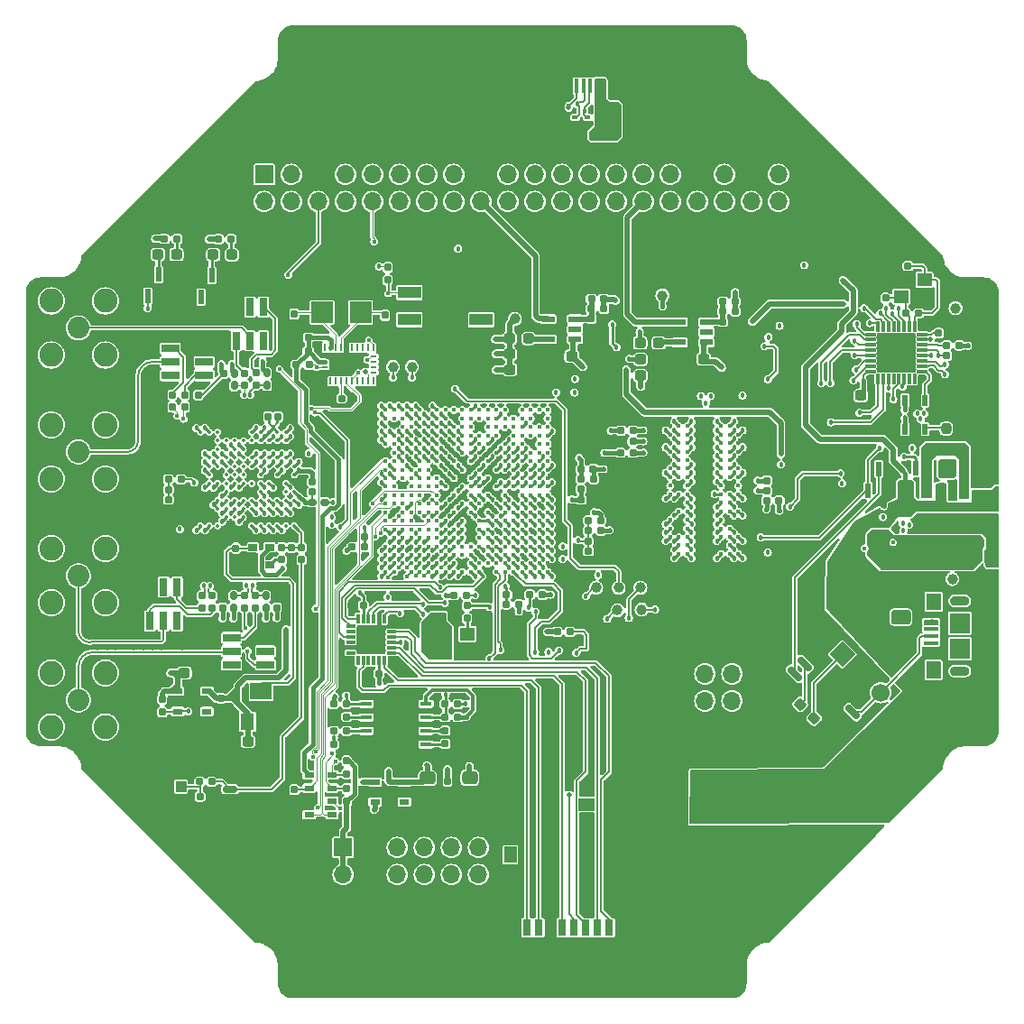
<source format=gbr>
%TF.GenerationSoftware,KiCad,Pcbnew,8.0.6*%
%TF.CreationDate,2025-01-14T20:30:26-08:00*%
%TF.ProjectId,IO_SDR_1.1,494f5f53-4452-45f3-912e-312e6b696361,rev?*%
%TF.SameCoordinates,Original*%
%TF.FileFunction,Copper,L1,Top*%
%TF.FilePolarity,Positive*%
%FSLAX46Y46*%
G04 Gerber Fmt 4.6, Leading zero omitted, Abs format (unit mm)*
G04 Created by KiCad (PCBNEW 8.0.6) date 2025-01-14 20:30:26*
%MOMM*%
%LPD*%
G01*
G04 APERTURE LIST*
G04 Aperture macros list*
%AMRoundRect*
0 Rectangle with rounded corners*
0 $1 Rounding radius*
0 $2 $3 $4 $5 $6 $7 $8 $9 X,Y pos of 4 corners*
0 Add a 4 corners polygon primitive as box body*
4,1,4,$2,$3,$4,$5,$6,$7,$8,$9,$2,$3,0*
0 Add four circle primitives for the rounded corners*
1,1,$1+$1,$2,$3*
1,1,$1+$1,$4,$5*
1,1,$1+$1,$6,$7*
1,1,$1+$1,$8,$9*
0 Add four rect primitives between the rounded corners*
20,1,$1+$1,$2,$3,$4,$5,0*
20,1,$1+$1,$4,$5,$6,$7,0*
20,1,$1+$1,$6,$7,$8,$9,0*
20,1,$1+$1,$8,$9,$2,$3,0*%
%AMHorizOval*
0 Thick line with rounded ends*
0 $1 width*
0 $2 $3 position (X,Y) of the first rounded end (center of the circle)*
0 $4 $5 position (X,Y) of the second rounded end (center of the circle)*
0 Add line between two ends*
20,1,$1,$2,$3,$4,$5,0*
0 Add two circle primitives to create the rounded ends*
1,1,$1,$2,$3*
1,1,$1,$4,$5*%
%AMRotRect*
0 Rectangle, with rotation*
0 The origin of the aperture is its center*
0 $1 length*
0 $2 width*
0 $3 Rotation angle, in degrees counterclockwise*
0 Add horizontal line*
21,1,$1,$2,0,0,$3*%
G04 Aperture macros list end*
%TA.AperFunction,SMDPad,CuDef*%
%ADD10RoundRect,0.250000X0.650000X-0.412500X0.650000X0.412500X-0.650000X0.412500X-0.650000X-0.412500X0*%
%TD*%
%TA.AperFunction,SMDPad,CuDef*%
%ADD11RoundRect,0.160000X-0.160000X0.197500X-0.160000X-0.197500X0.160000X-0.197500X0.160000X0.197500X0*%
%TD*%
%TA.AperFunction,SMDPad,CuDef*%
%ADD12RoundRect,0.160000X0.197500X0.160000X-0.197500X0.160000X-0.197500X-0.160000X0.197500X-0.160000X0*%
%TD*%
%TA.AperFunction,SMDPad,CuDef*%
%ADD13RoundRect,0.155000X-0.212500X-0.155000X0.212500X-0.155000X0.212500X0.155000X-0.212500X0.155000X0*%
%TD*%
%TA.AperFunction,SMDPad,CuDef*%
%ADD14RoundRect,0.160000X0.160000X-0.222500X0.160000X0.222500X-0.160000X0.222500X-0.160000X-0.222500X0*%
%TD*%
%TA.AperFunction,SMDPad,CuDef*%
%ADD15R,0.304800X0.558800*%
%TD*%
%TA.AperFunction,ComponentPad*%
%ADD16RotRect,1.700000X1.700000X45.000000*%
%TD*%
%TA.AperFunction,ComponentPad*%
%ADD17HorizOval,1.700000X0.000000X0.000000X0.000000X0.000000X0*%
%TD*%
%TA.AperFunction,SMDPad,CuDef*%
%ADD18RoundRect,0.155000X0.212500X0.155000X-0.212500X0.155000X-0.212500X-0.155000X0.212500X-0.155000X0*%
%TD*%
%TA.AperFunction,SMDPad,CuDef*%
%ADD19RoundRect,0.160000X-0.197500X-0.160000X0.197500X-0.160000X0.197500X0.160000X-0.197500X0.160000X0*%
%TD*%
%TA.AperFunction,SMDPad,CuDef*%
%ADD20R,1.000000X1.000000*%
%TD*%
%TA.AperFunction,SMDPad,CuDef*%
%ADD21R,2.200000X1.050000*%
%TD*%
%TA.AperFunction,SMDPad,CuDef*%
%ADD22C,1.000000*%
%TD*%
%TA.AperFunction,SMDPad,CuDef*%
%ADD23RoundRect,0.237500X0.237500X-0.250000X0.237500X0.250000X-0.237500X0.250000X-0.237500X-0.250000X0*%
%TD*%
%TA.AperFunction,SMDPad,CuDef*%
%ADD24RoundRect,0.155000X0.155000X-0.212500X0.155000X0.212500X-0.155000X0.212500X-0.155000X-0.212500X0*%
%TD*%
%TA.AperFunction,SMDPad,CuDef*%
%ADD25RoundRect,0.155000X-0.155000X0.212500X-0.155000X-0.212500X0.155000X-0.212500X0.155000X0.212500X0*%
%TD*%
%TA.AperFunction,SMDPad,CuDef*%
%ADD26RoundRect,0.237500X-0.300000X-0.237500X0.300000X-0.237500X0.300000X0.237500X-0.300000X0.237500X0*%
%TD*%
%TA.AperFunction,ComponentPad*%
%ADD27C,2.050000*%
%TD*%
%TA.AperFunction,ComponentPad*%
%ADD28C,2.250000*%
%TD*%
%TA.AperFunction,SMDPad,CuDef*%
%ADD29R,1.300000X1.600000*%
%TD*%
%TA.AperFunction,SMDPad,CuDef*%
%ADD30R,2.000000X1.600000*%
%TD*%
%TA.AperFunction,SMDPad,CuDef*%
%ADD31RoundRect,0.040600X-0.564400X-0.249400X0.564400X-0.249400X0.564400X0.249400X-0.564400X0.249400X0*%
%TD*%
%TA.AperFunction,ComponentPad*%
%ADD32C,5.000000*%
%TD*%
%TA.AperFunction,SMDPad,CuDef*%
%ADD33R,1.651000X0.762000*%
%TD*%
%TA.AperFunction,SMDPad,CuDef*%
%ADD34RoundRect,0.250000X0.475000X-0.337500X0.475000X0.337500X-0.475000X0.337500X-0.475000X-0.337500X0*%
%TD*%
%TA.AperFunction,SMDPad,CuDef*%
%ADD35R,0.558800X1.320800*%
%TD*%
%TA.AperFunction,SMDPad,CuDef*%
%ADD36R,0.558800X0.304800*%
%TD*%
%TA.AperFunction,SMDPad,CuDef*%
%ADD37R,0.250000X0.675000*%
%TD*%
%TA.AperFunction,SMDPad,CuDef*%
%ADD38R,0.575000X0.250000*%
%TD*%
%TA.AperFunction,SMDPad,CuDef*%
%ADD39RoundRect,0.225000X0.375000X-0.225000X0.375000X0.225000X-0.375000X0.225000X-0.375000X-0.225000X0*%
%TD*%
%TA.AperFunction,SMDPad,CuDef*%
%ADD40R,0.800000X1.500000*%
%TD*%
%TA.AperFunction,SMDPad,CuDef*%
%ADD41R,1.150000X1.500000*%
%TD*%
%TA.AperFunction,SMDPad,CuDef*%
%ADD42R,1.500000X1.150000*%
%TD*%
%TA.AperFunction,SMDPad,CuDef*%
%ADD43R,1.400000X1.700000*%
%TD*%
%TA.AperFunction,SMDPad,CuDef*%
%ADD44RoundRect,0.237500X0.287500X0.237500X-0.287500X0.237500X-0.287500X-0.237500X0.287500X-0.237500X0*%
%TD*%
%TA.AperFunction,SMDPad,CuDef*%
%ADD45RoundRect,0.237500X-0.287500X-0.237500X0.287500X-0.237500X0.287500X0.237500X-0.287500X0.237500X0*%
%TD*%
%TA.AperFunction,SMDPad,CuDef*%
%ADD46RoundRect,0.002600X-0.427400X-0.127400X0.427400X-0.127400X0.427400X0.127400X-0.427400X0.127400X0*%
%TD*%
%TA.AperFunction,SMDPad,CuDef*%
%ADD47RoundRect,0.002600X0.127400X-0.427400X0.127400X0.427400X-0.127400X0.427400X-0.127400X-0.427400X0*%
%TD*%
%TA.AperFunction,SMDPad,CuDef*%
%ADD48RoundRect,0.002600X0.427400X0.127400X-0.427400X0.127400X-0.427400X-0.127400X0.427400X-0.127400X0*%
%TD*%
%TA.AperFunction,SMDPad,CuDef*%
%ADD49RoundRect,0.002600X-0.127400X0.427400X-0.127400X-0.427400X0.127400X-0.427400X0.127400X0.427400X0*%
%TD*%
%TA.AperFunction,SMDPad,CuDef*%
%ADD50R,3.300000X3.300000*%
%TD*%
%TA.AperFunction,SMDPad,CuDef*%
%ADD51RoundRect,0.008100X-0.126900X0.421900X-0.126900X-0.421900X0.126900X-0.421900X0.126900X0.421900X0*%
%TD*%
%TA.AperFunction,SMDPad,CuDef*%
%ADD52RoundRect,0.008100X-0.421900X-0.126900X0.421900X-0.126900X0.421900X0.126900X-0.421900X0.126900X0*%
%TD*%
%TA.AperFunction,SMDPad,CuDef*%
%ADD53R,2.600000X2.600000*%
%TD*%
%TA.AperFunction,SMDPad,CuDef*%
%ADD54R,0.952500X0.558800*%
%TD*%
%TA.AperFunction,SMDPad,CuDef*%
%ADD55RoundRect,0.237500X0.300000X0.237500X-0.300000X0.237500X-0.300000X-0.237500X0.300000X-0.237500X0*%
%TD*%
%TA.AperFunction,SMDPad,CuDef*%
%ADD56R,1.400000X1.200000*%
%TD*%
%TA.AperFunction,SMDPad,CuDef*%
%ADD57R,0.762000X1.651000*%
%TD*%
%TA.AperFunction,SMDPad,CuDef*%
%ADD58RoundRect,0.250000X-0.412500X-0.650000X0.412500X-0.650000X0.412500X0.650000X-0.412500X0.650000X0*%
%TD*%
%TA.AperFunction,ComponentPad*%
%ADD59R,1.700000X1.700000*%
%TD*%
%TA.AperFunction,ComponentPad*%
%ADD60O,1.700000X1.700000*%
%TD*%
%TA.AperFunction,SMDPad,CuDef*%
%ADD61RoundRect,0.250000X-0.475000X0.337500X-0.475000X-0.337500X0.475000X-0.337500X0.475000X0.337500X0*%
%TD*%
%TA.AperFunction,SMDPad,CuDef*%
%ADD62RoundRect,0.237500X0.344715X-0.008839X-0.008839X0.344715X-0.344715X0.008839X0.008839X-0.344715X0*%
%TD*%
%TA.AperFunction,SMDPad,CuDef*%
%ADD63RoundRect,0.160000X0.222500X0.160000X-0.222500X0.160000X-0.222500X-0.160000X0.222500X-0.160000X0*%
%TD*%
%TA.AperFunction,SMDPad,CuDef*%
%ADD64R,1.350000X0.400000*%
%TD*%
%TA.AperFunction,SMDPad,CuDef*%
%ADD65R,1.400000X1.600000*%
%TD*%
%TA.AperFunction,SMDPad,CuDef*%
%ADD66R,1.900000X1.900000*%
%TD*%
%TA.AperFunction,ComponentPad*%
%ADD67O,1.800000X0.900000*%
%TD*%
%TA.AperFunction,SMDPad,CuDef*%
%ADD68C,0.350000*%
%TD*%
%TA.AperFunction,SMDPad,CuDef*%
%ADD69C,0.410000*%
%TD*%
%TA.AperFunction,SMDPad,CuDef*%
%ADD70RoundRect,0.150000X0.512500X0.150000X-0.512500X0.150000X-0.512500X-0.150000X0.512500X-0.150000X0*%
%TD*%
%TA.AperFunction,SMDPad,CuDef*%
%ADD71R,2.160000X1.120000*%
%TD*%
%TA.AperFunction,SMDPad,CuDef*%
%ADD72C,0.450000*%
%TD*%
%TA.AperFunction,SMDPad,CuDef*%
%ADD73R,0.508000X1.003300*%
%TD*%
%TA.AperFunction,SMDPad,CuDef*%
%ADD74RoundRect,0.150000X-0.574524X0.362392X0.362392X-0.574524X0.574524X-0.362392X-0.362392X0.574524X0*%
%TD*%
%TA.AperFunction,SMDPad,CuDef*%
%ADD75RoundRect,0.160000X-0.160000X0.222500X-0.160000X-0.222500X0.160000X-0.222500X0.160000X0.222500X0*%
%TD*%
%TA.AperFunction,SMDPad,CuDef*%
%ADD76R,1.400000X1.150000*%
%TD*%
%TA.AperFunction,SMDPad,CuDef*%
%ADD77R,2.000000X2.000000*%
%TD*%
%TA.AperFunction,SMDPad,CuDef*%
%ADD78R,0.950000X0.550000*%
%TD*%
%TA.AperFunction,SMDPad,CuDef*%
%ADD79R,0.850000X0.650000*%
%TD*%
%TA.AperFunction,SMDPad,CuDef*%
%ADD80R,0.400000X1.350000*%
%TD*%
%TA.AperFunction,SMDPad,CuDef*%
%ADD81R,1.600000X1.400000*%
%TD*%
%TA.AperFunction,ComponentPad*%
%ADD82O,0.900000X1.800000*%
%TD*%
%TA.AperFunction,SMDPad,CuDef*%
%ADD83RoundRect,0.160000X0.160000X-0.197500X0.160000X0.197500X-0.160000X0.197500X-0.160000X-0.197500X0*%
%TD*%
%TA.AperFunction,SMDPad,CuDef*%
%ADD84R,1.100000X0.440000*%
%TD*%
%TA.AperFunction,SMDPad,CuDef*%
%ADD85R,3.400000X4.000000*%
%TD*%
%TA.AperFunction,ViaPad*%
%ADD86C,0.406400*%
%TD*%
%TA.AperFunction,ViaPad*%
%ADD87C,0.457200*%
%TD*%
%TA.AperFunction,ViaPad*%
%ADD88C,0.400000*%
%TD*%
%TA.AperFunction,ViaPad*%
%ADD89C,0.500000*%
%TD*%
%TA.AperFunction,Conductor*%
%ADD90C,0.101600*%
%TD*%
%TA.AperFunction,Conductor*%
%ADD91C,0.254000*%
%TD*%
%TA.AperFunction,Conductor*%
%ADD92C,0.508000*%
%TD*%
%TA.AperFunction,Conductor*%
%ADD93C,0.186180*%
%TD*%
%TA.AperFunction,Conductor*%
%ADD94C,0.200000*%
%TD*%
%TA.AperFunction,Conductor*%
%ADD95C,0.203200*%
%TD*%
%TA.AperFunction,Conductor*%
%ADD96C,0.381000*%
%TD*%
%TA.AperFunction,Conductor*%
%ADD97C,0.300000*%
%TD*%
%TA.AperFunction,Conductor*%
%ADD98C,0.400000*%
%TD*%
%TA.AperFunction,Conductor*%
%ADD99C,0.142240*%
%TD*%
%TA.AperFunction,Conductor*%
%ADD100C,0.113030*%
%TD*%
%TA.AperFunction,Conductor*%
%ADD101C,0.186182*%
%TD*%
%TA.AperFunction,Conductor*%
%ADD102C,0.181610*%
%TD*%
%TA.AperFunction,Conductor*%
%ADD103C,0.500000*%
%TD*%
%TA.AperFunction,Conductor*%
%ADD104C,0.185928*%
%TD*%
%TA.AperFunction,Conductor*%
%ADD105C,0.142494*%
%TD*%
G04 APERTURE END LIST*
D10*
%TO.P,C4,1*%
%TO.N,+5VA*%
X183080000Y-99672500D03*
%TO.P,C4,2*%
%TO.N,GND*%
X183080000Y-96547500D03*
%TD*%
D11*
%TO.P,RA23,1*%
%TO.N,+1V8*%
X130040000Y-72652500D03*
%TO.P,RA23,2*%
%TO.N,USR_BTN*%
X130040000Y-73847500D03*
%TD*%
D12*
%TO.P,RA27,1*%
%TO.N,+1V8*%
X142347500Y-104284646D03*
%TO.P,RA27,2*%
%TO.N,FPGA-REST*%
X141152500Y-104284646D03*
%TD*%
D13*
%TO.P,C71,1*%
%TO.N,+VSW*%
X122969200Y-93738600D03*
%TO.P,C71,2*%
%TO.N,GND*%
X124104200Y-93738600D03*
%TD*%
D14*
%TO.P,L13,1,1*%
%TO.N,/Sheet2/TX2A_P*%
X115640000Y-83742500D03*
%TO.P,L13,2,2*%
%TO.N,+1V2*%
X115640000Y-82597500D03*
%TD*%
D12*
%TO.P,RA17,1*%
%TO.N,+1V8*%
X136627500Y-114860000D03*
%TO.P,RA17,2*%
%TO.N,PS_MIO05_500_QSPI0_IO3*%
X135432500Y-114860000D03*
%TD*%
D15*
%TO.P,V3,1,1*%
%TO.N,GND*%
X146398477Y-57589984D03*
%TO.P,V3,2,2*%
%TO.N,USB_ID*%
X147033475Y-57589984D03*
%TD*%
D12*
%TO.P,RA25,1*%
%TO.N,Net-(U14I-PS_SRST_B_501)*%
X137452700Y-103403400D03*
%TO.P,RA25,2*%
%TO.N,+1V8*%
X136257700Y-103403400D03*
%TD*%
D16*
%TO.P,J3,1,Pin_1*%
%TO.N,+5VA*%
X172720000Y-108966000D03*
D17*
%TO.P,J3,2,Pin_2*%
%TO.N,GND*%
X174516051Y-110762051D03*
%TO.P,J3,3,Pin_3*%
%TO.N,PTI*%
X176312102Y-112558102D03*
%TD*%
D18*
%TO.P,C99,1*%
%TO.N,+1V5*%
X150014074Y-96383444D03*
%TO.P,C99,2*%
%TO.N,/Sheet3/H6*%
X148879074Y-96383444D03*
%TD*%
D13*
%TO.P,C116,1*%
%TO.N,+15V*%
X165633104Y-92655994D03*
%TO.P,C116,2*%
%TO.N,GND*%
X166768104Y-92655994D03*
%TD*%
D19*
%TO.P,R36,1*%
%TO.N,/Sheet3/P6*%
X148183254Y-93487844D03*
%TO.P,R36,2*%
%TO.N,GND*%
X149378254Y-93487844D03*
%TD*%
D20*
%TO.P,J8,1,In*%
%TO.N,Net-(J8-In)*%
X110640000Y-121380000D03*
D21*
%TO.P,J8,2,Ext*%
%TO.N,GND*%
X109140000Y-122855000D03*
D20*
X107640000Y-121380000D03*
D21*
X109140000Y-119905000D03*
%TD*%
D12*
%TO.P,R14,1*%
%TO.N,+1V5*%
X162672500Y-76800000D03*
%TO.P,R14,2*%
%TO.N,Net-(U7-FB{slash}OUT)*%
X161477500Y-76800000D03*
%TD*%
D22*
%TO.P,TP7,1,1*%
%TO.N,TMS*%
X151612600Y-104825800D03*
%TD*%
D23*
%TO.P,RA4,1*%
%TO.N,Net-(U2-OCB)*%
X182460001Y-87779950D03*
%TO.P,RA4,2*%
%TO.N,GND*%
X182460001Y-85954950D03*
%TD*%
D24*
%TO.P,C55,1*%
%TO.N,+1V2*%
X118821200Y-86673500D03*
%TO.P,C55,2*%
%TO.N,GND*%
X118821200Y-85538500D03*
%TD*%
D25*
%TO.P,C72,1*%
%TO.N,/Sheet2/XT1*%
X121967000Y-98945700D03*
%TO.P,C72,2*%
%TO.N,/Sheet2/SUP*%
X121967000Y-100080700D03*
%TD*%
%TO.P,CA8,1*%
%TO.N,+3.3V*%
X114407300Y-113110300D03*
%TO.P,CA8,2*%
%TO.N,GND*%
X114407300Y-114245300D03*
%TD*%
D26*
%TO.P,CA9,1*%
%TO.N,GND*%
X172707500Y-84680000D03*
%TO.P,CA9,2*%
%TO.N,+1V8*%
X174432500Y-84680000D03*
%TD*%
D19*
%TO.P,R56,1*%
%TO.N,+3V3*%
X121472500Y-81800000D03*
%TO.P,R56,2*%
%TO.N,BNO_boot*%
X122667500Y-81800000D03*
%TD*%
D27*
%TO.P,J11,1*%
%TO.N,/Sheet2/UB1*%
X101015800Y-78333600D03*
D28*
%TO.P,J11,2*%
%TO.N,N/C*%
X103555800Y-75793600D03*
X98475800Y-75793600D03*
X103555800Y-80873600D03*
X98475800Y-80873600D03*
%TD*%
D29*
%TO.P,R29,1,1*%
%TO.N,+3.3V*%
X116900000Y-115300000D03*
D30*
%TO.P,R29,2,2*%
%TO.N,Net-(CY1-Standby)*%
X118150000Y-112400000D03*
D29*
%TO.P,R29,3,3*%
%TO.N,GND*%
X119400000Y-115300000D03*
%TD*%
D31*
%TO.P,U8,1,EN*%
%TO.N,+5VA*%
X145120000Y-77500000D03*
%TO.P,U8,2,GND*%
%TO.N,GND*%
X145120000Y-78450000D03*
%TO.P,U8,3,LX*%
%TO.N,Net-(U8-LX)*%
X145120000Y-79400000D03*
%TO.P,U8,4,VIN*%
%TO.N,+5VA*%
X147630000Y-79400000D03*
%TO.P,U8,5,NC*%
%TO.N,unconnected-(U8-NC-Pad5)*%
X147630000Y-78450000D03*
%TO.P,U8,6,FB/OUT*%
%TO.N,Net-(U8-FB{slash}OUT)*%
X147630000Y-77500000D03*
%TD*%
D19*
%TO.P,RA18,1*%
%TO.N,PS_MIO05_500_QSPI0_IO3*%
X135432500Y-113640000D03*
%TO.P,RA18,2*%
%TO.N,JTAG_BOOT*%
X136627500Y-113640000D03*
%TD*%
D32*
%TO.P,H2,1,1*%
%TO.N,GND*%
X159766000Y-53454396D03*
%TD*%
D18*
%TO.P,C141,1*%
%TO.N,+1V8*%
X127766100Y-104382000D03*
%TO.P,C141,2*%
%TO.N,GND*%
X126631100Y-104382000D03*
%TD*%
D25*
%TO.P,C89,1*%
%TO.N,/Sheet2/RX1A_P*%
X113574214Y-103483904D03*
%TO.P,C89,2*%
%TO.N,Net-(C89-Pad2)*%
X113574214Y-104618904D03*
%TD*%
D19*
%TO.P,R34,1*%
%TO.N,/Sheet3/H6*%
X148869054Y-98339244D03*
%TO.P,R34,2*%
%TO.N,GND*%
X150064054Y-98339244D03*
%TD*%
D26*
%TO.P,C34,1*%
%TO.N,+1V5*%
X153777500Y-82790000D03*
%TO.P,C34,2*%
%TO.N,GND*%
X155502500Y-82790000D03*
%TD*%
D24*
%TO.P,C87,1*%
%TO.N,/Sheet2/RX2A_P*%
X109840000Y-85757500D03*
%TO.P,C87,2*%
%TO.N,Net-(C87-Pad2)*%
X109840000Y-84622500D03*
%TD*%
D26*
%TO.P,C32,1*%
%TO.N,+1V0*%
X141505000Y-80780000D03*
%TO.P,C32,2*%
%TO.N,GND*%
X143230000Y-80780000D03*
%TD*%
D13*
%TO.P,C100,1*%
%TO.N,/Sheet3/H6*%
X148879074Y-99279044D03*
%TO.P,C100,2*%
%TO.N,GND*%
X150014074Y-99279044D03*
%TD*%
D22*
%TO.P,TP2,1,1*%
%TO.N,+1V8*%
X183030000Y-101900000D03*
%TD*%
D24*
%TO.P,C83,1*%
%TO.N,/Sheet2/RX2A_N*%
X111000000Y-85757500D03*
%TO.P,C83,2*%
%TO.N,Net-(C83-Pad2)*%
X111000000Y-84622500D03*
%TD*%
D33*
%TO.P,T2,1*%
%TO.N,N/C*%
X109650000Y-82800000D03*
%TO.P,T2,2*%
%TO.N,/Sheet2/UB2*%
X109650000Y-81530000D03*
%TO.P,T2,3*%
%TO.N,Net-(C87-Pad2)*%
X109650000Y-80260000D03*
%TO.P,T2,4*%
%TO.N,GND*%
X112825000Y-80260000D03*
%TO.P,T2,5*%
%TO.N,N/C*%
X112825000Y-81530000D03*
%TO.P,T2,6*%
%TO.N,Net-(C83-Pad2)*%
X112825000Y-82800000D03*
%TD*%
D24*
%TO.P,C81,1*%
%TO.N,+1V2*%
X114540534Y-104618924D03*
%TO.P,C81,2*%
%TO.N,GND*%
X114540534Y-103483924D03*
%TD*%
D22*
%TO.P,TP4,1,1*%
%TO.N,+1V5*%
X155825000Y-75290000D03*
%TD*%
D34*
%TO.P,C5,1*%
%TO.N,+5VA*%
X180810000Y-98607500D03*
%TO.P,C5,2*%
%TO.N,GND*%
X180810000Y-96532500D03*
%TD*%
D35*
%TO.P,QA3,1,G*%
%TO.N,PS_MI00*%
X175108154Y-93592654D03*
%TO.P,QA3,2,S*%
%TO.N,GND*%
X177140154Y-93592654D03*
%TO.P,QA3,3,D*%
%TO.N,Net-(QA3-D)*%
X176124154Y-91560654D03*
%TD*%
D19*
%TO.P,R31,1*%
%TO.N,Net-(C76-Pad2)*%
X109462500Y-92558200D03*
%TO.P,R31,2*%
%TO.N,TX_VCO_1P1V_SUPPLY*%
X110657500Y-92558200D03*
%TD*%
D25*
%TO.P,C110,1*%
%TO.N,+3V3*%
X135660000Y-120862500D03*
%TO.P,C110,2*%
%TO.N,GND*%
X135660000Y-121997500D03*
%TD*%
D12*
%TO.P,RA16,1*%
%TO.N,PS_MIO03_500_QSPI0_IO1*%
X126197500Y-114830000D03*
%TO.P,RA16,2*%
%TO.N,GND*%
X125002500Y-114830000D03*
%TD*%
D25*
%TO.P,C85,1*%
%TO.N,/Sheet2/RX1A_N*%
X112594224Y-103483924D03*
%TO.P,C85,2*%
%TO.N,Net-(C85-Pad2)*%
X112594224Y-104618924D03*
%TD*%
D36*
%TO.P,V2,1,1*%
%TO.N,GND*%
X147635976Y-59207483D03*
%TO.P,V2,2,2*%
%TO.N,USB_OTG_P*%
X147635976Y-58572485D03*
%TD*%
D35*
%TO.P,Q4,1,G*%
%TO.N,DONE*%
X107520200Y-75359800D03*
%TO.P,Q4,2,S*%
%TO.N,GND*%
X109552200Y-75359800D03*
%TO.P,Q4,3,D*%
%TO.N,Net-(D4-K)*%
X108536200Y-73327800D03*
%TD*%
D37*
%TO.P,U21,1,PIN1*%
%TO.N,unconnected-(U21-PIN1-Pad1)*%
X124180000Y-80200000D03*
D38*
%TO.P,U21,2,GND*%
%TO.N,GND*%
X124117500Y-81012500D03*
%TO.P,U21,3,VDD*%
%TO.N,+3V3*%
X124117500Y-81512500D03*
%TO.P,U21,4,~{BOOT_LOAD_PIN}*%
%TO.N,BNO_boot*%
X124117500Y-82012500D03*
%TO.P,U21,5,PS1*%
%TO.N,GND*%
X124117500Y-82512500D03*
D37*
%TO.P,U21,6,PS0*%
X124180000Y-83325000D03*
%TO.P,U21,7,PIN7*%
%TO.N,unconnected-(U21-PIN7-Pad7)*%
X124680000Y-83325000D03*
%TO.P,U21,8,PIN8*%
%TO.N,unconnected-(U21-PIN8-Pad8)*%
X125180000Y-83325000D03*
%TO.P,U21,9,CAP*%
%TO.N,Net-(U21-CAP)*%
X125680000Y-83325000D03*
%TO.P,U21,10,CLKSEL0*%
%TO.N,EXTSYN*%
X126180000Y-83325000D03*
%TO.P,U21,11,~{RESET}*%
%TO.N,BNO_RESET*%
X126680000Y-83325000D03*
%TO.P,U21,12,PIN12*%
%TO.N,unconnected-(U21-PIN12-Pad12)*%
X127180000Y-83325000D03*
%TO.P,U21,13,PIN13*%
%TO.N,unconnected-(U21-PIN13-Pad13)*%
X127680000Y-83325000D03*
%TO.P,U21,14,INT*%
%TO.N,H-INT*%
X128180000Y-83325000D03*
%TO.P,U21,15,SCL*%
%TO.N,unconnected-(U21-SCL-Pad15)*%
X128680000Y-83325000D03*
D38*
%TO.P,U21,16,SDA*%
%TO.N,unconnected-(U21-SDA-Pad16)*%
X128742500Y-82512500D03*
%TO.P,U21,17,COM3*%
%TO.N,unconnected-(U21-COM3-Pad17)*%
X128742500Y-82012500D03*
%TO.P,U21,18,COM2*%
%TO.N,unconnected-(U21-COM2-Pad18)*%
X128742500Y-81512500D03*
%TO.P,U21,19,COM1*%
%TO.N,H_RX*%
X128742500Y-81012500D03*
D37*
%TO.P,U21,20,COM0*%
%TO.N,H_TX*%
X128680000Y-80200000D03*
%TO.P,U21,21,PIN21*%
%TO.N,unconnected-(U21-PIN21-Pad21)*%
X128180000Y-80200000D03*
%TO.P,U21,22,PIN22*%
%TO.N,unconnected-(U21-PIN22-Pad22)*%
X127680000Y-80200000D03*
%TO.P,U21,23,PIN23*%
%TO.N,unconnected-(U21-PIN23-Pad23)*%
X127180000Y-80200000D03*
%TO.P,U21,24,PIN24*%
%TO.N,unconnected-(U21-PIN24-Pad24)*%
X126680000Y-80200000D03*
%TO.P,U21,25,GNDIO*%
%TO.N,GND*%
X126180000Y-80200000D03*
%TO.P,U21,26,XOUT32*%
%TO.N,Net-(U21-XOUT32)*%
X125680000Y-80200000D03*
%TO.P,U21,27,XIN32*%
%TO.N,Net-(U21-XIN32)*%
X125180000Y-80200000D03*
%TO.P,U21,28,VDDIO*%
%TO.N,+3V3*%
X124680000Y-80200000D03*
%TD*%
D19*
%TO.P,R30,1*%
%TO.N,Net-(J8-In)*%
X112430000Y-122320000D03*
%TO.P,R30,2*%
%TO.N,GND*%
X113625000Y-122320000D03*
%TD*%
D18*
%TO.P,CA11,1*%
%TO.N,GND*%
X183627500Y-80940000D03*
%TO.P,CA11,2*%
%TO.N,+5VA*%
X182492500Y-80940000D03*
%TD*%
D25*
%TO.P,C58,1*%
%TO.N,Net-(CY1-Standby)*%
X115797000Y-99005700D03*
%TO.P,C58,2*%
%TO.N,GND*%
X115797000Y-100140700D03*
%TD*%
D24*
%TO.P,C82,1*%
%TO.N,/Sheet2/TX2A_N*%
X117680000Y-83687500D03*
%TO.P,C82,2*%
%TO.N,Net-(C82-Pad2)*%
X117680000Y-82552500D03*
%TD*%
D26*
%TO.P,C59,1*%
%TO.N,+5VA*%
X110968300Y-110716400D03*
%TO.P,C59,2*%
%TO.N,GND*%
X112693300Y-110716400D03*
%TD*%
D11*
%TO.P,RA19,1*%
%TO.N,Net-(U14H-PS_CLK_500)*%
X137496700Y-104401800D03*
%TO.P,RA19,2*%
%TO.N,/Sheet3/XTAL111*%
X137496700Y-105596800D03*
%TD*%
D39*
%TO.P,D1,1,K*%
%TO.N,+5VA*%
X178570000Y-98577500D03*
%TO.P,D1,2,A*%
%TO.N,+5VD*%
X178570000Y-95277500D03*
%TD*%
D19*
%TO.P,R13,1*%
%TO.N,Net-(U8-FB{slash}OUT)*%
X149147500Y-77480000D03*
%TO.P,R13,2*%
%TO.N,GND*%
X150342500Y-77480000D03*
%TD*%
D13*
%TO.P,C138,1*%
%TO.N,FPGA-REST*%
X141198154Y-103352600D03*
%TO.P,C138,2*%
%TO.N,GND*%
X142333154Y-103352600D03*
%TD*%
D40*
%TO.P,J13,1,DAT2*%
%TO.N,/Sheet3/DAT2*%
X150825754Y-134620000D03*
%TO.P,J13,2,CD/DAT3*%
%TO.N,/Sheet3/DAT3*%
X149725754Y-134620000D03*
%TO.P,J13,3,CMD*%
%TO.N,/Sheet3/CMDB0*%
X148625754Y-134620000D03*
%TO.P,J13,4,VDD*%
%TO.N,+3V3*%
X147525754Y-134620000D03*
%TO.P,J13,5,CLK*%
%TO.N,/Sheet3/CMDB1*%
X146425754Y-134620000D03*
%TO.P,J13,6,VSS*%
%TO.N,GND*%
X145325754Y-134620000D03*
%TO.P,J13,7,DAT0*%
%TO.N,/Sheet3/DAT0*%
X144225754Y-134620000D03*
%TO.P,J13,8,DAT1*%
%TO.N,/Sheet3/DAT1*%
X143125754Y-134620000D03*
D41*
%TO.P,J13,DL,DET_LEVEL*%
%TO.N,unconnected-(J13-DET_LEVEL-PadDL)*%
X141550754Y-127770000D03*
D42*
%TO.P,J13,DS,DET_SWT*%
%TO.N,CD*%
X148725754Y-123045000D03*
D43*
%TO.P,J13,S1,SHIELD*%
%TO.N,GND*%
X154575754Y-137520000D03*
%TO.P,J13,S2,SHIELD*%
X141675754Y-137520000D03*
D42*
%TO.P,J13,S3,SHIELD*%
X151025754Y-123045000D03*
%TO.P,J13,S4,SHIELD*%
X142125754Y-123045000D03*
%TD*%
D19*
%TO.P,RA7,1*%
%TO.N,/Sheet2/REFCLK*%
X178673154Y-76959654D03*
%TO.P,RA7,2*%
%TO.N,/Sheet2/XO*%
X179868154Y-76959654D03*
%TD*%
D44*
%TO.P,L7,1,1*%
%TO.N,Net-(U7-LX)*%
X155495000Y-79740000D03*
%TO.P,L7,2,2*%
%TO.N,+1V5*%
X153745000Y-79740000D03*
%TD*%
D13*
%TO.P,C148,1*%
%TO.N,Net-(U21-CAP)*%
X125722500Y-84950000D03*
%TO.P,C148,2*%
%TO.N,GND*%
X126857500Y-84950000D03*
%TD*%
D26*
%TO.P,C33,1*%
%TO.N,+1V5*%
X153777500Y-81280000D03*
%TO.P,C33,2*%
%TO.N,GND*%
X155502500Y-81280000D03*
%TD*%
D35*
%TO.P,QA2,1,G*%
%TO.N,+5VD*%
X182028154Y-93562654D03*
%TO.P,QA2,2,S*%
%TO.N,Net-(QA1-S)*%
X184060154Y-93562654D03*
%TO.P,QA2,3,D*%
%TO.N,+5VA*%
X183044154Y-91530654D03*
%TD*%
D45*
%TO.P,D4,1,K*%
%TO.N,Net-(D4-K)*%
X108474000Y-71436800D03*
%TO.P,D4,2,A*%
%TO.N,Net-(D4-A)*%
X110224000Y-71436800D03*
%TD*%
D46*
%TO.P,U13,1,CLKOUT*%
%TO.N,PS_MIO36_501_USB0_CLK*%
X175342654Y-78936254D03*
%TO.P,U13,2,NXT*%
%TO.N,PS_MIO31_501_USB0_NXT*%
X175342654Y-79436254D03*
%TO.P,U13,3,DATA0*%
%TO.N,PS_MIO32_501_USB0_D0*%
X175342654Y-79936254D03*
%TO.P,U13,4,DATA1*%
%TO.N,PS_MIO33_501_USB0_D1*%
X175342654Y-80436254D03*
%TO.P,U13,5,DATA2*%
%TO.N,PS_MIO34_501_USB0_D2*%
X175342654Y-80936254D03*
%TO.P,U13,6,DATA3*%
%TO.N,PS_MIO35_501_USB0_D3*%
X175342654Y-81436254D03*
%TO.P,U13,7,DATA4*%
%TO.N,PS_MIO28_501_USB0_D4*%
X175342654Y-81936254D03*
%TO.P,U13,8,REFSEL0*%
%TO.N,+1V8*%
X175342654Y-82436254D03*
D47*
%TO.P,U13,9,DATA5*%
%TO.N,PS_MIO37_501_USB0_D5*%
X176027654Y-83121254D03*
%TO.P,U13,10,DATA6*%
%TO.N,PS_MIO38_501_USB0_D6*%
X176527654Y-83121254D03*
%TO.P,U13,11,REFSEL1*%
%TO.N,+1V8*%
X177027654Y-83121254D03*
%TO.P,U13,12,NC*%
%TO.N,unconnected-(U13-NC-Pad12)*%
X177527654Y-83121254D03*
%TO.P,U13,13,DATA7*%
%TO.N,PS_MIO39_501_USB0_D7*%
X178027654Y-83121254D03*
%TO.P,U13,14,REFSEL2*%
%TO.N,+1V8*%
X178527654Y-83121254D03*
%TO.P,U13,15,SPK_L*%
%TO.N,unconnected-(U13-SPK_L-Pad15)*%
X179027654Y-83121254D03*
%TO.P,U13,16,SPK_R*%
%TO.N,unconnected-(U13-SPK_R-Pad16)*%
X179527654Y-83121254D03*
D48*
%TO.P,U13,17,CPEN*%
%TO.N,USB_OTG_CPEN*%
X180212654Y-82436254D03*
%TO.P,U13,18,DP*%
%TO.N,USB_OTG_P*%
X180212654Y-81936254D03*
%TO.P,U13,19,DM*%
%TO.N,USB_OTG_N*%
X180212654Y-81436254D03*
%TO.P,U13,20,VDD33*%
%TO.N,Net-(U13-VDD33)*%
X180212654Y-80936254D03*
%TO.P,U13,21,VBAT*%
%TO.N,+5VA*%
X180212654Y-80436254D03*
%TO.P,U13,22,VBUS*%
%TO.N,USB_VBUS_OTG*%
X180212654Y-79936254D03*
%TO.P,U13,23,ID*%
%TO.N,USB_ID*%
X180212654Y-79436254D03*
%TO.P,U13,24,RBIAS*%
%TO.N,Net-(U13-RBIAS)*%
X180212654Y-78936254D03*
D49*
%TO.P,U13,25,XO*%
%TO.N,/Sheet2/XO*%
X179527654Y-78251254D03*
%TO.P,U13,26,REFCLK*%
%TO.N,/Sheet2/REFCLK*%
X179027654Y-78251254D03*
%TO.P,U13,27,~{RESETB}*%
%TO.N,PS_MIO07_500_USB_RESET_B*%
X178527654Y-78251254D03*
%TO.P,U13,28,VDD18*%
%TO.N,+1V8*%
X178027654Y-78251254D03*
%TO.P,U13,29,STP*%
%TO.N,PS_MIO30_501_USB0_STP*%
X177527654Y-78251254D03*
%TO.P,U13,30,VDD18*%
%TO.N,+1V8*%
X177027654Y-78251254D03*
%TO.P,U13,31,DIR*%
%TO.N,PS_MIO29_501_USB0_DIR*%
X176527654Y-78251254D03*
%TO.P,U13,32,VDDIO*%
%TO.N,+1V8*%
X176027654Y-78251254D03*
D50*
%TO.P,U13,33,EXP*%
%TO.N,GND*%
X177777654Y-80686254D03*
%TD*%
D14*
%TO.P,L11,1,1*%
%TO.N,/Sheet2/TX2A_N*%
X118710000Y-83712500D03*
%TO.P,L11,2,2*%
%TO.N,+1V2*%
X118710000Y-82567500D03*
%TD*%
D32*
%TO.P,H4,1,1*%
%TO.N,GND*%
X123516000Y-138024396D03*
%TD*%
D51*
%TO.P,U16,1,DAT2A*%
%TO.N,SDMMC_D2*%
X129748600Y-105659400D03*
%TO.P,U16,2,GND_2*%
%TO.N,GND*%
X129248600Y-105659400D03*
%TO.P,U16,3,DAT3A*%
%TO.N,SDMMC_D3*%
X128748600Y-105659400D03*
%TO.P,U16,4,CMDA*%
%TO.N,SDMMC_CMD*%
X128248600Y-105659400D03*
%TO.P,U16,5,VCCA*%
%TO.N,+1V8*%
X127748600Y-105659400D03*
%TO.P,U16,6,DAT0A*%
%TO.N,SDMMC_D0*%
X127248600Y-105659400D03*
D52*
%TO.P,U16,7,DAT1A*%
%TO.N,SDMMC_D1*%
X126563600Y-106344400D03*
%TO.P,U16,8,DAT2B1*%
%TO.N,unconnected-(U16-DAT2B1-Pad8)*%
X126563600Y-106844400D03*
%TO.P,U16,9,CLKA*%
%TO.N,SDMMC_CLK*%
X126563600Y-107344400D03*
%TO.P,U16,10,DAT3B1*%
%TO.N,unconnected-(U16-DAT3B1-Pad10)*%
X126563600Y-107844400D03*
%TO.P,U16,11,GND_11*%
%TO.N,GND*%
X126563600Y-108344400D03*
%TO.P,U16,12,CMDB1*%
%TO.N,unconnected-(U16-CMDB1-Pad12)*%
X126563600Y-108844400D03*
D51*
%TO.P,U16,13,CLKB1*%
%TO.N,unconnected-(U16-CLKB1-Pad13)*%
X127248600Y-109529400D03*
%TO.P,U16,14,DAT0B1*%
%TO.N,/Sheet3/DAT1*%
X127748600Y-109529400D03*
%TO.P,U16,15,DAT1B1*%
%TO.N,unconnected-(U16-DAT1B1-Pad15)*%
X128248600Y-109529400D03*
%TO.P,U16,16,DAT1B0*%
%TO.N,unconnected-(U16-DAT1B0-Pad16)*%
X128748600Y-109529400D03*
%TO.P,U16,17,VCCB1*%
%TO.N,+3V3*%
X129248600Y-109529400D03*
%TO.P,U16,18,DAT0B0*%
%TO.N,/Sheet3/DAT0*%
X129748600Y-109529400D03*
D52*
%TO.P,U16,19,CLKB0*%
%TO.N,/Sheet3/CMDB1*%
X130433600Y-108844400D03*
%TO.P,U16,20,CMDB0*%
%TO.N,/Sheet3/CMDB0*%
X130433600Y-108344400D03*
%TO.P,U16,21,VCCB0*%
%TO.N,+3V3*%
X130433600Y-107844400D03*
%TO.P,U16,22,DAT3B0*%
%TO.N,/Sheet3/DAT3*%
X130433600Y-107344400D03*
%TO.P,U16,23,DAT2B0*%
%TO.N,/Sheet3/DAT2*%
X130433600Y-106844400D03*
%TO.P,U16,24,SEL*%
%TO.N,GND*%
X130433600Y-106344400D03*
D53*
%TO.P,U16,25,EXP*%
X128498600Y-107594400D03*
%TD*%
D54*
%TO.P,U11,1,IN*%
%TO.N,+5VA*%
X110325850Y-112443900D03*
%TO.P,U11,2,GND*%
%TO.N,GND*%
X110325850Y-113383400D03*
%TO.P,U11,3,EN*%
%TO.N,EXT_CLK_EN*%
X110325850Y-114322900D03*
%TO.P,U11,4,FB*%
%TO.N,unconnected-(U11-FB-Pad4)*%
X113081750Y-114322900D03*
%TO.P,U11,5,OUT*%
%TO.N,+3.3V*%
X113081750Y-112443900D03*
%TD*%
D18*
%TO.P,C76,1*%
%TO.N,GND*%
X110607500Y-93498200D03*
%TO.P,C76,2*%
%TO.N,Net-(C76-Pad2)*%
X109472500Y-93498200D03*
%TD*%
%TO.P,CA6,1*%
%TO.N,/Sheet2/XO*%
X178847500Y-72520000D03*
%TO.P,CA6,2*%
%TO.N,GND*%
X177712500Y-72520000D03*
%TD*%
D26*
%TO.P,CA7,1*%
%TO.N,+3.3V*%
X116917500Y-117120000D03*
%TO.P,CA7,2*%
%TO.N,GND*%
X118642500Y-117120000D03*
%TD*%
D32*
%TO.P,H3,1,1*%
%TO.N,GND*%
X159766000Y-138024396D03*
%TD*%
D18*
%TO.P,C139,1*%
%TO.N,+3V3*%
X129218500Y-110769400D03*
%TO.P,C139,2*%
%TO.N,GND*%
X128083500Y-110769400D03*
%TD*%
D13*
%TO.P,C106,1*%
%TO.N,/Sheet3/P6*%
X148193274Y-94453044D03*
%TO.P,C106,2*%
%TO.N,GND*%
X149328274Y-94453044D03*
%TD*%
D22*
%TO.P,TP6,1,1*%
%TO.N,DONE*%
X151714200Y-102717600D03*
%TD*%
D24*
%TO.P,C150,1*%
%TO.N,Net-(U21-XOUT32)*%
X129810000Y-77147500D03*
%TO.P,C150,2*%
%TO.N,GND*%
X129810000Y-76012500D03*
%TD*%
D55*
%TO.P,C29,1*%
%TO.N,+5VA*%
X159707500Y-81260000D03*
%TO.P,C29,2*%
%TO.N,GND*%
X157982500Y-81260000D03*
%TD*%
D56*
%TO.P,CY2,1*%
%TO.N,+1V8*%
X135344200Y-108654500D03*
%TO.P,CY2,2,GND*%
%TO.N,GND*%
X137544200Y-108654500D03*
%TO.P,CY2,3*%
%TO.N,/Sheet3/XTAL111*%
X137544200Y-107054500D03*
%TO.P,CY2,4,GND*%
%TO.N,+1V8*%
X135344200Y-107054500D03*
%TD*%
D45*
%TO.P,D3,1,K*%
%TO.N,Net-(D3-K)*%
X113681000Y-71448200D03*
%TO.P,D3,2,A*%
%TO.N,Net-(D3-A)*%
X115431000Y-71448200D03*
%TD*%
D13*
%TO.P,C119,1*%
%TO.N,+1V5*%
X151934074Y-87956794D03*
%TO.P,C119,2*%
%TO.N,+15V*%
X153069074Y-87956794D03*
%TD*%
D19*
%TO.P,RA15,1*%
%TO.N,PS_MIO02_500_QSPI0_IO0*%
X135432500Y-117350000D03*
%TO.P,RA15,2*%
%TO.N,GND*%
X136627500Y-117350000D03*
%TD*%
D54*
%TO.P,U17,1,VIN*%
%TO.N,+5VA*%
X128852050Y-120940500D03*
%TO.P,U17,2,GND*%
%TO.N,GND*%
X128852050Y-121880000D03*
%TO.P,U17,3,EN*%
%TO.N,+5VA*%
X128852050Y-122819500D03*
%TO.P,U17,4,BP*%
%TO.N,unconnected-(U17-BP-Pad4)*%
X131607950Y-122819500D03*
%TO.P,U17,5,VOUT*%
%TO.N,+3V3*%
X131607950Y-120940500D03*
%TD*%
D57*
%TO.P,T1,1*%
%TO.N,N/C*%
X118400000Y-79545000D03*
%TO.P,T1,2*%
%TO.N,/Sheet2/UB1*%
X117130000Y-79545000D03*
%TO.P,T1,3*%
%TO.N,Net-(C86-Pad2)*%
X115860000Y-79545000D03*
%TO.P,T1,4*%
%TO.N,GND*%
X115860000Y-76370000D03*
%TO.P,T1,5*%
%TO.N,N/C*%
X117130000Y-76370000D03*
%TO.P,T1,6*%
%TO.N,Net-(C82-Pad2)*%
X118400000Y-76370000D03*
%TD*%
D58*
%TO.P,C1,1*%
%TO.N,+5VP*%
X150824930Y-58473930D03*
%TO.P,C1,2*%
%TO.N,GND*%
X153949930Y-58473930D03*
%TD*%
D59*
%TO.P,J6,1,Pin_1*%
%TO.N,+5VD*%
X159820000Y-123500000D03*
D60*
%TO.P,J6,2,Pin_2*%
X162360000Y-123500000D03*
%TO.P,J6,3,Pin_3*%
X159820000Y-120960000D03*
%TO.P,J6,4,Pin_4*%
X162360000Y-120960000D03*
%TO.P,J6,5,Pin_5*%
%TO.N,GND*%
X159820000Y-118420001D03*
%TO.P,J6,6,Pin_6*%
X162360000Y-118420000D03*
%TO.P,J6,7,Pin_7*%
X159820000Y-115880000D03*
%TO.P,J6,8,Pin_8*%
X162360000Y-115880000D03*
%TO.P,J6,9,Pin_9*%
%TO.N,PWR_Rx*%
X159820000Y-113340000D03*
%TO.P,J6,10,Pin_10*%
%TO.N,PWR_Tx*%
X162360000Y-113340000D03*
%TO.P,J6,11,Pin_11*%
%TO.N,PWR_Rx1*%
X159820000Y-110800000D03*
%TO.P,J6,12,Pin_12*%
%TO.N,PWR_Tx1*%
X162360000Y-110800000D03*
%TD*%
D11*
%TO.P,RA6,1*%
%TO.N,+5VA*%
X108895500Y-113181900D03*
%TO.P,RA6,2*%
%TO.N,EXT_CLK_EN*%
X108895500Y-114376900D03*
%TD*%
D18*
%TO.P,C31,1*%
%TO.N,+1V5*%
X162632500Y-75860000D03*
%TO.P,C31,2*%
%TO.N,Net-(U7-FB{slash}OUT)*%
X161497500Y-75860000D03*
%TD*%
D55*
%TO.P,C28,1*%
%TO.N,+5VA*%
X147307500Y-80990000D03*
%TO.P,C28,2*%
%TO.N,GND*%
X145582500Y-80990000D03*
%TD*%
D61*
%TO.P,C108,1*%
%TO.N,+3V3*%
X133770000Y-120582500D03*
%TO.P,C108,2*%
%TO.N,GND*%
X133770000Y-122657500D03*
%TD*%
D22*
%TO.P,TP3,1,1*%
%TO.N,+1V0*%
X141981954Y-77488654D03*
%TD*%
D19*
%TO.P,RA1,1*%
%TO.N,USB_VBUS_OTG*%
X182489104Y-79984594D03*
%TO.P,RA1,2*%
%TO.N,+5VP*%
X183684104Y-79984594D03*
%TD*%
D62*
%TO.P,RA3,1*%
%TO.N,+5VA*%
X170063235Y-114945235D03*
%TO.P,RA3,2*%
%TO.N,Net-(RA3-Pad2)*%
X168772765Y-113654765D03*
%TD*%
D24*
%TO.P,C91,1*%
%TO.N,+1V2*%
X119620544Y-104618904D03*
%TO.P,C91,2*%
%TO.N,GND*%
X119620544Y-103483904D03*
%TD*%
D63*
%TO.P,L6,1,1*%
%TO.N,+1V8*%
X124129200Y-94683200D03*
%TO.P,L6,2,2*%
%TO.N,+VSW*%
X122984200Y-94683200D03*
%TD*%
D18*
%TO.P,C30,1*%
%TO.N,+1V0*%
X150302500Y-75590000D03*
%TO.P,C30,2*%
%TO.N,Net-(U8-FB{slash}OUT)*%
X149167500Y-75590000D03*
%TD*%
D64*
%TO.P,J1,1,VUSB*%
%TO.N,+5VD*%
X181050000Y-108540000D03*
%TO.P,J1,2,D-*%
%TO.N,unconnected-(J1-D--Pad2)*%
X181050000Y-107890000D03*
%TO.P,J1,3,D+*%
%TO.N,PTI*%
X181050000Y-107240000D03*
%TO.P,J1,4,ID*%
%TO.N,unconnected-(J1-ID-Pad4)*%
X181050000Y-106590000D03*
%TO.P,J1,5,GND*%
%TO.N,GND*%
X181050000Y-105940000D03*
D65*
%TO.P,J1,S1,SHIELD*%
X181275000Y-110440000D03*
%TO.P,J1,S2,SHIELD__1*%
X181275000Y-104040000D03*
D66*
%TO.P,J1,S3,SHIELD__2*%
X183725000Y-106040000D03*
%TO.P,J1,S4,SHIELD__3*%
X183725000Y-108440000D03*
D67*
%TO.P,J1,S5,SHIELD__4*%
X183725000Y-110540000D03*
%TO.P,J1,S6,SHIELD__5*%
X183725000Y-103940000D03*
%TD*%
D68*
%TO.P,U12,A1,RX2A_N*%
%TO.N,/Sheet2/RX2A_N*%
X112497000Y-88113200D03*
%TO.P,U12,A2,RX2A_P*%
%TO.N,/Sheet2/RX2A_P*%
X113297000Y-88113200D03*
%TO.P,U12,A3,NC*%
%TO.N,unconnected-(U12-NC-PadA3)*%
X114097000Y-88113200D03*
%TO.P,U12,A4,VSSA*%
%TO.N,GND*%
X114897000Y-88113200D03*
%TO.P,U12,A5,TX_MON2*%
X115697000Y-88113200D03*
%TO.P,U12,A6,VSSA*%
X116497000Y-88113200D03*
%TO.P,U12,A7,TX2A_N*%
%TO.N,/Sheet2/TX2A_N*%
X117297000Y-88113200D03*
%TO.P,U12,A8,TX2A_P*%
%TO.N,/Sheet2/TX2A_P*%
X118097000Y-88113200D03*
%TO.P,U12,A9,TX2B_N*%
%TO.N,+1V2*%
X118897000Y-88113200D03*
%TO.P,U12,A10,TX2B_P*%
X119697000Y-88113200D03*
%TO.P,U12,A11,VDDA1P1_TX_VCO*%
%TO.N,VDDA1P1_RX_VCO*%
X120497000Y-88113200D03*
%TO.P,U12,A12,TX_EXT_LO_IN*%
%TO.N,GND*%
X121297000Y-88113200D03*
%TO.P,U12,B1,VSSA*%
X112497000Y-88913200D03*
%TO.P,U12,B2,VSSA*%
X113297000Y-88913200D03*
%TO.P,U12,B3,AUXDAC1*%
%TO.N,AD9363_AUXDAC1*%
X114097000Y-88913200D03*
%TO.P,U12,B4,GPO_3*%
%TO.N,AD9363_GPO_3*%
X114897000Y-88913200D03*
%TO.P,U12,B5,GPO_2*%
%TO.N,AD9363_GPO_2*%
X115697000Y-88913200D03*
%TO.P,U12,B6,GPO_1*%
%TO.N,AD9363_GPO_1*%
X116497000Y-88913200D03*
%TO.P,U12,B7,GPO_0*%
%TO.N,AD9363_GPO_0*%
X117297000Y-88913200D03*
%TO.P,U12,B8,VDD_GPO*%
%TO.N,+1V2*%
X118097000Y-88913200D03*
%TO.P,U12,B9,VDDA1P3_TX_LO*%
%TO.N,+12L*%
X118897000Y-88913200D03*
%TO.P,U12,B10,VDDA1P3_TX_VCO_LDO*%
X119697000Y-88913200D03*
%TO.P,U12,B11,TX_VCO_LDO_OUT*%
%TO.N,TX_VCO_1P1V_SUPPLY*%
X120497000Y-88913200D03*
%TO.P,U12,B12,VSSA*%
%TO.N,GND*%
X121297000Y-88913200D03*
%TO.P,U12,C1,RX2C_P*%
X112497000Y-89713200D03*
%TO.P,U12,C2,VSSA*%
X113297000Y-89713200D03*
%TO.P,U12,C3,AUXDAC2*%
%TO.N,AD9363_AUXDAC2*%
X114097000Y-89713200D03*
%TO.P,U12,C4,TEST/EN*%
%TO.N,GND*%
X114897000Y-89713200D03*
%TO.P,U12,C5,CTRL_IN0*%
%TO.N,CTRL_IN0*%
X115697000Y-89713200D03*
%TO.P,U12,C6,CTRL_IN1*%
%TO.N,CTRL_IN1*%
X116497000Y-89713200D03*
%TO.P,U12,C7,VSSA*%
%TO.N,GND*%
X117297000Y-89713200D03*
%TO.P,U12,C8,VSSA*%
X118097000Y-89713200D03*
%TO.P,U12,C9,VSSA*%
X118897000Y-89713200D03*
%TO.P,U12,C10,VSSA*%
X119697000Y-89713200D03*
%TO.P,U12,C11,VSSA*%
X120497000Y-89713200D03*
%TO.P,U12,C12,VSSA*%
X121297000Y-89713200D03*
%TO.P,U12,D1,RX2C_N*%
X112497000Y-90513200D03*
%TO.P,U12,D2,VDDA1P3_RX_RF*%
%TO.N,+1V2*%
X113297000Y-90513200D03*
%TO.P,U12,D3,VDDA1P3_RX_TX*%
X114097000Y-90513200D03*
%TO.P,U12,D4,CTRL_OUT0*%
%TO.N,IO_L08_34_CTRL_OUT0*%
X114897000Y-90513200D03*
%TO.P,U12,D5,CTRL_IN3*%
%TO.N,CTRL_IN3*%
X115697000Y-90513200D03*
%TO.P,U12,D6,CTRL_IN2*%
%TO.N,CTRL_IN2*%
X116497000Y-90513200D03*
%TO.P,U12,D7,P0_D9/TX_D4_P*%
%TO.N,IO_L19_34_TX_D9*%
X117297000Y-90513200D03*
%TO.P,U12,D8,P0_D7/TX_D3_P*%
%TO.N,IO_L18_34_TX_D7*%
X118097000Y-90513200D03*
%TO.P,U12,D9,P0_D5/TX_D2_P*%
%TO.N,IO_L17_34_TX_D5*%
X118897000Y-90513200D03*
%TO.P,U12,D10,P0_D3/TX_D1_P*%
%TO.N,IO_L16_34_TX_D3*%
X119697000Y-90513200D03*
%TO.P,U12,D11,P0_D1/TX_D0_P*%
%TO.N,IO_L15_34_TX_D1*%
X120497000Y-90513200D03*
%TO.P,U12,D12,VSSD*%
%TO.N,GND*%
X121297000Y-90513200D03*
%TO.P,U12,E1,RX2B_P*%
X112497000Y-91313200D03*
%TO.P,U12,E2,VDDA1P3_RX_LO*%
%TO.N,+12L*%
X113297000Y-91313200D03*
%TO.P,U12,E3,VDDA1P3_TX_LO_BUFFER*%
%TO.N,+1V2*%
X114097000Y-91313200D03*
%TO.P,U12,E4,CTRL_OUT1*%
%TO.N,IO_L08_34_CTRL_OUT1*%
X114897000Y-91313200D03*
%TO.P,U12,E5,CTRL_OUT2*%
%TO.N,IO_L08_34_CTRL_OUT2*%
X115697000Y-91313200D03*
%TO.P,U12,E6,CTRL_OUT3*%
%TO.N,IO_L08_34_CTRL_OUT3*%
X116497000Y-91313200D03*
%TO.P,U12,E7,P0_D11/TX_D5_P*%
%TO.N,IO_L20_34_TX_D11*%
X117297000Y-91313200D03*
%TO.P,U12,E8,P0_D8/TX_D4_N*%
%TO.N,IO_L19_34_TX_D8*%
X118097000Y-91313200D03*
%TO.P,U12,E9,P0_D6/TX_D3_N*%
%TO.N,IO_L18_34_TX_D6*%
X118897000Y-91313200D03*
%TO.P,U12,E10,P0_D4/TX_D2_N*%
%TO.N,IO_L17_34_TX_D4*%
X119697000Y-91313200D03*
%TO.P,U12,E11,P0_D2/TX_D1_N*%
%TO.N,IO_L16_34_TX_D2*%
X120497000Y-91313200D03*
%TO.P,U12,E12,P0_D0/TX_D0_N*%
%TO.N,IO_L15_34_TX_D0*%
X121297000Y-91313200D03*
%TO.P,U12,F1,RX2B_N*%
%TO.N,GND*%
X112497000Y-92113200D03*
%TO.P,U12,F2,VDDA1P3_RX_VCO_LDO*%
%TO.N,+12L*%
X113297000Y-92113200D03*
%TO.P,U12,F3,VSSA*%
%TO.N,GND*%
X114097000Y-92113200D03*
%TO.P,U12,F4,CTRL_OUT6*%
%TO.N,IO_L08_34_CTRL_OUT6*%
X114897000Y-92113200D03*
%TO.P,U12,F5,CTRL_OUT5*%
%TO.N,IO_L08_34_CTRL_OUT5*%
X115697000Y-92113200D03*
%TO.P,U12,F6,CTRL_OUT4*%
%TO.N,IO_L08_34_CTRL_OUT4*%
X116497000Y-92113200D03*
%TO.P,U12,F7,VSSD*%
%TO.N,GND*%
X117297000Y-92113200D03*
%TO.P,U12,F8,P0_D10/TX_D5_N*%
%TO.N,IO_L20_34_TX_D10*%
X118097000Y-92113200D03*
%TO.P,U12,F9,VSSD*%
%TO.N,GND*%
X118897000Y-92113200D03*
%TO.P,U12,F10,FB_CLK_P*%
%TO.N,IO_L01_34_FB_CLK*%
X119697000Y-92113200D03*
%TO.P,U12,F11,VSSD*%
%TO.N,GND*%
X120497000Y-92113200D03*
%TO.P,U12,F12,VDDD1P3_DIG*%
%TO.N,+1V2*%
X121297000Y-92113200D03*
%TO.P,U12,G1,RX_EXT_LO_IN*%
%TO.N,GND*%
X112497000Y-92913200D03*
%TO.P,U12,G2,RX_VCO_LDO_OUT*%
%TO.N,VDDA1P1_RX_VCO*%
X113297000Y-92913200D03*
%TO.P,U12,G3,VDDA1P1_RX_VCO*%
%TO.N,TX_VCO_1P1V_SUPPLY*%
X114097000Y-92913200D03*
%TO.P,U12,G4,CTRL_OUT7*%
%TO.N,IO_L08_34_CTRL_OUT7*%
X114897000Y-92913200D03*
%TO.P,U12,G5,EN_AGC*%
%TO.N,IO_L10_34_EN_AGC*%
X115697000Y-92913200D03*
%TO.P,U12,G6,ENABLE*%
%TO.N,IO_L11_34_ENABLE*%
X116497000Y-92913200D03*
%TO.P,U12,G7,RX_FRAME_N*%
%TO.N,unconnected-(U12-RX_FRAME_N-PadG7)*%
X117297000Y-92913200D03*
%TO.P,U12,G8,RX_FRAME_P*%
%TO.N,IO_L07_34_RX_FRAME*%
X118097000Y-92913200D03*
%TO.P,U12,G9,TX_FRAME_P*%
%TO.N,IO_L09_34_TX_FRAME*%
X118897000Y-92913200D03*
%TO.P,U12,G10,FB_CLK_N*%
%TO.N,GND*%
X119697000Y-92913200D03*
%TO.P,U12,G11,DATA_CLK_P*%
%TO.N,IO_L12_MRCC_34_DATA_CLK*%
X120497000Y-92913200D03*
%TO.P,U12,G12,VSSD*%
%TO.N,GND*%
X121297000Y-92913200D03*
%TO.P,U12,H1,RX1B_P*%
X112497000Y-93713200D03*
%TO.P,U12,H2,VSSA*%
X113297000Y-93713200D03*
%TO.P,U12,H3,VSSA*%
X114097000Y-93713200D03*
%TO.P,U12,H4,TXNRX*%
%TO.N,IO_L11_34_TXNRX*%
X114897000Y-93713200D03*
%TO.P,U12,H5,SYNC_IN*%
%TO.N,GND*%
X115697000Y-93713200D03*
%TO.P,U12,H6,VSSA*%
X116497000Y-93713200D03*
%TO.P,U12,H7,VSSD*%
X117297000Y-93713200D03*
%TO.P,U12,H8,P1_D11/RX_D5_P*%
%TO.N,IO_L06_34_RX_D11*%
X118097000Y-93713200D03*
%TO.P,U12,H9,TX_FRAME_N*%
%TO.N,GND*%
X118897000Y-93713200D03*
%TO.P,U12,H10,VSSD*%
X119697000Y-93713200D03*
%TO.P,U12,H11,DATA_CLK_N*%
%TO.N,unconnected-(U12-DATA_CLK_N-PadH11)*%
X120497000Y-93713200D03*
%TO.P,U12,H12,VDD_INTERFACE*%
%TO.N,+VSW*%
X121297000Y-93713200D03*
%TO.P,U12,J1,RX1B_N*%
%TO.N,GND*%
X112497000Y-94513200D03*
%TO.P,U12,J2,VSSA*%
X113297000Y-94513200D03*
%TO.P,U12,J3,VDDA1P3_RX_SYNTH*%
%TO.N,+12L*%
X114097000Y-94513200D03*
%TO.P,U12,J4,SPI_DI*%
%TO.N,IO_L24_35_SPI_DI*%
X114897000Y-94513200D03*
%TO.P,U12,J5,SPI_CLK*%
%TO.N,IO_L23_35_SPI_CLK*%
X115697000Y-94513200D03*
%TO.P,U12,J6,CLK_OUT*%
%TO.N,IO_02_34_AD9361_CLKOUT*%
X116497000Y-94513200D03*
%TO.P,U12,J7,P1_D10/RX_D5_N*%
%TO.N,IO_L06_34_RX_D10*%
X117297000Y-94513200D03*
%TO.P,U12,J8,P1_D9/RX_D4_P*%
%TO.N,IO_L05_34_RX_D9*%
X118097000Y-94513200D03*
%TO.P,U12,J9,P1_D7/RX_D3_P*%
%TO.N,IO_L04_34_RX_D7*%
X118897000Y-94513200D03*
%TO.P,U12,J10,P1_D5/RX_D2_P*%
%TO.N,IO_L03_34_RX_D5*%
X119697000Y-94513200D03*
%TO.P,U12,J11,P1_D3/RX_D1_P*%
%TO.N,IO_L02_34_RX_D3*%
X120497000Y-94513200D03*
%TO.P,U12,J12,P1_D1/RX_D0_P*%
%TO.N,IO_L01_34_RX_D1*%
X121297000Y-94513200D03*
%TO.P,U12,K1,RX1C_P*%
%TO.N,GND*%
X112497000Y-95313200D03*
%TO.P,U12,K2,VSSA*%
X113297000Y-95313200D03*
%TO.P,U12,K3,VDDA1P3_TX_SYNTH*%
%TO.N,+12L*%
X114097000Y-95313200D03*
%TO.P,U12,K4,VDDA1P3_BB*%
%TO.N,+1V2*%
X114897000Y-95313200D03*
%TO.P,U12,K5,~{RESETB}*%
%TO.N,IO_02_34_AD9361_RST*%
X115697000Y-95313200D03*
%TO.P,U12,K6,~{SPI_ENB}*%
%TO.N,IO_L23_35_SPI_ENB*%
X116497000Y-95313200D03*
%TO.P,U12,K7,P1_D8/RX_D4_N*%
%TO.N,IO_L05_34_RX_D8*%
X117297000Y-95313200D03*
%TO.P,U12,K8,P1_D6/RX_D3_N*%
%TO.N,IO_L04_34_RX_D6*%
X118097000Y-95313200D03*
%TO.P,U12,K9,P1_D4/RX_D2_N*%
%TO.N,IO_L03_34_RX_D4*%
X118897000Y-95313200D03*
%TO.P,U12,K10,P1_D2/RX_D1_N*%
%TO.N,IO_L02_34_RX_D2*%
X119697000Y-95313200D03*
%TO.P,U12,K11,P1_D0/RX_D0_N*%
%TO.N,IO_L01_34_RX_D0*%
X120497000Y-95313200D03*
%TO.P,U12,K12,VSSD*%
%TO.N,GND*%
X121297000Y-95313200D03*
%TO.P,U12,L1,RX1C_N*%
X112497000Y-96113200D03*
%TO.P,U12,L2,VSSA*%
X113297000Y-96113200D03*
%TO.P,U12,L3,VSSA*%
X114097000Y-96113200D03*
%TO.P,U12,L4,RBIAS*%
%TO.N,Net-(U12-RBIAS)*%
X114897000Y-96113200D03*
%TO.P,U12,L5,AUXADC*%
%TO.N,AD9363_AUXADC*%
X115697000Y-96113200D03*
%TO.P,U12,L6,SPI_DO*%
%TO.N,IO_L24_35_SPI_D0*%
X116497000Y-96113200D03*
%TO.P,U12,L7,VSSA*%
%TO.N,GND*%
X117297000Y-96113200D03*
%TO.P,U12,L8,VSSA*%
X118097000Y-96113200D03*
%TO.P,U12,L9,VSSA*%
X118897000Y-96113200D03*
%TO.P,U12,L10,VSSA*%
X119697000Y-96113200D03*
%TO.P,U12,L11,VSSA*%
X120497000Y-96113200D03*
%TO.P,U12,L12,VSSA*%
X121297000Y-96113200D03*
%TO.P,U12,M1,RX1A_P*%
%TO.N,/Sheet2/RX1A_P*%
X112497000Y-96913200D03*
%TO.P,U12,M2,RX1A_N*%
%TO.N,/Sheet2/RX1A_N*%
X113297000Y-96913200D03*
%TO.P,U12,M3,NC*%
%TO.N,unconnected-(U12-NC-PadM3)*%
X114097000Y-96913200D03*
%TO.P,U12,M4,VSSA*%
%TO.N,GND*%
X114897000Y-96913200D03*
%TO.P,U12,M5,TX_MON1*%
X115697000Y-96913200D03*
%TO.P,U12,M6,VSSA*%
X116497000Y-96913200D03*
%TO.P,U12,M7,TX1A_P*%
%TO.N,/Sheet2/TX1A_P*%
X117297000Y-96913200D03*
%TO.P,U12,M8,TX1A_N*%
%TO.N,/Sheet2/TX1A_N*%
X118097000Y-96913200D03*
%TO.P,U12,M9,TX1B_P*%
%TO.N,+1V2*%
X118897000Y-96913200D03*
%TO.P,U12,M10,TX1B_N*%
X119697000Y-96913200D03*
%TO.P,U12,M11,XTALP*%
%TO.N,unconnected-(U12-XTALP-PadM11)*%
X120497000Y-96913200D03*
%TO.P,U12,M12,XTALN*%
%TO.N,/Sheet2/XT1*%
X121297000Y-96913200D03*
%TD*%
D27*
%TO.P,J9,1*%
%TO.N,/Sheet2/UB2*%
X101015800Y-89966800D03*
D28*
%TO.P,J9,2*%
%TO.N,N/C*%
X103555800Y-87426800D03*
X98475800Y-87426800D03*
X103555800Y-92506800D03*
X98475800Y-92506800D03*
%TD*%
D34*
%TO.P,C3,1*%
%TO.N,+5VA*%
X185300000Y-98547500D03*
%TO.P,C3,2*%
%TO.N,GND*%
X185300000Y-96472500D03*
%TD*%
D22*
%TO.P,TP12,1,1*%
%TO.N,SDA*%
X130543077Y-81994673D03*
%TD*%
D18*
%TO.P,C147,1*%
%TO.N,+3V3*%
X122577500Y-80510000D03*
%TO.P,C147,2*%
%TO.N,GND*%
X121442500Y-80510000D03*
%TD*%
D27*
%TO.P,J12,1*%
%TO.N,/Sheet2/UB4*%
X101020000Y-101590000D03*
D28*
%TO.P,J12,2*%
%TO.N,N/C*%
X103560000Y-99050000D03*
X98480000Y-99050000D03*
X103560000Y-104130000D03*
X98480000Y-104130000D03*
%TD*%
D19*
%TO.P,RA29,1*%
%TO.N,+5VA*%
X109081700Y-69975000D03*
%TO.P,RA29,2*%
%TO.N,Net-(D4-A)*%
X110276700Y-69975000D03*
%TD*%
D69*
%TO.P,U18,A1,VDDQ1*%
%TO.N,+1V5*%
X162940800Y-99542200D03*
%TO.P,U18,A2,DQ13*%
%TO.N,/Sheet3/DDR-DQ13*%
X162140800Y-99542200D03*
%TO.P,U18,A3,DQ15*%
%TO.N,/Sheet3/DDR-DQ15*%
X161340800Y-99542200D03*
%TO.P,U18,A7,DQ12*%
%TO.N,/Sheet3/DDR-DQ12*%
X158140800Y-99542200D03*
%TO.P,U18,A8,VDDQ2*%
%TO.N,+1V5*%
X157340800Y-99542200D03*
%TO.P,U18,A9,VSS1*%
%TO.N,GND*%
X156540800Y-99542200D03*
%TO.P,U18,B1,VSSQ1*%
X162940800Y-98742200D03*
%TO.P,U18,B2,VDD1*%
%TO.N,+1V5*%
X162140800Y-98742200D03*
%TO.P,U18,B3,VSS2*%
%TO.N,GND*%
X161340800Y-98742200D03*
%TO.P,U18,B7,UDQSN*%
%TO.N,/Sheet3/DDR-UDQS_N*%
X158140800Y-98742200D03*
%TO.P,U18,B8,DQ14*%
%TO.N,/Sheet3/DDR-DQ14*%
X157340800Y-98742200D03*
%TO.P,U18,B9,VSSQ2*%
%TO.N,GND*%
X156540800Y-98742200D03*
%TO.P,U18,C1,VDDQ3*%
%TO.N,+1V5*%
X162940800Y-97942200D03*
%TO.P,U18,C2,DQ11*%
%TO.N,/Sheet3/DDR-DQ11*%
X162140800Y-97942200D03*
%TO.P,U18,C3,DQ9*%
%TO.N,/Sheet3/DDR-DQ9*%
X161340800Y-97942200D03*
%TO.P,U18,C7,UDQS*%
%TO.N,/Sheet3/DDR-UDQS_P*%
X158140800Y-97942200D03*
%TO.P,U18,C8,DQ10*%
%TO.N,/Sheet3/DDR-DQ10*%
X157340800Y-97942200D03*
%TO.P,U18,C9,VDDQ4*%
%TO.N,+1V5*%
X156540800Y-97942200D03*
%TO.P,U18,D1,VSSQ3*%
%TO.N,GND*%
X162940800Y-97142200D03*
%TO.P,U18,D2,VDDQ5*%
%TO.N,+1V5*%
X162140800Y-97142200D03*
%TO.P,U18,D3,UDM*%
%TO.N,/Sheet3/DDR-UDM*%
X161340800Y-97142200D03*
%TO.P,U18,D7,DQ8*%
%TO.N,/Sheet3/DDR-DQ8*%
X158140800Y-97142200D03*
%TO.P,U18,D8,VSSQ4*%
%TO.N,GND*%
X157340800Y-97142200D03*
%TO.P,U18,D9,VDD2*%
%TO.N,+1V5*%
X156540800Y-97142200D03*
%TO.P,U18,E1,VSS3*%
%TO.N,GND*%
X162940800Y-96342200D03*
%TO.P,U18,E2,VSSQ5*%
X162140800Y-96342200D03*
%TO.P,U18,E3,DQ0*%
%TO.N,/Sheet3/DDR-DQ0*%
X161340800Y-96342200D03*
%TO.P,U18,E7,LDM*%
%TO.N,/Sheet3/DDR-LDM*%
X158140800Y-96342200D03*
%TO.P,U18,E8,VSSQ6*%
%TO.N,GND*%
X157340800Y-96342200D03*
%TO.P,U18,E9,VDDQ6*%
%TO.N,+1V5*%
X156540800Y-96342200D03*
%TO.P,U18,F1,VDDQ7*%
X162940800Y-95542200D03*
%TO.P,U18,F2,DQ2*%
%TO.N,/Sheet3/DDR-DQ2*%
X162140800Y-95542200D03*
%TO.P,U18,F3,LDQS*%
%TO.N,/Sheet3/DDR-LDQS_P*%
X161340800Y-95542200D03*
%TO.P,U18,F7,DQ1*%
%TO.N,/Sheet3/DDR-DQ1*%
X158140800Y-95542200D03*
%TO.P,U18,F8,DQ3*%
%TO.N,/Sheet3/DDR-DQ3*%
X157340800Y-95542200D03*
%TO.P,U18,F9,VSSQ7*%
%TO.N,GND*%
X156540800Y-95542200D03*
%TO.P,U18,G1,VSSQ8*%
X162940800Y-94742200D03*
%TO.P,U18,G2,DQ6*%
%TO.N,/Sheet3/DDR-DQ6*%
X162140800Y-94742200D03*
%TO.P,U18,G3,LDQSN*%
%TO.N,/Sheet3/DDR-LDQS_N*%
X161340800Y-94742200D03*
%TO.P,U18,G7,VDD3*%
%TO.N,+1V5*%
X158140800Y-94742200D03*
%TO.P,U18,G8,VSS4*%
%TO.N,GND*%
X157340800Y-94742200D03*
%TO.P,U18,G9,VSSQ9*%
X156540800Y-94742200D03*
%TO.P,U18,H1,VREFDQ*%
%TO.N,+15V*%
X162940800Y-93942200D03*
%TO.P,U18,H2,VDDQ8*%
%TO.N,+1V5*%
X162140800Y-93942200D03*
%TO.P,U18,H3,DQ4*%
%TO.N,/Sheet3/DDR-DQ4*%
X161340800Y-93942200D03*
%TO.P,U18,H7,DQ7*%
%TO.N,/Sheet3/DDR-DQ7*%
X158140800Y-93942200D03*
%TO.P,U18,H8,DQ5*%
%TO.N,/Sheet3/DDR-DQ5*%
X157340800Y-93942200D03*
%TO.P,U18,H9,VDDQ9*%
%TO.N,+1V5*%
X156540800Y-93942200D03*
%TO.P,U18,J1,ODT1*%
%TO.N,unconnected-(U18-ODT1-PadJ1)*%
X162940800Y-93142200D03*
%TO.P,U18,J2,VSS5*%
%TO.N,GND*%
X162140800Y-93142200D03*
%TO.P,U18,J3,RAS*%
%TO.N,/Sheet3/PS-DDR-RAS*%
X161340800Y-93142200D03*
%TO.P,U18,J7,CK*%
%TO.N,/Sheet3/DDR-CK_P*%
X158140800Y-93142200D03*
%TO.P,U18,J8,VSS6*%
%TO.N,GND*%
X157340800Y-93142200D03*
%TO.P,U18,J9,CKE1*%
%TO.N,unconnected-(U18-CKE1-PadJ9)*%
X156540800Y-93142200D03*
%TO.P,U18,K1,ODT0*%
%TO.N,/Sheet3/PS-DDR-ODT*%
X162940800Y-92342200D03*
%TO.P,U18,K2,VDD4*%
%TO.N,+1V5*%
X162140800Y-92342200D03*
%TO.P,U18,K3,CAS*%
%TO.N,/Sheet3/PS-DDR-CAS*%
X161340800Y-92342200D03*
%TO.P,U18,K7,CKN*%
%TO.N,/Sheet3/DDR-CK_N*%
X158140800Y-92342200D03*
%TO.P,U18,K8,VDD5*%
%TO.N,+1V5*%
X157340800Y-92342200D03*
%TO.P,U18,K9,CKE0*%
%TO.N,/Sheet3/PS-DDR-CKE*%
X156540800Y-92342200D03*
%TO.P,U18,L1,CS1*%
%TO.N,unconnected-(U18-CS1-PadL1)*%
X162940800Y-91542200D03*
%TO.P,U18,L2,CSO*%
%TO.N,/Sheet3/PS-DDR-CS*%
X162140800Y-91542200D03*
%TO.P,U18,L3,WE*%
%TO.N,/Sheet3/PS-DDR-WE*%
X161340800Y-91542200D03*
%TO.P,U18,L7,A10*%
%TO.N,/Sheet3/PS-DDR-A10*%
X158140800Y-91542200D03*
%TO.P,U18,L8,ZQ0*%
%TO.N,Net-(U18-ZQ0)*%
X157340800Y-91542200D03*
%TO.P,U18,L9,ZQ1*%
%TO.N,unconnected-(U18-ZQ1-PadL9)*%
X156540800Y-91542200D03*
%TO.P,U18,M1,VSS7*%
%TO.N,GND*%
X162940800Y-90742200D03*
%TO.P,U18,M2,BA0*%
%TO.N,/Sheet3/PS-DDR-BA0*%
X162140800Y-90742200D03*
%TO.P,U18,M3,BA2*%
%TO.N,/Sheet3/PS-DDR-BA2*%
X161340800Y-90742200D03*
%TO.P,U18,M7,A15*%
%TO.N,unconnected-(U18-A15-PadM7)*%
X158140800Y-90742200D03*
%TO.P,U18,M8,VREFCA*%
%TO.N,+15V*%
X157340800Y-90742200D03*
%TO.P,U18,M9,VSS8*%
%TO.N,GND*%
X156540800Y-90742200D03*
%TO.P,U18,N1,VDD6*%
%TO.N,+1V5*%
X162940800Y-89942200D03*
%TO.P,U18,N2,A3*%
%TO.N,/Sheet3/PS-DDR-A3*%
X162140800Y-89942200D03*
%TO.P,U18,N3,A0*%
%TO.N,/Sheet3/PS-DDR-A0*%
X161340800Y-89942200D03*
%TO.P,U18,N7,A12*%
%TO.N,/Sheet3/PS-DDR-A12*%
X158140800Y-89942200D03*
%TO.P,U18,N8,BA1*%
%TO.N,/Sheet3/PS-DDR-BA1*%
X157340800Y-89942200D03*
%TO.P,U18,N9,VDD7*%
%TO.N,+1V5*%
X156540800Y-89942200D03*
%TO.P,U18,P1,VSS9*%
%TO.N,GND*%
X162940800Y-89142200D03*
%TO.P,U18,P2,A5*%
%TO.N,/Sheet3/PS-DDR-A5*%
X162140800Y-89142200D03*
%TO.P,U18,P3,A2*%
%TO.N,/Sheet3/PS-DDR-A2*%
X161340800Y-89142200D03*
%TO.P,U18,P7,A1*%
%TO.N,/Sheet3/PS-DDR-A1*%
X158140800Y-89142200D03*
%TO.P,U18,P8,A4*%
%TO.N,/Sheet3/PS-DDR-A4*%
X157340800Y-89142200D03*
%TO.P,U18,P9,VSS10*%
%TO.N,GND*%
X156540800Y-89142200D03*
%TO.P,U18,R1,VDD8*%
%TO.N,+1V5*%
X162940800Y-88342200D03*
%TO.P,U18,R2,A7*%
%TO.N,/Sheet3/PS-DDR-A7*%
X162140800Y-88342200D03*
%TO.P,U18,R3,A9*%
%TO.N,/Sheet3/PS-DDR-A9*%
X161340800Y-88342200D03*
%TO.P,U18,R7,A11*%
%TO.N,/Sheet3/PS-DDR-A11*%
X158140800Y-88342200D03*
%TO.P,U18,R8,A6*%
%TO.N,/Sheet3/PS-DDR-A6*%
X157340800Y-88342200D03*
%TO.P,U18,R9,VDD9*%
%TO.N,+1V5*%
X156540800Y-88342200D03*
%TO.P,U18,T1,VSS11*%
%TO.N,GND*%
X162940800Y-87542200D03*
%TO.P,U18,T2,RESET*%
%TO.N,/Sheet3/DDR-RESET*%
X162140800Y-87542200D03*
%TO.P,U18,T3,A13*%
%TO.N,/Sheet3/PS-DDR-A13*%
X161340800Y-87542200D03*
%TO.P,U18,T7,A14*%
%TO.N,/Sheet3/PS-DDR-A14*%
X158140800Y-87542200D03*
%TO.P,U18,T8,A8*%
%TO.N,/Sheet3/PS-DDR-A8*%
X157340800Y-87542200D03*
%TO.P,U18,T9,VSS12*%
%TO.N,GND*%
X156540800Y-87542200D03*
%TD*%
D22*
%TO.P,TP1,1,1*%
%TO.N,+5VA*%
X183330000Y-76480000D03*
%TD*%
D70*
%TO.P,D2,1,G*%
%TO.N,GND*%
X117527500Y-122580000D03*
%TO.P,D2,2,S*%
X117527500Y-120680000D03*
%TO.P,D2,3,D*%
%TO.N,/Sheet2/SUP*%
X115252500Y-121630000D03*
%TD*%
D18*
%TO.P,C146,1*%
%TO.N,+3V3*%
X122597500Y-79230000D03*
%TO.P,C146,2*%
%TO.N,GND*%
X121462500Y-79230000D03*
%TD*%
%TO.P,C120,1*%
%TO.N,+15V*%
X153069074Y-88976194D03*
%TO.P,C120,2*%
%TO.N,GND*%
X151934074Y-88976194D03*
%TD*%
D71*
%TO.P,SW1,1*%
%TO.N,USR_BTN*%
X132090000Y-75030000D03*
%TO.P,SW1,2*%
%TO.N,unconnected-(SW1-Pad2)*%
X132090000Y-77570000D03*
%TO.P,SW1,3*%
%TO.N,unconnected-(SW1-Pad3)*%
X138820000Y-77570000D03*
%TO.P,SW1,4*%
%TO.N,GND*%
X138820000Y-75030000D03*
%TD*%
D72*
%TO.P,U14,A1,PS_DDR_DM0_502*%
%TO.N,/Sheet3/DDR-LDM*%
X145053054Y-101231654D03*
%TO.P,U14,A2,PS_DDR_DQ2_502*%
%TO.N,/Sheet3/DDR-DQ2*%
X144253054Y-101231654D03*
%TO.P,U14,A3,VCCO_DDR_502*%
%TO.N,+1V5*%
X143453054Y-101231654D03*
%TO.P,U14,A4,PS_DDR_DQ3_502*%
%TO.N,/Sheet3/DDR-DQ3*%
X142653054Y-101231654D03*
%TO.P,U14,A5,PS_MIO6_500*%
%TO.N,PS_MIO06_500_QSPI0_SCLK*%
X141853054Y-101231654D03*
%TO.P,U14,A6,PS_MIO5_500*%
%TO.N,PS_MIO05_500_QSPI0_IO3*%
X141053054Y-101231654D03*
%TO.P,U14,A7,PS_MIO1_500*%
%TO.N,PS_MIO01_500_QSPI0_SS_B*%
X140253054Y-101231654D03*
%TO.P,U14,A8,GND*%
%TO.N,GND*%
X139453054Y-101231654D03*
%TO.P,U14,A9,PS_MIO43_501*%
%TO.N,SDMMC_D1*%
X138653054Y-101231654D03*
%TO.P,U14,A10,PS_MIO37_501*%
%TO.N,PS_MIO37_501_USB0_D5*%
X137853054Y-101231654D03*
%TO.P,U14,A11,PS_MIO36_501*%
%TO.N,PS_MIO36_501_USB0_CLK*%
X137053054Y-101231654D03*
%TO.P,U14,A12,PS_MIO34_501*%
%TO.N,PS_MIO34_501_USB0_D2*%
X136253054Y-101231654D03*
%TO.P,U14,A13,VCCO_MIO0_501*%
%TO.N,+1V8*%
X135453054Y-101231654D03*
%TO.P,U14,A14,PS_MIO32_501*%
%TO.N,PS_MIO32_501_USB0_D0*%
X134653054Y-101231654D03*
%TO.P,U14,A15,PS_MIO26_501*%
%TO.N,CAM3*%
X133853054Y-101231654D03*
%TO.P,U14,A16,PS_MIO24_501*%
%TO.N,CAM2*%
X133053054Y-101231654D03*
%TO.P,U14,A17,PS_MIO20_501*%
%TO.N,CAM1*%
X132253054Y-101231654D03*
%TO.P,U14,A18,GND*%
%TO.N,GND*%
X131453054Y-101231654D03*
%TO.P,U14,A19,PS_MIO16_501*%
%TO.N,CAM0*%
X130653054Y-101231654D03*
%TO.P,U14,A20,IO_L2N_T0_AD8N_35*%
%TO.N,IO_L23_35_SPI_ENB*%
X129853054Y-101231654D03*
%TO.P,U14,B1,GND*%
%TO.N,GND*%
X145053054Y-100431654D03*
%TO.P,U14,B2,PS_DDR_DQS_N0_502*%
%TO.N,/Sheet3/DDR-LDQS_N*%
X144253054Y-100431654D03*
%TO.P,U14,B3,PS_DDR_DQ1_502*%
%TO.N,/Sheet3/DDR-DQ1*%
X143453054Y-100431654D03*
%TO.P,U14,B4,PS_DDR_DRST_B_502*%
%TO.N,/Sheet3/DDR-RESET*%
X142653054Y-100431654D03*
%TO.P,U14,B5,PS_MIO9_500*%
%TO.N,PS_MI09*%
X141853054Y-100431654D03*
%TO.P,U14,B6,VCCO_MIO0_500*%
%TO.N,+1V8*%
X141053054Y-100431654D03*
%TO.P,U14,B7,PS_MIO4_500*%
%TO.N,PS_MIO05_500_QSPI0_IO2*%
X140253054Y-100431654D03*
%TO.P,U14,B8,PS_MIO2_500*%
%TO.N,PS_MIO05_500_QSPI0_IO0*%
X139453054Y-100431654D03*
%TO.P,U14,B9,PS_MIO51_501*%
%TO.N,PS_MI051*%
X138653054Y-100431654D03*
%TO.P,U14,B10,PS_SRST_B_501*%
%TO.N,Net-(U14I-PS_SRST_B_501)*%
X137853054Y-100431654D03*
%TO.P,U14,B11,GND*%
%TO.N,GND*%
X137053054Y-100431654D03*
%TO.P,U14,B12,PS_MIO48_501*%
%TO.N,PS_MI048*%
X136253054Y-100431654D03*
%TO.P,U14,B13,PS_MIO50_501*%
%TO.N,CAM7*%
X135453054Y-100431654D03*
%TO.P,U14,B14,PS_MIO47_501*%
%TO.N,CD*%
X134653054Y-100431654D03*
%TO.P,U14,B15,PS_MIO45_501*%
%TO.N,SDMMC_D3*%
X133853054Y-100431654D03*
%TO.P,U14,B16,VCCO_MIO0_501*%
%TO.N,+1V8*%
X133053054Y-100431654D03*
%TO.P,U14,B17,PS_MIO22_501*%
%TO.N,CAM6*%
X132253054Y-100431654D03*
%TO.P,U14,B18,PS_MIO18_501*%
%TO.N,CAM5*%
X131453054Y-100431654D03*
%TO.P,U14,B19,IO_L2P_T0_AD8P_35*%
%TO.N,IO_L23_35_SPI_CLK*%
X130653054Y-100431654D03*
%TO.P,U14,B20,IO_L1N_T0_AD0N_35*%
%TO.N,IO_L24_35_SPI_DI*%
X129853054Y-100431654D03*
%TO.P,U14,C1,PS_DDR_DQ6_502*%
%TO.N,/Sheet3/DDR-DQ6*%
X145053054Y-99631654D03*
%TO.P,U14,C2,PS_DDR_DQS_P0_502*%
%TO.N,/Sheet3/DDR-LDQS_P*%
X144253054Y-99631654D03*
%TO.P,U14,C3,PS_DDR_DQ0_502*%
%TO.N,/Sheet3/DDR-DQ0*%
X143453054Y-99631654D03*
%TO.P,U14,C4,GND*%
%TO.N,GND*%
X142653054Y-99631654D03*
%TO.P,U14,C5,PS_MIO14_500*%
%TO.N,Net-(U14H-PS_MIO14_500)*%
X141853054Y-99631654D03*
%TO.P,U14,C6,PS_MIO11_500*%
%TO.N,PS_MI011*%
X141053054Y-99631654D03*
%TO.P,U14,C7,PS_POR_B_501*%
%TO.N,FPGA-REST*%
X140253054Y-99631654D03*
%TO.P,U14,C8,PS_MIO15_501*%
%TO.N,USR_LED*%
X139453054Y-99631654D03*
%TO.P,U14,C9,GND*%
%TO.N,GND*%
X138653054Y-99631654D03*
%TO.P,U14,C10,PS_MIO52_501*%
%TO.N,PS_MI052*%
X137853054Y-99631654D03*
%TO.P,U14,C11,PS_MIO53_501*%
%TO.N,MAC_MDIO*%
X137053054Y-99631654D03*
%TO.P,U14,C12,PS_MIO49_501*%
%TO.N,PS_MI049*%
X136253054Y-99631654D03*
%TO.P,U14,C13,PS_MIO29_501*%
%TO.N,PS_MIO29_501_USB0_DIR*%
X135453054Y-99631654D03*
%TO.P,U14,C14,GND*%
%TO.N,GND*%
X134653054Y-99631654D03*
%TO.P,U14,C15,PS_MIO30_501*%
%TO.N,PS_MIO30_501_USB0_STP*%
X133853054Y-99631654D03*
%TO.P,U14,C16,PS_MIO28_501*%
%TO.N,PS_MIO28_501_USB0_D4*%
X133053054Y-99631654D03*
%TO.P,U14,C17,PS_MIO41_501*%
%TO.N,SDMMC_CMD*%
X132253054Y-99631654D03*
%TO.P,U14,C18,PS_MIO39_501*%
%TO.N,PS_MIO39_501_USB0_D7*%
X131453054Y-99631654D03*
%TO.P,U14,C19,VCCO_35*%
%TO.N,+1V8*%
X130653054Y-99631654D03*
%TO.P,U14,C20,IO_L1P_T0_AD0P_35*%
%TO.N,IO_L24_35_SPI_D0*%
X129853054Y-99631654D03*
%TO.P,U14,D1,PS_DDR_DQ5_502*%
%TO.N,/Sheet3/DDR-DQ5*%
X145053054Y-98831654D03*
%TO.P,U14,D2,VCCO_DDR_502*%
%TO.N,+1V5*%
X144253054Y-98831654D03*
%TO.P,U14,D3,PS_DDR_DQ4_502*%
%TO.N,/Sheet3/DDR-DQ4*%
X143453054Y-98831654D03*
%TO.P,U14,D4,PS_DDR_A13_502*%
%TO.N,/Sheet3/PS-DDR-A13*%
X142653054Y-98831654D03*
%TO.P,U14,D5,PS_MIO8_500*%
%TO.N,Net-(U14H-PS_MIO8_500)*%
X141853054Y-98831654D03*
%TO.P,U14,D6,PS_MIO3_500*%
%TO.N,PS_MIO05_500_QSPI0_IO1*%
X141053054Y-98831654D03*
%TO.P,U14,D7,VCCO_MIO0_500*%
%TO.N,+1V8*%
X140253054Y-98831654D03*
%TO.P,U14,D8,PS_MIO7_500*%
%TO.N,Net-(U14H-PS_MIO7_500)*%
X139453054Y-98831654D03*
%TO.P,U14,D9,PS_MIO12_500*%
%TO.N,UART_TX*%
X138653054Y-98831654D03*
%TO.P,U14,D10,PS_MIO19_501*%
%TO.N,CAM13*%
X137853054Y-98831654D03*
%TO.P,U14,D11,PS_MIO23_501*%
%TO.N,CAM12*%
X137053054Y-98831654D03*
%TO.P,U14,D12,VCCO_MIO0_501*%
%TO.N,+1V8*%
X136253054Y-98831654D03*
%TO.P,U14,D13,PS_MIO27_501*%
%TO.N,CAM4*%
X135453054Y-98831654D03*
%TO.P,U14,D14,PS_MIO40_501*%
%TO.N,SDMMC_CLK*%
X134653054Y-98831654D03*
%TO.P,U14,D15,PS_MIO33_501*%
%TO.N,PS_MIO33_501_USB0_D1*%
X133853054Y-98831654D03*
%TO.P,U14,D16,PS_MIO46_501*%
%TO.N,PS_MI046*%
X133053054Y-98831654D03*
%TO.P,U14,D17,GND*%
%TO.N,GND*%
X132253054Y-98831654D03*
%TO.P,U14,D18,IO_L3N_T0_DQS_AD1N_35*%
%TO.N,CTRL_IN1*%
X131453054Y-98831654D03*
%TO.P,U14,D19,IO_L4P_T0_35*%
%TO.N,IO_L4P_TO_35*%
X130653054Y-98831654D03*
%TO.P,U14,D20,IO_L4N_T0_35*%
%TO.N,IO_L4N_TO_35*%
X129853054Y-98831654D03*
%TO.P,U14,E1,PS_DDR_DQ7_502*%
%TO.N,/Sheet3/DDR-DQ7*%
X145053054Y-98031654D03*
%TO.P,U14,E2,PS_DDR_DQ8_502*%
%TO.N,/Sheet3/DDR-DQ8*%
X144253054Y-98031654D03*
%TO.P,U14,E3,PS_DDR_DQ9_502*%
%TO.N,/Sheet3/DDR-DQ9*%
X143453054Y-98031654D03*
%TO.P,U14,E4,PS_DDR_A12_502*%
%TO.N,/Sheet3/PS-DDR-A12*%
X142653054Y-98031654D03*
%TO.P,U14,E5,VCCO_DDR_502*%
%TO.N,+1V5*%
X141853054Y-98031654D03*
%TO.P,U14,E6,PS_MIO0_500*%
%TO.N,PS_MI00*%
X141053054Y-98031654D03*
%TO.P,U14,E7,PS_CLK_500*%
%TO.N,Net-(U14H-PS_CLK_500)*%
X140253054Y-98031654D03*
%TO.P,U14,E8,PS_MIO13_500*%
%TO.N,UART_RX*%
X139453054Y-98031654D03*
%TO.P,U14,E9,PS_MIO10_500*%
%TO.N,PS_MI010*%
X138653054Y-98031654D03*
%TO.P,U14,E10,GND*%
%TO.N,GND*%
X137853054Y-98031654D03*
%TO.P,U14,E11,PS_MIO_VREF_501*%
%TO.N,Net-(U14I-PS_MIO_VREF_501)*%
X137053054Y-98031654D03*
%TO.P,U14,E12,PS_MIO42_501*%
%TO.N,SDMMC_D0*%
X136253054Y-98031654D03*
%TO.P,U14,E13,PS_MIO38_501*%
%TO.N,PS_MIO38_501_USB0_D6*%
X135453054Y-98031654D03*
%TO.P,U14,E14,PS_MIO17_501*%
%TO.N,unconnected-(U14I-PS_MIO17_501-PadE14)*%
X134653054Y-98031654D03*
%TO.P,U14,E15,VCCO_MIO0_501*%
%TO.N,+1V8*%
X133853054Y-98031654D03*
%TO.P,U14,E16,PS_MIO31_501*%
%TO.N,PS_MIO31_501_USB0_NXT*%
X133053054Y-98031654D03*
%TO.P,U14,E17,IO_L3P_T0_DQS_AD1P_35*%
%TO.N,CTRL_IN0*%
X132253054Y-98031654D03*
%TO.P,U14,E18,IO_L5P_T0_AD9P_35*%
%TO.N,CTRL_IN2*%
X131453054Y-98031654D03*
%TO.P,U14,E19,IO_L5N_T0_AD9N_35*%
%TO.N,CTRL_IN3*%
X130653054Y-98031654D03*
%TO.P,U14,E20,GND*%
%TO.N,GND*%
X129853054Y-98031654D03*
%TO.P,U14,F1,PS_DDR_DM1_502*%
%TO.N,/Sheet3/DDR-UDM*%
X145053054Y-97231654D03*
%TO.P,U14,F2,PS_DDR_DQS_N1_502*%
%TO.N,/Sheet3/DDR-UDQS_N*%
X144253054Y-97231654D03*
%TO.P,U14,F3,GND*%
%TO.N,GND*%
X143453054Y-97231654D03*
%TO.P,U14,F4,PS_DDR_A14_502*%
%TO.N,/Sheet3/PS-DDR-A14*%
X142653054Y-97231654D03*
%TO.P,U14,F5,PS_DDR_A10_502*%
%TO.N,/Sheet3/PS-DDR-A10*%
X141853054Y-97231654D03*
%TO.P,U14,F6,TDO_0*%
%TO.N,TDO*%
X141053054Y-97231654D03*
%TO.P,U14,F7,GND*%
%TO.N,GND*%
X140253054Y-97231654D03*
%TO.P,U14,F8,VCCPAUX*%
%TO.N,+1V8*%
X139453054Y-97231654D03*
%TO.P,U14,F9,TCK_0*%
%TO.N,TCK*%
X138653054Y-97231654D03*
%TO.P,U14,F10,RSVDGND*%
%TO.N,GND*%
X137853054Y-97231654D03*
%TO.P,U14,F11,VCCBATT_0*%
%TO.N,+1V8*%
X137053054Y-97231654D03*
%TO.P,U14,F12,PS_MIO35_501*%
%TO.N,PS_MIO35_501_USB0_D3*%
X136253054Y-97231654D03*
%TO.P,U14,F13,PS_MIO44_501*%
%TO.N,SDMMC_D2*%
X135453054Y-97231654D03*
%TO.P,U14,F14,PS_MIO21_501*%
%TO.N,unconnected-(U14I-PS_MIO21_501-PadF14)*%
X134653054Y-97231654D03*
%TO.P,U14,F15,PS_MIO25_501*%
%TO.N,unconnected-(U14I-PS_MIO25_501-PadF15)*%
X133853054Y-97231654D03*
%TO.P,U14,F16,IO_L6P_T0_35*%
%TO.N,unconnected-(U14F-IO_L6P_T0_35-PadF16)*%
X133053054Y-97231654D03*
%TO.P,U14,F17,IO_L6N_T0_VREF_35*%
%TO.N,unconnected-(U14F-IO_L6N_T0_VREF_35-PadF17)*%
X132253054Y-97231654D03*
%TO.P,U14,F18,VCCO_35*%
%TO.N,+1V8*%
X131453054Y-97231654D03*
%TO.P,U14,F19,IO_L15P_T2_DQS_AD12P_35*%
%TO.N,IO_L15P_T2*%
X130653054Y-97231654D03*
%TO.P,U14,F20,IO_L15N_T2_DQS_AD12N_35*%
X129853054Y-97231654D03*
%TO.P,U14,G1,VCCO_DDR_502*%
%TO.N,+1V5*%
X145053054Y-96431654D03*
%TO.P,U14,G2,PS_DDR_DQS_P1_502*%
%TO.N,/Sheet3/DDR-UDQS_P*%
X144253054Y-96431654D03*
%TO.P,U14,G3,PS_DDR_DQ10_502*%
%TO.N,/Sheet3/DDR-DQ10*%
X143453054Y-96431654D03*
%TO.P,U14,G4,PS_DDR_A11_502*%
%TO.N,/Sheet3/PS-DDR-A11*%
X142653054Y-96431654D03*
%TO.P,U14,G5,PS_DDR_VRN_502*%
%TO.N,Net-(U14G-PS_DDR_VRN_502)*%
X141853054Y-96431654D03*
%TO.P,U14,G6,TDI_0*%
%TO.N,TDI*%
X141053054Y-96431654D03*
%TO.P,U14,G7,VCCPINT*%
%TO.N,+1V0*%
X140253054Y-96431654D03*
%TO.P,U14,G8,VCCPLL*%
%TO.N,+1V8*%
X139453054Y-96431654D03*
%TO.P,U14,G9,VCCPAUX*%
X138653054Y-96431654D03*
%TO.P,U14,G10,GND*%
%TO.N,GND*%
X137853054Y-96431654D03*
%TO.P,U14,G11,VCCBRAM*%
%TO.N,+1V0*%
X137053054Y-96431654D03*
%TO.P,U14,G12,GND*%
%TO.N,GND*%
X136253054Y-96431654D03*
%TO.P,U14,G13,VCCINT*%
%TO.N,+1V0*%
X135453054Y-96431654D03*
%TO.P,U14,G14,IO_0_35*%
%TO.N,unconnected-(U14F-IO_0_35-PadG14)*%
X134653054Y-96431654D03*
%TO.P,U14,G15,IO_L19N_T3_VREF_35*%
%TO.N,EXTSYN*%
X133853054Y-96431654D03*
%TO.P,U14,G16,GND*%
%TO.N,GND*%
X133053054Y-96431654D03*
%TO.P,U14,G17,IO_L16P_T2_35*%
%TO.N,unconnected-(U14F-IO_L16P_T2_35-PadG17)*%
X132253054Y-96431654D03*
%TO.P,U14,G18,IO_L16N_T2_35*%
%TO.N,unconnected-(U14F-IO_L16N_T2_35-PadG18)*%
X131453054Y-96431654D03*
%TO.P,U14,G19,IO_L18P_T2_AD13P_35*%
%TO.N,BNO_RESET*%
X130653054Y-96431654D03*
%TO.P,U14,G20,IO_L18N_T2_AD13N_35*%
%TO.N,H-INT*%
X129853054Y-96431654D03*
%TO.P,U14,H1,PS_DDR_DQ14_502*%
%TO.N,/Sheet3/DDR-DQ14*%
X145053054Y-95631654D03*
%TO.P,U14,H2,PS_DDR_DQ13_502*%
%TO.N,/Sheet3/DDR-DQ13*%
X144253054Y-95631654D03*
%TO.P,U14,H3,PS_DDR_DQ11_502*%
%TO.N,/Sheet3/DDR-DQ11*%
X143453054Y-95631654D03*
%TO.P,U14,H4,VCCO_DDR_502*%
%TO.N,+1V5*%
X142653054Y-95631654D03*
%TO.P,U14,H5,PS_DDR_VRP_502*%
%TO.N,Net-(U14G-PS_DDR_VRP_502)*%
X141853054Y-95631654D03*
%TO.P,U14,H6,PS_DDR_VREF0_502*%
%TO.N,/Sheet3/H6*%
X141053054Y-95631654D03*
%TO.P,U14,H7,GND*%
%TO.N,GND*%
X140253054Y-95631654D03*
%TO.P,U14,H8,VCCPAUX*%
%TO.N,+1V8*%
X139453054Y-95631654D03*
%TO.P,U14,H9,GND*%
%TO.N,GND*%
X138653054Y-95631654D03*
%TO.P,U14,H10,VCCBRAM*%
%TO.N,+1V0*%
X137853054Y-95631654D03*
%TO.P,U14,H11,GND*%
%TO.N,GND*%
X137053054Y-95631654D03*
%TO.P,U14,H12,VCCINT*%
%TO.N,+1V0*%
X136253054Y-95631654D03*
%TO.P,U14,H13,GND*%
%TO.N,GND*%
X135453054Y-95631654D03*
%TO.P,U14,H14,VCCO_35*%
%TO.N,+1V8*%
X134653054Y-95631654D03*
%TO.P,U14,H15,IO_L19P_T3_35*%
%TO.N,BNO_boot*%
X133853054Y-95631654D03*
%TO.P,U14,H16,IO_L13P_T2_MRCC_35*%
%TO.N,unconnected-(U14F-IO_L13P_T2_MRCC_35-PadH16)*%
X133053054Y-95631654D03*
%TO.P,U14,H17,IO_L13N_T2_MRCC_35*%
%TO.N,unconnected-(U14F-IO_L13N_T2_MRCC_35-PadH17)*%
X132253054Y-95631654D03*
%TO.P,U14,H18,IO_L14N_T2_AD4N_SRCC_35*%
%TO.N,unconnected-(U14F-IO_L14N_T2_AD4N_SRCC_35-PadH18)*%
X131453054Y-95631654D03*
%TO.P,U14,H19,GND*%
%TO.N,GND*%
X130653054Y-95631654D03*
%TO.P,U14,H20,IO_L17N_T2_AD5N_35*%
%TO.N,CSB*%
X129853054Y-95631654D03*
%TO.P,U14,J1,PS_DDR_DQ15_502*%
%TO.N,/Sheet3/DDR-DQ15*%
X145053054Y-94831654D03*
%TO.P,U14,J2,GND*%
%TO.N,GND*%
X144253054Y-94831654D03*
%TO.P,U14,J3,PS_DDR_DQ12_502*%
%TO.N,/Sheet3/DDR-DQ12*%
X143453054Y-94831654D03*
%TO.P,U14,J4,PS_DDR_A9_502*%
%TO.N,/Sheet3/PS-DDR-A9*%
X142653054Y-94831654D03*
%TO.P,U14,J5,PS_DDR_BA2_502*%
%TO.N,/Sheet3/PS-DDR-BA2*%
X141853054Y-94831654D03*
%TO.P,U14,J6,TMS_0*%
%TO.N,TMS*%
X141053054Y-94831654D03*
%TO.P,U14,J7,VCCPINT*%
%TO.N,+1V0*%
X140253054Y-94831654D03*
%TO.P,U14,J8,GND*%
%TO.N,GND*%
X139453054Y-94831654D03*
%TO.P,U14,J9,VCCADC_0*%
%TO.N,unconnected-(U14C-VCCADC_0-PadJ9)*%
X138653054Y-94831654D03*
%TO.P,U14,J10,GNDADC_0*%
%TO.N,+1V8*%
X137853054Y-94831654D03*
%TO.P,U14,J11,VCCAUX*%
X137053054Y-94831654D03*
%TO.P,U14,J12,GND*%
%TO.N,GND*%
X136253054Y-94831654D03*
%TO.P,U14,J13,VCCINT*%
%TO.N,+1V0*%
X135453054Y-94831654D03*
%TO.P,U14,J14,IO_L20N_T3_AD6N_35*%
%TO.N,H_TX*%
X134653054Y-94831654D03*
%TO.P,U14,J15,IO_25_34*%
%TO.N,unconnected-(U14F-IO_25_34-PadJ15)*%
X133853054Y-94831654D03*
%TO.P,U14,J16,IO_L24N_T3_AD15N_35*%
%TO.N,unconnected-(U14F-IO_L24N_T3_AD15N_35-PadJ16)*%
X133053054Y-94831654D03*
%TO.P,U14,J17,VCCO_35*%
%TO.N,+1V8*%
X132253054Y-94831654D03*
%TO.P,U14,J18,O_L14P_T2_AD4P_SRCC_35*%
%TO.N,unconnected-(U14F-O_L14P_T2_AD4P_SRCC_35-PadJ18)*%
X131453054Y-94831654D03*
%TO.P,U14,J19,IO_L10N_T1_AD11N_35*%
%TO.N,SD0-1*%
X130653054Y-94831654D03*
%TO.P,U14,J20,IO_L17P_T2_AD5P_35*%
%TO.N,PS*%
X129853054Y-94831654D03*
%TO.P,U14,K1,PS_DDR_A8_502*%
%TO.N,/Sheet3/PS-DDR-A8*%
X145053054Y-94031654D03*
%TO.P,U14,K2,PS_DDR_A1_502*%
%TO.N,/Sheet3/PS-DDR-A1*%
X144253054Y-94031654D03*
%TO.P,U14,K3,PS_DDR_A3_502*%
%TO.N,/Sheet3/PS-DDR-A3*%
X143453054Y-94031654D03*
%TO.P,U14,K4,PS_DDR_A7_502*%
%TO.N,/Sheet3/PS-DDR-A7*%
X142653054Y-94031654D03*
%TO.P,U14,K5,GND*%
%TO.N,GND*%
X141853054Y-94031654D03*
%TO.P,U14,K6,VCCO_0*%
%TO.N,+1V8*%
X141053054Y-94031654D03*
%TO.P,U14,K7,GND*%
%TO.N,GND*%
X140253054Y-94031654D03*
%TO.P,U14,K8,VCCPAUX*%
%TO.N,+1V8*%
X139453054Y-94031654D03*
%TO.P,U14,K9,VP_0*%
%TO.N,Net-(U14C-VP_0)*%
X138653054Y-94031654D03*
%TO.P,U14,K10,VREFN_0*%
%TO.N,+1V8*%
X137853054Y-94031654D03*
%TO.P,U14,K11,GND*%
%TO.N,GND*%
X137053054Y-94031654D03*
%TO.P,U14,K12,VCCINT*%
%TO.N,+1V0*%
X136253054Y-94031654D03*
%TO.P,U14,K13,GND*%
%TO.N,GND*%
X135453054Y-94031654D03*
%TO.P,U14,K14,IO_L20P_T3_AD6P_35*%
%TO.N,H_RX*%
X134653054Y-94031654D03*
%TO.P,U14,K15,GND*%
%TO.N,GND*%
X133853054Y-94031654D03*
%TO.P,U14,K16,IO_L24P_T3_AD15P_35*%
%TO.N,unconnected-(U14F-IO_L24P_T3_AD15P_35-PadK16)*%
X133053054Y-94031654D03*
%TO.P,U14,K17,IO_L12P_T1_MRCC_35*%
%TO.N,unconnected-(U14F-IO_L12P_T1_MRCC_35-PadK17)*%
X132253054Y-94031654D03*
%TO.P,U14,K18,O_L12N_T1_MRCC_35*%
%TO.N,unconnected-(U14F-O_L12N_T1_MRCC_35-PadK18)*%
X131453054Y-94031654D03*
%TO.P,U14,K19,IO_L10P_T1_AD11P_35*%
%TO.N,unconnected-(U14F-IO_L10P_T1_AD11P_35-PadK19)*%
X130653054Y-94031654D03*
%TO.P,U14,K20,VCCO_35*%
%TO.N,+1V8*%
X129853054Y-94031654D03*
%TO.P,U14,L1,PS_DDR_A5_502*%
%TO.N,/Sheet3/PS-DDR-A5*%
X145053054Y-93231654D03*
%TO.P,U14,L2,PS_DDR_CKP_502*%
%TO.N,/Sheet3/DDR-CK_P*%
X144253054Y-93231654D03*
%TO.P,U14,L3,VCCO_DDR_502*%
%TO.N,+1V5*%
X143453054Y-93231654D03*
%TO.P,U14,L4,PS_DDR_A6_502*%
%TO.N,/Sheet3/PS-DDR-A6*%
X142653054Y-93231654D03*
%TO.P,U14,L5,PS_DDR_BA0_502*%
%TO.N,/Sheet3/PS-DDR-BA0*%
X141853054Y-93231654D03*
%TO.P,U14,L6,PROGRAM_B_0*%
%TO.N,Net-(U14C-PROGRAM_B_0)*%
X141053054Y-93231654D03*
%TO.P,U14,L7,VCCPINT*%
%TO.N,+1V0*%
X140253054Y-93231654D03*
%TO.P,U14,L8,GND*%
%TO.N,GND*%
X139453054Y-93231654D03*
%TO.P,U14,L9,VREFP_0*%
%TO.N,+1V8*%
X138653054Y-93231654D03*
%TO.P,U14,L10,VN_0*%
X137853054Y-93231654D03*
%TO.P,U14,L11,VCCAUX*%
X137053054Y-93231654D03*
%TO.P,U14,L12,GND*%
%TO.N,GND*%
X136253054Y-93231654D03*
%TO.P,U14,L13,VCCINT*%
%TO.N,+1V0*%
X135453054Y-93231654D03*
%TO.P,U14,L14,IO_L22P_T3_AD7P_35*%
%TO.N,unconnected-(U14F-IO_L22P_T3_AD7P_35-PadL14)*%
X134653054Y-93231654D03*
%TO.P,U14,L15,IO_L22N_T3_AD7N_35*%
%TO.N,unconnected-(U14F-IO_L22N_T3_AD7N_35-PadL15)*%
X133853054Y-93231654D03*
%TO.P,U14,L16,IO_L11P_T1_SRCC_35*%
%TO.N,unconnected-(U14F-IO_L11P_T1_SRCC_35-PadL16)*%
X133053054Y-93231654D03*
%TO.P,U14,L17,IO_L11N_T1_SRCC_35*%
%TO.N,unconnected-(U14F-IO_L11N_T1_SRCC_35-PadL17)*%
X132253054Y-93231654D03*
%TO.P,U14,L18,GND*%
%TO.N,GND*%
X131453054Y-93231654D03*
%TO.P,U14,L19,IO_L9P_T1_DQS_AD3P_35*%
%TO.N,unconnected-(U14F-IO_L9P_T1_DQS_AD3P_35-PadL19)*%
X130653054Y-93231654D03*
%TO.P,U14,L20,IO_L9N_T1_DQS_AD3N_35*%
%TO.N,IO_L9N*%
X129853054Y-93231654D03*
%TO.P,U14,M1,GND*%
%TO.N,GND*%
X145053054Y-92431654D03*
%TO.P,U14,M2,PS_DDR_CKN_502*%
%TO.N,/Sheet3/DDR-CK_N*%
X144253054Y-92431654D03*
%TO.P,U14,M3,PS_DDR_A2_502*%
%TO.N,/Sheet3/PS-DDR-A2*%
X143453054Y-92431654D03*
%TO.P,U14,M4,PS_DDR_A4_502*%
%TO.N,/Sheet3/PS-DDR-A4*%
X142653054Y-92431654D03*
%TO.P,U14,M5,PS_DDR_WE_B_502*%
%TO.N,/Sheet3/PS-DDR-WE*%
X141853054Y-92431654D03*
%TO.P,U14,M6,CFGBVS_0*%
%TO.N,GND*%
X141053054Y-92431654D03*
%TO.P,U14,M7,GND*%
X140253054Y-92431654D03*
%TO.P,U14,M8,VCCPAUX*%
%TO.N,+1V8*%
X139453054Y-92431654D03*
%TO.P,U14,M9,DXP_0*%
X138653054Y-92431654D03*
%TO.P,U14,M10,DXN_0*%
X137853054Y-92431654D03*
%TO.P,U14,M11,GND*%
%TO.N,GND*%
X137053054Y-92431654D03*
%TO.P,U14,M12,VCCINT*%
%TO.N,+1V0*%
X136253054Y-92431654D03*
%TO.P,U14,M13,GND*%
%TO.N,GND*%
X135453054Y-92431654D03*
%TO.P,U14,M14,IO_L23P_T3_35*%
%TO.N,unconnected-(U14F-IO_L23P_T3_35-PadM14)*%
X134653054Y-92431654D03*
%TO.P,U14,M15,IO_L23N_T3_35*%
%TO.N,unconnected-(U14F-IO_L23N_T3_35-PadM15)*%
X133853054Y-92431654D03*
%TO.P,U14,M16,VCCO_35*%
%TO.N,+1V8*%
X133053054Y-92431654D03*
%TO.P,U14,M17,IO_L8P_T1_AD10P_35*%
%TO.N,unconnected-(U14F-IO_L8P_T1_AD10P_35-PadM17)*%
X132253054Y-92431654D03*
%TO.P,U14,M18,IO_L8N_T1_AD10N_35*%
%TO.N,unconnected-(U14F-IO_L8N_T1_AD10N_35-PadM18)*%
X131453054Y-92431654D03*
%TO.P,U14,M19,IO_L7P_T1_AD2P_35*%
%TO.N,IO_L7P*%
X130653054Y-92431654D03*
%TO.P,U14,M20,IO_L7N_T1_AD2N_35*%
%TO.N,IO_L7N*%
X129853054Y-92431654D03*
%TO.P,U14,N1,PS_DDR_CS_B_502*%
%TO.N,/Sheet3/PS-DDR-CS*%
X145053054Y-91631654D03*
%TO.P,U14,N2,PS_DDR_A0_502*%
%TO.N,/Sheet3/PS-DDR-A0*%
X144253054Y-91631654D03*
%TO.P,U14,N3,PS_DDR_CKE_502*%
%TO.N,/Sheet3/PS-DDR-CKE*%
X143453054Y-91631654D03*
%TO.P,U14,N4,GND*%
%TO.N,GND*%
X142653054Y-91631654D03*
%TO.P,U14,N5,PS_DDR_ODT_502_*%
%TO.N,/Sheet3/PS-DDR-ODT*%
X141853054Y-91631654D03*
%TO.P,U14,N6,RSVDVCC3*%
%TO.N,+1V8*%
X141053054Y-91631654D03*
%TO.P,U14,N7,VCCPINT*%
%TO.N,+1V0*%
X140253054Y-91631654D03*
%TO.P,U14,N8,GND*%
%TO.N,GND*%
X139453054Y-91631654D03*
%TO.P,U14,N9,VCCAUX*%
%TO.N,+1V8*%
X138653054Y-91631654D03*
%TO.P,U14,N10,GND*%
%TO.N,GND*%
X137853054Y-91631654D03*
%TO.P,U14,N11,VCCAUX*%
%TO.N,+1V8*%
X137053054Y-91631654D03*
%TO.P,U14,N12,GND*%
%TO.N,GND*%
X136253054Y-91631654D03*
%TO.P,U14,N13,VCCINT*%
%TO.N,+1V0*%
X135453054Y-91631654D03*
%TO.P,U14,N14,GND*%
%TO.N,GND*%
X134653054Y-91631654D03*
%TO.P,U14,N15,IO_L21P_T3_DQS_AD14P_35*%
%TO.N,unconnected-(U14F-IO_L21P_T3_DQS_AD14P_35-PadN15)*%
X133853054Y-91631654D03*
%TO.P,U14,N16,IO_L21N_T3_DQS_AD14N_35*%
%TO.N,unconnected-(U14F-IO_L21N_T3_DQS_AD14N_35-PadN16)*%
X133053054Y-91631654D03*
%TO.P,U14,N17,IO_L23P_T3_34*%
%TO.N,IO_02_34_AD9361_CLKOUT*%
X132253054Y-91631654D03*
%TO.P,U14,N18,IO_L13P_T2_MRCC_34*%
%TO.N,IO_L13_34_CTRL_OUT2*%
X131453054Y-91631654D03*
%TO.P,U14,N19,VCCO_34*%
%TO.N,+1V8*%
X130653054Y-91631654D03*
%TO.P,U14,N20,IO_L14P_T2_SRCC_34*%
%TO.N,SDA-1*%
X129853054Y-91631654D03*
%TO.P,U14,P1,PS_DDR_DQ16_502*%
%TO.N,unconnected-(U14G-PS_DDR_DQ16_502-PadP1)*%
X145053054Y-90831654D03*
%TO.P,U14,P2,VCCO_DDR_502*%
%TO.N,+1V5*%
X144253054Y-90831654D03*
%TO.P,U14,P3,PS_DDR_DQ17_502*%
%TO.N,unconnected-(U14G-PS_DDR_DQ17_502-PadP3)*%
X143453054Y-90831654D03*
%TO.P,U14,P4,PS_DDR_RAS_B_502*%
%TO.N,/Sheet3/PS-DDR-RAS*%
X142653054Y-90831654D03*
%TO.P,U14,P5,PS_DDR_CAS_B_502*%
%TO.N,/Sheet3/PS-DDR-CAS*%
X141853054Y-90831654D03*
%TO.P,U14,P6,PS_DDR_VREF1_502*%
%TO.N,/Sheet3/P6*%
X141053054Y-90831654D03*
%TO.P,U14,P7,GND*%
%TO.N,GND*%
X140253054Y-90831654D03*
%TO.P,U14,P8,VCCPINT*%
%TO.N,+1V0*%
X139453054Y-90831654D03*
%TO.P,U14,P9,GND*%
%TO.N,GND*%
X138653054Y-90831654D03*
%TO.P,U14,P10,VCCAUX*%
%TO.N,+1V8*%
X137853054Y-90831654D03*
%TO.P,U14,P11,GND*%
%TO.N,GND*%
X137053054Y-90831654D03*
%TO.P,U14,P12,VCCINT*%
%TO.N,+1V0*%
X136253054Y-90831654D03*
%TO.P,U14,P13,GND*%
%TO.N,GND*%
X135453054Y-90831654D03*
%TO.P,U14,P14,IO_L6P_T0_34*%
%TO.N,IO_L06_34_RX_D10*%
X134653054Y-90831654D03*
%TO.P,U14,P15,IO_L24P_T3_34*%
%TO.N,IO_L01_34_FB_CLK*%
X133853054Y-90831654D03*
%TO.P,U14,P16,IO_L24N_T3_34*%
%TO.N,IO_L24N*%
X133053054Y-90831654D03*
%TO.P,U14,P17,GND*%
%TO.N,GND*%
X132253054Y-90831654D03*
%TO.P,U14,P18,IO_L23N_T3_34*%
%TO.N,IO_02_34_AD9361_RST*%
X131453054Y-90831654D03*
%TO.P,U14,P19,IO_L13N_T2_MRCC_34*%
%TO.N,IO_L13_34_CTRL_OUT3*%
X130653054Y-90831654D03*
%TO.P,U14,P20,IO_L14N_T2_SRCC_34*%
%TO.N,SCLK-1*%
X129853054Y-90831654D03*
%TO.P,U14,R1,PS_DDR_DQ19_502*%
%TO.N,unconnected-(U14G-PS_DDR_DQ19_502-PadR1)*%
X145053054Y-90031654D03*
%TO.P,U14,R2,PS_DDR_DQS_P2_502*%
%TO.N,unconnected-(U14G-PS_DDR_DQS_P2_502-PadR2)*%
X144253054Y-90031654D03*
%TO.P,U14,R3,PS_DDR_DQ18_502*%
%TO.N,unconnected-(U14G-PS_DDR_DQ18_502-PadR3)*%
X143453054Y-90031654D03*
%TO.P,U14,R4,PS_DDR_BA1_502*%
%TO.N,/Sheet3/PS-DDR-BA1*%
X142653054Y-90031654D03*
%TO.P,U14,R5,VCCO_DDR_502*%
%TO.N,+1V5*%
X141853054Y-90031654D03*
%TO.P,U14,R6,RSVDVCC2*%
%TO.N,+1V8*%
X141053054Y-90031654D03*
%TO.P,U14,R7,VCCPINT*%
%TO.N,+1V0*%
X140253054Y-90031654D03*
%TO.P,U14,R8,GND*%
%TO.N,GND*%
X139453054Y-90031654D03*
%TO.P,U14,R9,VCCAUX*%
%TO.N,+1V8*%
X138653054Y-90031654D03*
%TO.P,U14,R10,INIT_B_0*%
%TO.N,Net-(U14C-INIT_B_0)*%
X137853054Y-90031654D03*
%TO.P,U14,R11,DONE_0*%
%TO.N,DONE*%
X137053054Y-90031654D03*
%TO.P,U14,R12,GND*%
%TO.N,GND*%
X136253054Y-90031654D03*
%TO.P,U14,R13,VCCINT*%
%TO.N,+1V0*%
X135453054Y-90031654D03*
%TO.P,U14,R14,IO_L6N_T0_VREF_34*%
%TO.N,IO_L06_34_RX_D11*%
X134653054Y-90031654D03*
%TO.P,U14,R15,VCCO_34*%
%TO.N,+1V8*%
X133853054Y-90031654D03*
%TO.P,U14,R16,IO_L19P_T3_34*%
%TO.N,IO_L19_34_TX_D9*%
X133053054Y-90031654D03*
%TO.P,U14,R17,IO_L19N_T3_VREF_34*%
%TO.N,IO_L19_34_TX_D8*%
X132253054Y-90031654D03*
%TO.P,U14,R18,IO_L20N_T3_34*%
%TO.N,IO_L20_34_TX_D10*%
X131453054Y-90031654D03*
%TO.P,U14,R19,IO_0_34*%
%TO.N,unconnected-(U14E-IO_0_34-PadR19)*%
X130653054Y-90031654D03*
%TO.P,U14,R20,GND*%
%TO.N,GND*%
X129853054Y-90031654D03*
%TO.P,U14,T1,PS_DDR_DM2_502*%
%TO.N,unconnected-(U14G-PS_DDR_DM2_502-PadT1)*%
X145053054Y-89231654D03*
%TO.P,U14,T2,PS_DDR_DQS_N2_502*%
%TO.N,unconnected-(U14G-PS_DDR_DQS_N2_502-PadT2)*%
X144253054Y-89231654D03*
%TO.P,U14,T3,GND*%
%TO.N,GND*%
X143453054Y-89231654D03*
%TO.P,U14,T4,PS_DDR_DQ20_502*%
%TO.N,unconnected-(U14G-PS_DDR_DQ20_502-PadT4)*%
X142653054Y-89231654D03*
%TO.P,U14,T5,NC18*%
%TO.N,unconnected-(U14D-NC18-PadT5)*%
X141853054Y-89231654D03*
%TO.P,U14,T6,RSVDVCC1*%
%TO.N,+1V8*%
X141053054Y-89231654D03*
%TO.P,U14,T7,GND*%
%TO.N,GND*%
X140253054Y-89231654D03*
%TO.P,U14,T8,VCCO_13*%
%TO.N,+1V8*%
X139453054Y-89231654D03*
%TO.P,U14,T9,NC4*%
%TO.N,unconnected-(U14D-NC4-PadT9)*%
X138653054Y-89231654D03*
%TO.P,U14,T10,IO_L1N_T0_34*%
%TO.N,IO_L03_34_RX_D5*%
X137853054Y-89231654D03*
%TO.P,U14,T11,IO_L1P_T0_34*%
%TO.N,IO_L04_34_RX_D6*%
X137053054Y-89231654D03*
%TO.P,U14,T12,IO_L2P_T0_34*%
%TO.N,IO_L03_34_RX_D4*%
X136253054Y-89231654D03*
%TO.P,U14,T13,GND*%
%TO.N,GND*%
X135453054Y-89231654D03*
%TO.P,U14,T14,IO_L5P_T0_34*%
%TO.N,IO_L01_34_RX_D1*%
X134653054Y-89231654D03*
%TO.P,U14,T15,IO_L5N_T0_34*%
%TO.N,IO_L04_34_RX_D7*%
X133853054Y-89231654D03*
%TO.P,U14,T16,IO_L9P_T1_DQS_34*%
%TO.N,IO_L09_34_TX_FRAME*%
X133053054Y-89231654D03*
%TO.P,U14,T17,IO_L20P_T3_34*%
%TO.N,IO_L20_34_TX_D11*%
X132253054Y-89231654D03*
%TO.P,U14,T18,VCCO_34*%
%TO.N,+1V8*%
X131453054Y-89231654D03*
%TO.P,U14,T19,IO_25_34*%
%TO.N,unconnected-(U14E-IO_25_34-PadT19)*%
X130653054Y-89231654D03*
%TO.P,U14,T20,IO_L15P_T2_DQS_34*%
%TO.N,IO_L15_34_TX_D0*%
X129853054Y-89231654D03*
%TO.P,U14,U1,VCCO_DDR_502*%
%TO.N,+1V5*%
X145053054Y-88431654D03*
%TO.P,U14,U2,PS_DDR_DQ22_502*%
%TO.N,unconnected-(U14G-PS_DDR_DQ22_502-PadU2)*%
X144253054Y-88431654D03*
%TO.P,U14,U3,PS_DDR_DQ23_502*%
%TO.N,unconnected-(U14G-PS_DDR_DQ23_502-PadU3)*%
X143453054Y-88431654D03*
%TO.P,U14,U4,PS_DDR_DQ21_502*%
%TO.N,unconnected-(U14G-PS_DDR_DQ21_502-PadU4)*%
X142653054Y-88431654D03*
%TO.P,U14,U5,NC19*%
%TO.N,unconnected-(U14D-NC19-PadU5)*%
X141853054Y-88431654D03*
%TO.P,U14,U6,GND*%
%TO.N,GND*%
X141053054Y-88431654D03*
%TO.P,U14,U7,NC2*%
%TO.N,unconnected-(U14D-NC2-PadU7)*%
X140253054Y-88431654D03*
%TO.P,U14,U8,NC15*%
%TO.N,unconnected-(U14D-NC15-PadU8)*%
X139453054Y-88431654D03*
%TO.P,U14,U9,NC14*%
%TO.N,unconnected-(U14D-NC14-PadU9)*%
X138653054Y-88431654D03*
%TO.P,U14,U10,NC5*%
%TO.N,unconnected-(U14D-NC5-PadU10)*%
X137853054Y-88431654D03*
%TO.P,U14,U11,VCCO_13*%
%TO.N,+1V8*%
X137053054Y-88431654D03*
%TO.P,U14,U12,IO_L2N_T0_34*%
%TO.N,IO_L02_34_RX_D3*%
X136253054Y-88431654D03*
%TO.P,U14,U13,IO_L3P_T0_DQS_PUDC_B_34*%
%TO.N,IO_L02_34_RX_D2*%
X135453054Y-88431654D03*
%TO.P,U14,U14,IO_L11P_T1_SRCC_34*%
%TO.N,IO_L11_34_TXNRX*%
X134653054Y-88431654D03*
%TO.P,U14,U15,IO_L11N_T1_SRCC_34*%
%TO.N,IO_L11_34_ENABLE*%
X133853054Y-88431654D03*
%TO.P,U14,U16,GND*%
%TO.N,GND*%
X133053054Y-88431654D03*
%TO.P,U14,U17,IO_L9N_T1_DQS_34*%
%TO.N,SCL*%
X132253054Y-88431654D03*
%TO.P,U14,U18,IO_L12P_T1_MRCC_34*%
%TO.N,IO_L12_MRCC_34_DATA_CLK*%
X131453054Y-88431654D03*
%TO.P,U14,U19,O_L12N_T1_MRCC_34*%
%TO.N,IO_L12N*%
X130653054Y-88431654D03*
%TO.P,U14,U20,IO_L15N_T2_DQS_34*%
%TO.N,IO_L16_34_TX_D2*%
X129853054Y-88431654D03*
%TO.P,U14,V1,PS_DDR_DQ24_502*%
%TO.N,unconnected-(U14G-PS_DDR_DQ24_502-PadV1)*%
X145053054Y-87631654D03*
%TO.P,U14,V2,PS_DDR_DQ30_502*%
%TO.N,unconnected-(U14G-PS_DDR_DQ30_502-PadV2)*%
X144253054Y-87631654D03*
%TO.P,U14,V3,PS_DDR_DQ31_502*%
%TO.N,unconnected-(U14G-PS_DDR_DQ31_502-PadV3)*%
X143453054Y-87631654D03*
%TO.P,U14,V4,VCCO_DDR_502*%
%TO.N,+1V5*%
X142653054Y-87631654D03*
%TO.P,U14,V5,NC1*%
%TO.N,unconnected-(U14D-NC1-PadV5)*%
X141853054Y-87631654D03*
%TO.P,U14,V6,NC24*%
%TO.N,unconnected-(U14D-NC24-PadV6)*%
X141053054Y-87631654D03*
%TO.P,U14,V7,NC3*%
%TO.N,unconnected-(U14D-NC3-PadV7)*%
X140253054Y-87631654D03*
%TO.P,U14,V8,NC10*%
%TO.N,unconnected-(U14D-NC10-PadV8)*%
X139453054Y-87631654D03*
%TO.P,U14,V9,GND*%
%TO.N,GND*%
X138653054Y-87631654D03*
%TO.P,U14,V10,NC23*%
%TO.N,unconnected-(U14D-NC23-PadV10)*%
X137853054Y-87631654D03*
%TO.P,U14,V11,NC22*%
%TO.N,unconnected-(U14D-NC22-PadV11)*%
X137053054Y-87631654D03*
%TO.P,U14,V12,IO_L4P_T0_34*%
%TO.N,IO_L05_34_RX_D8*%
X136253054Y-87631654D03*
%TO.P,U14,V13,IO_L3N_T0_DQS_34*%
%TO.N,IO_L01_34_RX_D0*%
X135453054Y-87631654D03*
%TO.P,U14,V14,VCCO_34*%
%TO.N,+1V8*%
X134653054Y-87631654D03*
%TO.P,U14,V15,IO_L10P_T1_34*%
%TO.N,IO_L10P*%
X133853054Y-87631654D03*
%TO.P,U14,V16,IO_L18P_T2_34*%
%TO.N,IO_L18_34_TX_D7*%
X133053054Y-87631654D03*
%TO.P,U14,V17,IO_L21P_T3_DQS_34*%
%TO.N,IO_L21_34_CTRL_OUT4*%
X132253054Y-87631654D03*
%TO.P,U14,V18,IO_L21N_T3_DQS_34*%
%TO.N,IO_L21_34_CTRL_OUT5*%
X131453054Y-87631654D03*
%TO.P,U14,V19,GND*%
%TO.N,GND*%
X130653054Y-87631654D03*
%TO.P,U14,V20,IO_L16P_T2_34*%
%TO.N,IO_L16_34_TX_D3*%
X129853054Y-87631654D03*
%TO.P,U14,W1,PS_DDR_DQ26_502*%
%TO.N,unconnected-(U14G-PS_DDR_DQ26_502-PadW1)*%
X145053054Y-86831654D03*
%TO.P,U14,W2,GND*%
%TO.N,GND*%
X144253054Y-86831654D03*
%TO.P,U14,W3,PS_DDR_DQ29_502*%
%TO.N,unconnected-(U14G-PS_DDR_DQ29_502-PadW3)*%
X143453054Y-86831654D03*
%TO.P,U14,W4,PS_DDR_DQS_N3_502*%
%TO.N,unconnected-(U14G-PS_DDR_DQS_N3_502-PadW4)*%
X142653054Y-86831654D03*
%TO.P,U14,W5,PS_DDR_DQS_P3_502*%
%TO.N,unconnected-(U14G-PS_DDR_DQS_P3_502-PadW5)*%
X141853054Y-86831654D03*
%TO.P,U14,W6,NC25*%
%TO.N,unconnected-(U14D-NC25-PadW6)*%
X141053054Y-86831654D03*
%TO.P,U14,W7,VCCO_13*%
%TO.N,+1V8*%
X140253054Y-86831654D03*
%TO.P,U14,W8,NC11*%
%TO.N,unconnected-(U14D-NC11-PadW8)*%
X139453054Y-86831654D03*
%TO.P,U14,W9,NC13*%
%TO.N,unconnected-(U14D-NC13-PadW9)*%
X138653054Y-86831654D03*
%TO.P,U14,W10,NC12*%
%TO.N,unconnected-(U14D-NC12-PadW10)*%
X137853054Y-86831654D03*
%TO.P,U14,W11,NC16*%
%TO.N,unconnected-(U14D-NC16-PadW11)*%
X137053054Y-86831654D03*
%TO.P,U14,W12,GND*%
%TO.N,GND*%
X136253054Y-86831654D03*
%TO.P,U14,W13,IO_L4N_T0_34*%
%TO.N,IO_L05_34_RX_D9*%
X135453054Y-86831654D03*
%TO.P,U14,W14,IO_L8P_T1_34*%
%TO.N,IO_L08_34_CTRL_OUT0*%
X134653054Y-86831654D03*
%TO.P,U14,W15,IO_L10N_T1_34*%
%TO.N,IO_L10_34_EN_AGC*%
X133853054Y-86831654D03*
%TO.P,U14,W16,IO_L18N_T2_34*%
%TO.N,IO_L18_34_TX_D6*%
X133053054Y-86831654D03*
%TO.P,U14,W17,VCCO_34*%
%TO.N,+1V8*%
X132253054Y-86831654D03*
%TO.P,U14,W18,IO_L22P_T3_34*%
%TO.N,IO_L22_34_CTRL_OUT6*%
X131453054Y-86831654D03*
%TO.P,U14,W19,IO_L22N_T3_34*%
%TO.N,IO_L22_34_CTRL_OUT7*%
X130653054Y-86831654D03*
%TO.P,U14,W20,IO_L16N_T2_34*%
%TO.N,IO_L17_34_TX_D4*%
X129853054Y-86831654D03*
%TO.P,U14,Y1,PS_DDR_DM3_502*%
%TO.N,unconnected-(U14G-PS_DDR_DM3_502-PadY1)*%
X145053054Y-86031654D03*
%TO.P,U14,Y2,PS_DDR_DQ28_502*%
%TO.N,unconnected-(U14G-PS_DDR_DQ28_502-PadY2)*%
X144253054Y-86031654D03*
%TO.P,U14,Y3,PS_DDR_DQ25_502*%
%TO.N,unconnected-(U14G-PS_DDR_DQ25_502-PadY3)*%
X143453054Y-86031654D03*
%TO.P,U14,Y4,PS_DDR_DQ27_502*%
%TO.N,unconnected-(U14G-PS_DDR_DQ27_502-PadY4)*%
X142653054Y-86031654D03*
%TO.P,U14,Y5,GND*%
%TO.N,GND*%
X141853054Y-86031654D03*
%TO.P,U14,Y6,NC7*%
%TO.N,unconnected-(U14D-NC7-PadY6)*%
X141053054Y-86031654D03*
%TO.P,U14,Y7,NC6*%
%TO.N,unconnected-(U14D-NC6-PadY7)*%
X140253054Y-86031654D03*
%TO.P,U14,Y8,NC9*%
%TO.N,unconnected-(U14D-NC9-PadY8)*%
X139453054Y-86031654D03*
%TO.P,U14,Y9,NC8*%
%TO.N,unconnected-(U14D-NC8-PadY9)*%
X138653054Y-86031654D03*
%TO.P,U14,Y10,VCCO_13*%
%TO.N,+1V8*%
X137853054Y-86031654D03*
%TO.P,U14,Y11,NC17*%
%TO.N,unconnected-(U14D-NC17-PadY11)*%
X137053054Y-86031654D03*
%TO.P,U14,Y12,NC20*%
%TO.N,unconnected-(U14D-NC20-PadY12)*%
X136253054Y-86031654D03*
%TO.P,U14,Y13,NC21*%
%TO.N,unconnected-(U14D-NC21-PadY13)*%
X135453054Y-86031654D03*
%TO.P,U14,Y14,IO_L8N_T1_34*%
%TO.N,IO_L08_34_CTRL_OUT1*%
X134653054Y-86031654D03*
%TO.P,U14,Y15,GND*%
%TO.N,GND*%
X133853054Y-86031654D03*
%TO.P,U14,Y16,IO_L7P_T1_34*%
%TO.N,IO_L07_34_RX_FRAME*%
X133053054Y-86031654D03*
%TO.P,U14,Y17,IO_L7N_T1_34*%
%TO.N,SDA*%
X132253054Y-86031654D03*
%TO.P,U14,Y18,IO_L17P_T2_34*%
%TO.N,IO_L17_34_TX_D5*%
X131453054Y-86031654D03*
%TO.P,U14,Y19,IO_L17N_T2_34*%
%TO.N,IO_L15_34_TX_D1*%
X130653054Y-86031654D03*
%TO.P,U14,Y20,VCCO_34*%
%TO.N,+1V8*%
X129853054Y-86031654D03*
%TD*%
D36*
%TO.P,V1,1,1*%
%TO.N,GND*%
X148815976Y-59207483D03*
%TO.P,V1,2,2*%
%TO.N,USB_OTG_N*%
X148815976Y-58572485D03*
%TD*%
D73*
%TO.P,U2,1,VOUT*%
%TO.N,+5VP*%
X178579999Y-87842550D03*
%TO.P,U2,2,GND*%
%TO.N,GND*%
X179530000Y-87842550D03*
%TO.P,U2,3,OCB*%
%TO.N,Net-(U2-OCB)*%
X180480001Y-87842550D03*
%TO.P,U2,4,EN*%
%TO.N,USB_OTG_CPEN*%
X180480001Y-85137450D03*
%TO.P,U2,5,IN*%
%TO.N,+5VA*%
X178579999Y-85137450D03*
%TD*%
D74*
%TO.P,U1,1*%
%TO.N,Net-(RA3-Pad2)*%
X169159906Y-109879103D03*
%TO.P,U1,2*%
%TO.N,Net-(QA3-D)*%
X168261880Y-110777129D03*
%TO.P,U1,3*%
%TO.N,GND*%
X172769686Y-115284935D03*
%TO.P,U1,4*%
%TO.N,PTI*%
X173667712Y-114386909D03*
%TD*%
D11*
%TO.P,R52,1*%
%TO.N,+3V3*%
X126182500Y-118972500D03*
%TO.P,R52,2*%
%TO.N,SCLK-1*%
X126182500Y-120167500D03*
%TD*%
D19*
%TO.P,RA24,1*%
%TO.N,GND*%
X126696700Y-97961400D03*
%TO.P,RA24,2*%
%TO.N,Net-(U14I-PS_MIO_VREF_501)*%
X127891700Y-97961400D03*
%TD*%
D22*
%TO.P,TP5,1,1*%
%TO.N,GND*%
X149580600Y-104775000D03*
%TD*%
D18*
%TO.P,C77,1*%
%TO.N,GND*%
X110607500Y-94438000D03*
%TO.P,C77,2*%
%TO.N,Net-(C76-Pad2)*%
X109472500Y-94438000D03*
%TD*%
D10*
%TO.P,C2,1*%
%TO.N,+5VD*%
X178213200Y-108597300D03*
%TO.P,C2,2*%
%TO.N,GND*%
X178213200Y-105472300D03*
%TD*%
D75*
%TO.P,L14,1,1*%
%TO.N,/Sheet2/TX1A_P*%
X118604554Y-103478904D03*
%TO.P,L14,2,2*%
%TO.N,+1V2*%
X118604554Y-104623904D03*
%TD*%
D31*
%TO.P,U7,1,EN*%
%TO.N,+1V8*%
X157435000Y-77790000D03*
%TO.P,U7,2,GND*%
%TO.N,GND*%
X157435000Y-78740000D03*
%TO.P,U7,3,LX*%
%TO.N,Net-(U7-LX)*%
X157435000Y-79690000D03*
%TO.P,U7,4,VIN*%
%TO.N,+5VA*%
X159945000Y-79690000D03*
%TO.P,U7,5,NC*%
%TO.N,unconnected-(U7-NC-Pad5)*%
X159945000Y-78740000D03*
%TO.P,U7,6,FB/OUT*%
%TO.N,Net-(U7-FB{slash}OUT)*%
X159945000Y-77790000D03*
%TD*%
D19*
%TO.P,RA21,1*%
%TO.N,Net-(U14H-PS_MIO7_500)*%
X143372500Y-103360000D03*
%TO.P,RA21,2*%
%TO.N,+1V8*%
X144567500Y-103360000D03*
%TD*%
D22*
%TO.P,TP10,1,1*%
%TO.N,SCL*%
X132321078Y-81994673D03*
%TD*%
D76*
%TO.P,Y2,1*%
%TO.N,/Sheet2/XO*%
X180429254Y-73810254D03*
%TO.P,Y2,2,GND*%
%TO.N,GND*%
X178229254Y-73810254D03*
%TO.P,Y2,3*%
%TO.N,/Sheet2/REFCLK*%
X178229254Y-75410254D03*
%TO.P,Y2,4,GND*%
%TO.N,GND*%
X180429254Y-75410254D03*
%TD*%
D25*
%TO.P,C73,1*%
%TO.N,/Sheet2/XT1*%
X121037000Y-98945700D03*
%TO.P,C73,2*%
%TO.N,GND*%
X121037000Y-100080700D03*
%TD*%
D19*
%TO.P,R44,1*%
%TO.N,+1V5*%
X151884074Y-90056004D03*
%TO.P,R44,2*%
%TO.N,+15V*%
X153079074Y-90056004D03*
%TD*%
D12*
%TO.P,R12,1*%
%TO.N,+1V0*%
X150332500Y-76530000D03*
%TO.P,R12,2*%
%TO.N,Net-(U8-FB{slash}OUT)*%
X149137500Y-76530000D03*
%TD*%
D25*
%TO.P,C88,1*%
%TO.N,/Sheet2/TX1A_P*%
X117588514Y-103483894D03*
%TO.P,C88,2*%
%TO.N,Net-(C88-Pad2)*%
X117588514Y-104618894D03*
%TD*%
D35*
%TO.P,QA1,1,G*%
%TO.N,+5VD*%
X178588154Y-93542654D03*
%TO.P,QA1,2,S*%
%TO.N,Net-(QA1-S)*%
X180620154Y-93542654D03*
%TO.P,QA1,3,D*%
%TO.N,+5VP*%
X179604154Y-91510654D03*
%TD*%
D27*
%TO.P,J10,1*%
%TO.N,/Sheet2/UB3*%
X101020000Y-113240000D03*
D28*
%TO.P,J10,2*%
%TO.N,N/C*%
X103560000Y-110700000D03*
X98480000Y-110700000D03*
X103560000Y-115780000D03*
X98480000Y-115780000D03*
%TD*%
D35*
%TO.P,Q3,1,G*%
%TO.N,USR_LED*%
X112524000Y-75436000D03*
%TO.P,Q3,2,S*%
%TO.N,GND*%
X114556000Y-75436000D03*
%TO.P,Q3,3,D*%
%TO.N,Net-(D3-K)*%
X113540000Y-73404000D03*
%TD*%
D59*
%TO.P,J4,1,Pin_1*%
%TO.N,IO_L7P*%
X118460000Y-63930000D03*
D60*
%TO.P,J4,2,Pin_2*%
%TO.N,IO_L9N*%
X118460000Y-66470000D03*
%TO.P,J4,3,Pin_3*%
%TO.N,PS_MI00*%
X121000000Y-63930000D03*
%TO.P,J4,4,Pin_4*%
%TO.N,IO_L7N*%
X121000000Y-66470000D03*
%TO.P,J4,5,Pin_5*%
%TO.N,GND*%
X123540000Y-63930000D03*
%TO.P,J4,6,Pin_6*%
%TO.N,PS_MI011*%
X123540000Y-66470000D03*
%TO.P,J4,7,Pin_7*%
%TO.N,IO_L12N*%
X126080000Y-63930000D03*
%TO.P,J4,8,Pin_8*%
%TO.N,IO_L24N*%
X126080000Y-66470000D03*
%TO.P,J4,9,Pin_9*%
%TO.N,SCL*%
X128620000Y-63930000D03*
%TO.P,J4,10,Pin_10*%
%TO.N,IO_L10P*%
X128620000Y-66470000D03*
%TO.P,J4,11,Pin_11*%
%TO.N,+5VD*%
X131160000Y-63930000D03*
%TO.P,J4,12,Pin_12*%
%TO.N,SDA*%
X131160000Y-66470000D03*
%TO.P,J4,13,Pin_13*%
%TO.N,IO_L15P_T2*%
X133700000Y-63930000D03*
%TO.P,J4,14,Pin_14*%
%TO.N,IO_L15N_T2*%
X133700000Y-66470000D03*
%TO.P,J4,15,Pin_15*%
%TO.N,IO_L4P_TO_35*%
X136240000Y-63930000D03*
%TO.P,J4,16,Pin_16*%
%TO.N,IO_L4N_TO_35*%
X136240000Y-66470000D03*
%TO.P,J4,17,Pin_17*%
%TO.N,GND*%
X138780000Y-63930000D03*
%TO.P,J4,18,Pin_18*%
%TO.N,+5VA*%
X138780000Y-66470000D03*
%TO.P,J4,19,Pin_19*%
%TO.N,PS_MI049*%
X141320000Y-63930000D03*
%TO.P,J4,20,Pin_20*%
%TO.N,PS_MI048*%
X141320000Y-66470000D03*
%TO.P,J4,21,Pin_21*%
%TO.N,PS_MIO07_500_USB_RESET_B*%
X143860000Y-63930000D03*
%TO.P,J4,22,Pin_22*%
%TO.N,PS_MI046*%
X143860000Y-66470000D03*
%TO.P,J4,23,Pin_23*%
%TO.N,PS_MI09*%
X146400000Y-63930000D03*
%TO.P,J4,24,Pin_24*%
%TO.N,PS_MI052*%
X146400000Y-66470000D03*
%TO.P,J4,25,Pin_25*%
%TO.N,unconnected-(J4-Pin_25-Pad25)*%
X148940000Y-63930000D03*
%TO.P,J4,26,Pin_26*%
%TO.N,unconnected-(J4-Pin_26-Pad26)*%
X148940000Y-66470000D03*
%TO.P,J4,27,Pin_27*%
%TO.N,unconnected-(J4-Pin_27-Pad27)*%
X151480000Y-63930000D03*
%TO.P,J4,28,Pin_28*%
%TO.N,unconnected-(J4-Pin_28-Pad28)*%
X151480000Y-66470000D03*
%TO.P,J4,29,Pin_29*%
%TO.N,TMS*%
X154020000Y-63930000D03*
%TO.P,J4,30,Pin_30*%
%TO.N,+1V8*%
X154020000Y-66470000D03*
%TO.P,J4,31,Pin_31*%
%TO.N,TDO*%
X156560000Y-63930000D03*
%TO.P,J4,32,Pin_32*%
%TO.N,TCK*%
X156560000Y-66470000D03*
%TO.P,J4,33,Pin_33*%
%TO.N,GND*%
X159100000Y-63930000D03*
%TO.P,J4,34,Pin_34*%
%TO.N,TDI*%
X159100000Y-66470000D03*
%TO.P,J4,35,Pin_35*%
%TO.N,UART_RX*%
X161640000Y-63930000D03*
%TO.P,J4,36,Pin_36*%
%TO.N,EXT_CLK_EN*%
X161640000Y-66470000D03*
%TO.P,J4,37,Pin_37*%
%TO.N,GND*%
X164180000Y-63930000D03*
%TO.P,J4,38,Pin_38*%
%TO.N,UART_TX*%
X164180000Y-66470000D03*
%TO.P,J4,39,Pin_39*%
%TO.N,SD_BOOT*%
X166720000Y-63930000D03*
%TO.P,J4,40,Pin_40*%
%TO.N,JTAG_BOOT*%
X166720000Y-66470000D03*
%TD*%
D19*
%TO.P,RA10,1*%
%TO.N,Net-(U13-RBIAS)*%
X181742504Y-78810004D03*
%TO.P,RA10,2*%
%TO.N,GND*%
X182937504Y-78810004D03*
%TD*%
D25*
%TO.P,C90,1*%
%TO.N,+1V2*%
X112280000Y-84622500D03*
%TO.P,C90,2*%
%TO.N,GND*%
X112280000Y-85757500D03*
%TD*%
%TO.P,C80,1*%
%TO.N,+1V2*%
X114670000Y-82592500D03*
%TO.P,C80,2*%
%TO.N,GND*%
X114670000Y-83727500D03*
%TD*%
D18*
%TO.P,C115,1*%
%TO.N,+1V5*%
X166768104Y-94535594D03*
%TO.P,C115,2*%
%TO.N,+15V*%
X165633104Y-94535594D03*
%TD*%
D57*
%TO.P,T4,1*%
%TO.N,N/C*%
X110280000Y-105835000D03*
%TO.P,T4,2*%
%TO.N,/Sheet2/UB4*%
X109010000Y-105835000D03*
%TO.P,T4,3*%
%TO.N,Net-(C89-Pad2)*%
X107740000Y-105835000D03*
%TO.P,T4,4*%
%TO.N,GND*%
X107740000Y-102660000D03*
%TO.P,T4,5*%
%TO.N,N/C*%
X109010000Y-102660000D03*
%TO.P,T4,6*%
%TO.N,Net-(C85-Pad2)*%
X110280000Y-102660000D03*
%TD*%
D12*
%TO.P,RA13,1*%
%TO.N,PS_MIO04_500_QSPI0_IO2*%
X126187500Y-116170000D03*
%TO.P,RA13,2*%
%TO.N,SD_BOOT*%
X124992500Y-116170000D03*
%TD*%
D13*
%TO.P,C111,1*%
%TO.N,+1V8*%
X135122500Y-105540000D03*
%TO.P,C111,2*%
%TO.N,GND*%
X136257500Y-105540000D03*
%TD*%
D22*
%TO.P,TP11,1,1*%
%TO.N,TCK*%
X153771600Y-102717600D03*
%TD*%
D77*
%TO.P,Y3,1,1*%
%TO.N,Net-(U21-XIN32)*%
X123890000Y-76870000D03*
%TO.P,Y3,2,2*%
%TO.N,Net-(U21-XOUT32)*%
X127490000Y-76870000D03*
%TD*%
D26*
%TO.P,C35,1*%
%TO.N,+1V0*%
X141522500Y-82250000D03*
%TO.P,C35,2*%
%TO.N,GND*%
X143247500Y-82250000D03*
%TD*%
D19*
%TO.P,RA14,1*%
%TO.N,SD_BOOT*%
X124982500Y-117420000D03*
%TO.P,RA14,2*%
%TO.N,GND*%
X126177500Y-117420000D03*
%TD*%
D13*
%TO.P,C63,1*%
%TO.N,+1V2*%
X122969200Y-92773400D03*
%TO.P,C63,2*%
%TO.N,GND*%
X124104200Y-92773400D03*
%TD*%
D11*
%TO.P,R53,1*%
%TO.N,PS*%
X121292500Y-121672500D03*
%TO.P,R53,2*%
%TO.N,GND*%
X121292500Y-122867500D03*
%TD*%
D18*
%TO.P,C105,1*%
%TO.N,+1V5*%
X149331114Y-91580004D03*
%TO.P,C105,2*%
%TO.N,/Sheet3/P6*%
X148196114Y-91580004D03*
%TD*%
D78*
%TO.P,U19,1,VDD*%
%TO.N,+3V3*%
X122670000Y-120270000D03*
%TO.P,U19,2,PS*%
%TO.N,PS*%
X122670000Y-121520000D03*
%TO.P,U19,3,GND*%
%TO.N,GND*%
X122670000Y-122770000D03*
%TO.P,U19,4,CSB*%
%TO.N,CSB*%
X122670000Y-124020000D03*
%TO.P,U19,5,CSB*%
X124820000Y-124020000D03*
%TO.P,U19,6,SDO*%
%TO.N,SD0-1*%
X124820000Y-122770000D03*
%TO.P,U19,7,SDI/SDA*%
%TO.N,SDA-1*%
X124820000Y-121520000D03*
%TO.P,U19,8,SCLK*%
%TO.N,SCLK-1*%
X124820000Y-120270000D03*
%TD*%
D79*
%TO.P,CY1,1,Standby*%
%TO.N,Net-(CY1-Standby)*%
X117412000Y-98928200D03*
%TO.P,CY1,2,GND*%
%TO.N,GND*%
X117412000Y-100578200D03*
%TO.P,CY1,3,Out*%
%TO.N,Net-(CY1-Out)*%
X118962000Y-100578200D03*
%TO.P,CY1,4,VDD*%
%TO.N,+3.3V*%
X118962000Y-98928200D03*
%TD*%
D80*
%TO.P,J2,1,VUSB*%
%TO.N,+5VP*%
X149720630Y-55646830D03*
%TO.P,J2,2,D-*%
%TO.N,USB_OTG_N*%
X149070630Y-55646830D03*
%TO.P,J2,3,D+*%
%TO.N,USB_OTG_P*%
X148420630Y-55646831D03*
%TO.P,J2,4,ID*%
%TO.N,USB_ID*%
X147770630Y-55646830D03*
%TO.P,J2,5,GND*%
%TO.N,GND*%
X147120630Y-55646830D03*
D81*
%TO.P,J2,S1,SHIELD*%
X151620630Y-55421830D03*
%TO.P,J2,S2,SHIELD__1*%
X145220630Y-55421830D03*
D66*
%TO.P,J2,S3,SHIELD__2*%
X147220630Y-52971830D03*
%TO.P,J2,S4,SHIELD__3*%
X149620630Y-52971830D03*
D82*
%TO.P,J2,S5,SHIELD__4*%
X151720629Y-52971830D03*
%TO.P,J2,S6,SHIELD__5*%
X145120631Y-52971830D03*
%TD*%
D19*
%TO.P,RA11,1*%
%TO.N,PS_MIO06_500_QSPI0_SCLK*%
X135432500Y-116120000D03*
%TO.P,RA11,2*%
%TO.N,GND*%
X136627500Y-116120000D03*
%TD*%
D24*
%TO.P,C149,1*%
%TO.N,Net-(U21-XIN32)*%
X121290000Y-77027500D03*
%TO.P,C149,2*%
%TO.N,GND*%
X121290000Y-75892500D03*
%TD*%
D19*
%TO.P,RA28,1*%
%TO.N,+5VA*%
X114161700Y-70000400D03*
%TO.P,RA28,2*%
%TO.N,Net-(D3-A)*%
X115356700Y-70000400D03*
%TD*%
D44*
%TO.P,L8,1,1*%
%TO.N,Net-(U8-LX)*%
X143252500Y-79320000D03*
%TO.P,L8,2,2*%
%TO.N,+1V0*%
X141502500Y-79320000D03*
%TD*%
D83*
%TO.P,RA2,1*%
%TO.N,+5VD*%
X185430000Y-93997500D03*
%TO.P,RA2,2*%
%TO.N,GND*%
X185430000Y-92802500D03*
%TD*%
D19*
%TO.P,RA12,1*%
%TO.N,+1V8*%
X124972500Y-113620000D03*
%TO.P,RA12,2*%
%TO.N,PS_MIO01_500_QSPI0_SS_B*%
X126167500Y-113620000D03*
%TD*%
D61*
%TO.P,C109,1*%
%TO.N,+3V3*%
X137760000Y-120542500D03*
%TO.P,C109,2*%
%TO.N,GND*%
X137760000Y-122617500D03*
%TD*%
D22*
%TO.P,TP8,1,1*%
%TO.N,TDO*%
X153873200Y-104775000D03*
%TD*%
D19*
%TO.P,R39,1*%
%TO.N,+1V8*%
X145952500Y-106860000D03*
%TO.P,R39,2*%
%TO.N,CD*%
X147147500Y-106860000D03*
%TD*%
%TO.P,R15,1*%
%TO.N,Net-(U7-FB{slash}OUT)*%
X161477500Y-77760000D03*
%TO.P,R15,2*%
%TO.N,GND*%
X162672500Y-77760000D03*
%TD*%
D22*
%TO.P,TP9,1,1*%
%TO.N,TDI*%
X149606000Y-102717600D03*
%TD*%
D24*
%TO.P,C57,1*%
%TO.N,+1V2*%
X119775200Y-86673500D03*
%TO.P,C57,2*%
%TO.N,GND*%
X119775200Y-85538500D03*
%TD*%
%TO.P,C86,1*%
%TO.N,/Sheet2/TX2A_P*%
X116590000Y-83707500D03*
%TO.P,C86,2*%
%TO.N,Net-(C86-Pad2)*%
X116590000Y-82572500D03*
%TD*%
D25*
%TO.P,C84,1*%
%TO.N,/Sheet2/TX1A_N*%
X116598524Y-103483914D03*
%TO.P,C84,2*%
%TO.N,Net-(C84-Pad2)*%
X116598524Y-104618914D03*
%TD*%
D33*
%TO.P,T3,1*%
%TO.N,N/C*%
X115385000Y-109940000D03*
%TO.P,T3,2*%
%TO.N,/Sheet2/UB3*%
X115385000Y-108670000D03*
%TO.P,T3,3*%
%TO.N,Net-(C88-Pad2)*%
X115385000Y-107400000D03*
%TO.P,T3,4*%
%TO.N,GND*%
X118560000Y-107400000D03*
%TO.P,T3,5*%
%TO.N,N/C*%
X118560000Y-108670000D03*
%TO.P,T3,6*%
%TO.N,Net-(C84-Pad2)*%
X118560000Y-109940000D03*
%TD*%
D24*
%TO.P,C67,1*%
%TO.N,Net-(CY1-Out)*%
X120107000Y-100090700D03*
%TO.P,C67,2*%
%TO.N,/Sheet2/XT1*%
X120107000Y-98955700D03*
%TD*%
D83*
%TO.P,R51,1*%
%TO.N,+3V3*%
X126192500Y-122777500D03*
%TO.P,R51,2*%
%TO.N,SDA-1*%
X126192500Y-121582500D03*
%TD*%
D19*
%TO.P,RA26,1*%
%TO.N,+1V8*%
X126710000Y-98910000D03*
%TO.P,RA26,2*%
%TO.N,Net-(U14I-PS_MIO_VREF_501)*%
X127905000Y-98910000D03*
%TD*%
D12*
%TO.P,R35,1*%
%TO.N,+1V5*%
X149378254Y-92522644D03*
%TO.P,R35,2*%
%TO.N,/Sheet3/P6*%
X148183254Y-92522644D03*
%TD*%
%TO.P,R33,1*%
%TO.N,+1V5*%
X150064054Y-97348644D03*
%TO.P,R33,2*%
%TO.N,/Sheet3/H6*%
X148869054Y-97348644D03*
%TD*%
D84*
%TO.P,U15,1,CS_*%
%TO.N,PS_MIO01_500_QSPI0_SS_B*%
X128020400Y-113614200D03*
%TO.P,U15,2,SO/SIO1*%
%TO.N,PS_MIO03_500_QSPI0_IO1*%
X128020400Y-114884200D03*
%TO.P,U15,3,WP/SIO2*%
%TO.N,PS_MIO04_500_QSPI0_IO2*%
X128020400Y-116154200D03*
%TO.P,U15,4,GND*%
%TO.N,GND*%
X128020400Y-117424200D03*
%TO.P,U15,5,SI/SIO0*%
%TO.N,PS_MIO02_500_QSPI0_IO0*%
X133650400Y-117424200D03*
%TO.P,U15,6,SCLK*%
%TO.N,PS_MIO06_500_QSPI0_SCLK*%
X133650400Y-116154200D03*
%TO.P,U15,7,NC/SIO3*%
%TO.N,PS_MIO05_500_QSPI0_IO3*%
X133650400Y-114884200D03*
%TO.P,U15,8,VCC*%
%TO.N,+1V8*%
X133650400Y-113614200D03*
D85*
%TO.P,U15,9,E_PAD*%
%TO.N,GND*%
X130835400Y-115519200D03*
%TD*%
D19*
%TO.P,R45,1*%
%TO.N,+15V*%
X165623084Y-93592804D03*
%TO.P,R45,2*%
%TO.N,GND*%
X166818084Y-93592804D03*
%TD*%
D75*
%TO.P,L12,1,1*%
%TO.N,/Sheet2/TX1A_N*%
X115556534Y-103478914D03*
%TO.P,L12,2,2*%
%TO.N,+1V2*%
X115556534Y-104623914D03*
%TD*%
D59*
%TO.P,J5,1,Pin_1*%
%TO.N,+3V3*%
X125860000Y-127080000D03*
D60*
%TO.P,J5,2,Pin_2*%
X125860000Y-129620000D03*
%TO.P,J5,3,Pin_3*%
%TO.N,GND*%
X128400000Y-127080000D03*
%TO.P,J5,4,Pin_4*%
X128400000Y-129620000D03*
%TO.P,J5,5,Pin_5*%
%TO.N,CAM0*%
X130939999Y-127080000D03*
%TO.P,J5,6,Pin_6*%
%TO.N,CAM4*%
X130940000Y-129620000D03*
%TO.P,J5,7,Pin_7*%
%TO.N,CAM1*%
X133480000Y-127080000D03*
%TO.P,J5,8,Pin_8*%
%TO.N,CAM5*%
X133480000Y-129620000D03*
%TO.P,J5,9,Pin_9*%
%TO.N,CAM2*%
X136020000Y-127080000D03*
%TO.P,J5,10,Pin_10*%
%TO.N,CAM6*%
X136020000Y-129620000D03*
%TO.P,J5,11,Pin_11*%
%TO.N,CAM3*%
X138560000Y-127080000D03*
%TO.P,J5,12,Pin_12*%
%TO.N,CAM7*%
X138560000Y-129620000D03*
%TD*%
D18*
%TO.P,C65,1*%
%TO.N,/Sheet2/SUP*%
X113547500Y-120920000D03*
%TO.P,C65,2*%
%TO.N,Net-(J8-In)*%
X112412500Y-120920000D03*
%TD*%
D24*
%TO.P,CA5,1*%
%TO.N,/Sheet2/REFCLK*%
X176763854Y-75533354D03*
%TO.P,CA5,2*%
%TO.N,GND*%
X176763854Y-74398354D03*
%TD*%
D32*
%TO.P,H1,1,1*%
%TO.N,GND*%
X123516000Y-53454396D03*
%TD*%
D86*
%TO.N,GND*%
X183110000Y-96010000D03*
X183100000Y-97140000D03*
X180790000Y-96970000D03*
X180150000Y-96540000D03*
X181450000Y-96480000D03*
X180810000Y-96540000D03*
X186130000Y-96400000D03*
X183150000Y-96590000D03*
D87*
%TO.N,+1V0*%
X135853064Y-94431664D03*
X140653054Y-92831664D03*
X135853064Y-96031654D03*
X135053064Y-92831664D03*
X135053064Y-96831654D03*
X136653064Y-96831654D03*
X135853064Y-90431674D03*
X140659124Y-89625604D03*
X166954194Y-90183004D03*
X138253054Y-96031654D03*
X135053064Y-89631674D03*
X135053064Y-91231664D03*
X140653054Y-91231664D03*
X139853054Y-90431674D03*
X135853064Y-92031664D03*
X140653054Y-95231664D03*
X140157194Y-79388004D03*
X151409394Y-75755804D03*
X140207994Y-80759604D03*
X140207994Y-82258204D03*
X140653054Y-96831654D03*
X152450794Y-82258204D03*
X135053064Y-95231664D03*
%TO.N,Net-(Q1-B)*%
X172542194Y-91986404D03*
X167792394Y-95110604D03*
%TO.N,+5VA*%
X161391594Y-82055004D03*
X113285994Y-70006014D03*
X179750000Y-100450000D03*
X166954194Y-91142214D03*
X166825014Y-78125014D03*
X127680000Y-120940500D03*
X108236014Y-69946024D03*
X178500474Y-99494034D03*
X180630000Y-100490000D03*
X143916394Y-76644804D03*
X181739994Y-80910024D03*
X175844194Y-97955404D03*
X178780000Y-100480000D03*
X182143394Y-91122804D03*
X148361394Y-81978804D03*
X183330014Y-76479972D03*
X181620000Y-100480000D03*
X178570024Y-85997444D03*
X128760000Y-123550000D03*
X109669984Y-110710014D03*
X179599994Y-99540004D03*
X169130014Y-72439984D03*
X181650000Y-99670000D03*
X182168794Y-91986404D03*
%TO.N,+1V8*%
X177027634Y-84009994D03*
X131853074Y-86431674D03*
X149791724Y-101534164D03*
X140653054Y-99231654D03*
X176259994Y-76970024D03*
X138253054Y-95231664D03*
X125070000Y-112890000D03*
X132653074Y-100831644D03*
X133453064Y-89631674D03*
X136653064Y-88031674D03*
X139053054Y-89631674D03*
X139853054Y-96031654D03*
X133648553Y-107810687D03*
X131053074Y-97631654D03*
X175309984Y-77880004D03*
X139053054Y-92831664D03*
X139853054Y-88831674D03*
X141453054Y-100831644D03*
X131053074Y-88831674D03*
X142349974Y-104960014D03*
X133648553Y-108796997D03*
X129453074Y-85631684D03*
X136653064Y-91231664D03*
X129220000Y-72560000D03*
X134253064Y-96031654D03*
X139053054Y-91231664D03*
X131853074Y-95231664D03*
X141453054Y-94431664D03*
X140653054Y-86431674D03*
X124897009Y-94683224D03*
X138253054Y-90431674D03*
X174670004Y-83329984D03*
X178346809Y-83826809D03*
X145340014Y-103360014D03*
X139853054Y-94431664D03*
X141453054Y-88831674D03*
X133653558Y-107374824D03*
X136653064Y-97631654D03*
X135053064Y-101631644D03*
X139853054Y-96831654D03*
X133453064Y-98431654D03*
X138253054Y-94431664D03*
X132653074Y-92031664D03*
X138253054Y-85631684D03*
X177437944Y-77002084D03*
X134253064Y-87231674D03*
X135853064Y-99231654D03*
X138253054Y-92831664D03*
X129453074Y-94431664D03*
X130253074Y-100031654D03*
X136653064Y-93631664D03*
X145010014Y-106849974D03*
X137422784Y-114840814D03*
X139853054Y-97631654D03*
X135469984Y-103399994D03*
X141453054Y-89631674D03*
X141453054Y-91231664D03*
X138253054Y-92031664D03*
X136653064Y-95231664D03*
D88*
X183029975Y-101900025D03*
D87*
X126180000Y-99230000D03*
X127450976Y-103207993D03*
X130253074Y-91231664D03*
%TO.N,Net-(C10-Pad1)*%
X164254984Y-77705004D03*
X172810014Y-76070004D03*
%TO.N,+1V5*%
X143053044Y-96031654D03*
X145453044Y-88031674D03*
X143853044Y-101631644D03*
X156140804Y-89542214D03*
X150977574Y-87971384D03*
X150393394Y-90056004D03*
X163340794Y-98342194D03*
X146456394Y-100012804D03*
X144653044Y-99231654D03*
X156140804Y-97542194D03*
X156140804Y-98342194D03*
X163340794Y-99942194D03*
X143853044Y-92831664D03*
X156140804Y-96742194D03*
X146456394Y-98844404D03*
X150291794Y-91580004D03*
X143053044Y-87231674D03*
X142253054Y-98431654D03*
X152704794Y-81242204D03*
X162540794Y-91942204D03*
X153779974Y-83850024D03*
X163340794Y-89542214D03*
X156940804Y-99942194D03*
X163340794Y-87942214D03*
X156140804Y-94342204D03*
X162640004Y-75010004D03*
X145453044Y-96831654D03*
X150875994Y-97320404D03*
X142253054Y-89631674D03*
X166782684Y-95492094D03*
X162540794Y-97542194D03*
X156140804Y-87942214D03*
X162540794Y-99142194D03*
X158540804Y-95142204D03*
X155828994Y-76314604D03*
X153695394Y-78727604D03*
X149402794Y-95631664D03*
X156940804Y-91942204D03*
X144653044Y-90431674D03*
X163340794Y-95942204D03*
X162540794Y-94342204D03*
%TO.N,Net-(U5-NR)*%
X165720004Y-83160004D03*
X165403374Y-80063394D03*
%TO.N,/Sheet1/TPP*%
X165784984Y-79210004D03*
X151129994Y-78016404D03*
X151510994Y-80150004D03*
%TO.N,+1V2*%
X114427004Y-81750000D03*
X119620544Y-105570414D03*
X118313194Y-81493274D03*
X115424444Y-81750000D03*
X112897004Y-90113204D03*
X113696994Y-90913204D03*
X147624794Y-83121804D03*
X119296984Y-97313194D03*
X145846794Y-84391804D03*
X114540534Y-105575404D03*
X121696984Y-91713204D03*
X115556534Y-105575404D03*
X147573994Y-84391804D03*
X120096984Y-97313194D03*
X118496984Y-88513204D03*
X113696994Y-90113204D03*
X118604554Y-105575404D03*
X119296984Y-87713214D03*
X114496994Y-95713194D03*
%TO.N,VDDA1P1_RX_VCO*%
X112897004Y-93313194D03*
X120896984Y-87713214D03*
%TO.N,+12L*%
X160350194Y-84722004D03*
X122631174Y-90113204D03*
X112897004Y-91713204D03*
X120096984Y-88513204D03*
X159892994Y-85407804D03*
X119296984Y-88513204D03*
X112897004Y-90913204D03*
X159435794Y-84722004D03*
X110540794Y-97193404D03*
X113696994Y-94913194D03*
%TO.N,/Sheet2/TX2A_N*%
X117150504Y-84620404D03*
X117696994Y-87713214D03*
%TO.N,/Sheet2/RX2A_N*%
X112097004Y-87713214D03*
D86*
X110890000Y-86870000D03*
D87*
%TO.N,/Sheet2/TX1A_N*%
X116808404Y-102527404D03*
X118496984Y-97313194D03*
%TO.N,/Sheet2/RX1A_N*%
X112897004Y-97313194D03*
X112799104Y-102532384D03*
%TO.N,/Sheet2/TX2A_P*%
X118496984Y-87713214D03*
X116580274Y-84620404D03*
%TO.N,/Sheet2/RX2A_P*%
X112897004Y-87713214D03*
D86*
X110300000Y-86590000D03*
D87*
%TO.N,TCK*%
X163347394Y-84671204D03*
X152679394Y-105550004D03*
X139053054Y-97631654D03*
%TO.N,/Sheet3/H6*%
X140653054Y-96031654D03*
X147904194Y-98260204D03*
%TO.N,/Sheet3/P6*%
X141453054Y-90431674D03*
X147345394Y-94424804D03*
X148005794Y-90538604D03*
%TO.N,FPGA-REST*%
X140653054Y-100031654D03*
X141096994Y-102603604D03*
%TO.N,+3.3V*%
X120510000Y-106650000D03*
X120510000Y-107160000D03*
X120190000Y-100890000D03*
D86*
%TO.N,Net-(C84-Pad2)*%
X116690000Y-106450000D03*
X116900000Y-108650000D03*
D87*
%TO.N,USB_OTG_N*%
X148495410Y-57939400D03*
X182329984Y-81758994D03*
%TO.N,USB_OTG_P*%
X182340000Y-82690000D03*
X147814934Y-57328942D03*
D89*
%TO.N,USB_ID*%
X147036000Y-57629984D03*
X180980000Y-79430000D03*
D87*
%TO.N,+15V*%
X154035594Y-90041414D03*
X154025594Y-87942214D03*
X165582594Y-95373794D03*
X164744394Y-92655994D03*
X154025594Y-88961614D03*
X163340794Y-94342204D03*
X156940804Y-90342214D03*
X164744394Y-93592804D03*
%TO.N,TMS*%
X141453054Y-95231664D03*
X150639974Y-105630014D03*
%TO.N,EXT_CLK_EN*%
X111328194Y-114313004D03*
X136660000Y-70910000D03*
%TO.N,UART_RX*%
X139853054Y-98431654D03*
%TO.N,UART_TX*%
X139053054Y-99231654D03*
%TO.N,SD_BOOT*%
X124992484Y-116810000D03*
%TO.N,IO_L15P_T2*%
X130253074Y-97631654D03*
%TO.N,IO_L4N_TO_35*%
X129460118Y-99238698D03*
%TO.N,IO_L4P_TO_35*%
X130253074Y-99231654D03*
%TO.N,PS_MI048*%
X135853064Y-100831644D03*
%TO.N,PS_MI049*%
X135853064Y-100031654D03*
%TO.N,PS_MI046*%
X132653074Y-99231654D03*
%TO.N,PS_MIO07_500_USB_RESET_B*%
X177969974Y-76490014D03*
%TO.N,PS_MI052*%
X138253054Y-100031654D03*
%TO.N,PS_MI09*%
X142253054Y-100831644D03*
%TO.N,IO_L9N*%
X129453074Y-92831664D03*
%TO.N,IO_L7P*%
X130253074Y-92031664D03*
%TO.N,IO_L7N*%
X129453074Y-92031664D03*
%TO.N,PS_MI00*%
X176225194Y-89598804D03*
X165049194Y-98006204D03*
X141453054Y-98431654D03*
D86*
%TO.N,PS_MI011*%
X120710000Y-73350000D03*
X123222618Y-86287330D03*
D87*
X141453054Y-100031654D03*
X125598813Y-97007378D03*
X132653074Y-97631654D03*
%TO.N,IO_L24N*%
X132653074Y-90431674D03*
%TO.N,IO_L12N*%
X130253074Y-88031674D03*
D88*
%TO.N,IO_L10P*%
X128770000Y-70210000D03*
D87*
X133453064Y-87231674D03*
%TO.N,SCL*%
X131853074Y-88031674D03*
X132333994Y-82969404D03*
%TO.N,SDA*%
X130555994Y-82969404D03*
X131853074Y-85631684D03*
%TO.N,CD*%
X134253064Y-100831644D03*
X147741517Y-108826216D03*
D89*
X148844000Y-122936000D03*
D87*
%TO.N,+3V3*%
X129240024Y-111679984D03*
D86*
X122170000Y-119090000D03*
D89*
X147066000Y-122174000D03*
D87*
X131238553Y-107881083D03*
X137720000Y-119470000D03*
D86*
X123850000Y-111250000D03*
D87*
X135660000Y-119760000D03*
D86*
X126940000Y-119510000D03*
D87*
X130124194Y-119951804D03*
X133723153Y-119392604D03*
%TO.N,Net-(Q1-C)*%
X172694594Y-92900804D03*
X179273194Y-89624204D03*
%TO.N,USR_LED*%
X145132540Y-108738750D03*
D88*
X119900000Y-82190000D03*
X123270000Y-104670000D03*
D87*
X139850000Y-100020000D03*
X112523984Y-75435984D03*
%TO.N,DONE*%
X136372594Y-84061604D03*
X136653064Y-89631674D03*
X107515974Y-76486014D03*
%TO.N,TX_VCO_1P1V_SUPPLY*%
X111886994Y-92850004D03*
X120896984Y-88513204D03*
X113696994Y-93313194D03*
%TO.N,TDO*%
X141453054Y-97631654D03*
X155143194Y-104762604D03*
%TO.N,TDI*%
X148629974Y-103490014D03*
X141453054Y-96831654D03*
%TO.N,/Sheet3/DDR-RESET*%
X143053044Y-100831644D03*
X162540794Y-87142214D03*
%TO.N,/Sheet3/DDR-CK_P*%
X144653044Y-92831664D03*
X158540804Y-92742204D03*
%TO.N,/Sheet3/DDR-CK_N*%
X144653044Y-92031664D03*
X158540804Y-91942204D03*
%TO.N,USR_BTN*%
X143916394Y-104965804D03*
X146130229Y-108602039D03*
D86*
X130088615Y-75088885D03*
D87*
%TO.N,PS_MIO06_500_QSPI0_SCLK*%
X143865594Y-108750404D03*
X135105541Y-116180456D03*
%TO.N,PS_MIO01_500_QSPI0_SS_B*%
X139590000Y-109340000D03*
X126160014Y-112850014D03*
%TO.N,JTAG_BOOT*%
X137382804Y-113590784D03*
%TO.N,/Sheet2/TX1A_P*%
X117378634Y-102527404D03*
X117696994Y-97313194D03*
%TO.N,/Sheet2/RX1A_P*%
X112097004Y-97313194D03*
X113369334Y-102532384D03*
%TO.N,IO_L08_34_CTRL_OUT0*%
X114496994Y-90113204D03*
X134253064Y-86431674D03*
%TO.N,IO_L08_34_CTRL_OUT1*%
X134253064Y-85631684D03*
X114496994Y-90913204D03*
%TO.N,IO_L11_34_TXNRX*%
X134253064Y-88031674D03*
X114496994Y-94113194D03*
%TO.N,IO_L24_35_SPI_DI*%
X129453074Y-100831644D03*
X114496994Y-94913194D03*
%TO.N,PS_MIO36_501_USB0_CLK*%
X136653064Y-101631644D03*
X174066194Y-77965604D03*
%TO.N,PS_MIO31_501_USB0_NXT*%
X170738794Y-83502804D03*
X132653074Y-98431654D03*
%TO.N,PS_MIO32_501_USB0_D0*%
X134253064Y-101631644D03*
X173837594Y-79540404D03*
%TO.N,CTRL_IN0*%
X131853074Y-98431654D03*
X115296994Y-89313204D03*
%TO.N,CTRL_IN3*%
X130253074Y-98431654D03*
X115296994Y-90113204D03*
%TO.N,IO_L10_34_EN_AGC*%
X133453064Y-86431674D03*
X115296994Y-93313194D03*
%TO.N,IO_L23_35_SPI_CLK*%
X115296994Y-94913194D03*
X130253074Y-100831644D03*
%TO.N,IO_02_34_AD9361_RST*%
X115296994Y-95713194D03*
X131053074Y-90431674D03*
%TO.N,CTRL_IN1*%
X131053074Y-99231654D03*
X116096994Y-89313204D03*
%TO.N,CTRL_IN2*%
X131053074Y-98431654D03*
X116096994Y-90113204D03*
%TO.N,IO_L11_34_ENABLE*%
X116096994Y-93313194D03*
X133453064Y-88031674D03*
%TO.N,IO_02_34_AD9361_CLKOUT*%
X116096994Y-94913194D03*
X131853074Y-91231664D03*
%TO.N,IO_L23_35_SPI_ENB*%
X129450050Y-101630960D03*
X116096994Y-95713194D03*
%TO.N,IO_L24_35_SPI_D0*%
X129453074Y-100031654D03*
X116096994Y-96513194D03*
%TO.N,IO_L19_34_TX_D9*%
X132653074Y-89631674D03*
X117696994Y-90113204D03*
%TO.N,IO_L20_34_TX_D11*%
X117696994Y-90913204D03*
X131853074Y-88831674D03*
%TO.N,IO_L06_34_RX_D10*%
X117696994Y-94913194D03*
X134253064Y-90431674D03*
%TO.N,IO_L05_34_RX_D8*%
X135853064Y-87231674D03*
X117696994Y-95713194D03*
%TO.N,IO_L18_34_TX_D7*%
X132653074Y-87231674D03*
X118496984Y-90113204D03*
%TO.N,IO_L19_34_TX_D8*%
X118496984Y-90913204D03*
X131853074Y-89631674D03*
%TO.N,IO_L20_34_TX_D10*%
X131053074Y-89631674D03*
X118496984Y-91713204D03*
%TO.N,IO_L07_34_RX_FRAME*%
X132653074Y-85631684D03*
X118496984Y-93313194D03*
%TO.N,IO_L06_34_RX_D11*%
X118496984Y-94113194D03*
X134253064Y-89631674D03*
%TO.N,IO_L05_34_RX_D9*%
X135053064Y-86431674D03*
X118496984Y-94913194D03*
%TO.N,IO_L04_34_RX_D6*%
X118496984Y-95713194D03*
X136653064Y-88831674D03*
%TO.N,IO_L17_34_TX_D5*%
X119296984Y-90113204D03*
X131053074Y-85631684D03*
%TO.N,IO_L18_34_TX_D6*%
X119296984Y-90913204D03*
X132653074Y-86431674D03*
%TO.N,IO_L09_34_TX_FRAME*%
X119296984Y-93313194D03*
X132653074Y-88831674D03*
%TO.N,IO_L04_34_RX_D7*%
X119296984Y-94913194D03*
X133453064Y-88831674D03*
%TO.N,IO_L03_34_RX_D4*%
X119296984Y-95713194D03*
X135853064Y-88831674D03*
X124790194Y-96812404D03*
%TO.N,IO_L16_34_TX_D3*%
X129453074Y-87231674D03*
X120096984Y-90113204D03*
%TO.N,IO_L17_34_TX_D4*%
X129453074Y-86431674D03*
X120096984Y-90913204D03*
%TO.N,IO_L01_34_FB_CLK*%
X133453064Y-90431674D03*
X120096984Y-91713204D03*
%TO.N,IO_L03_34_RX_D5*%
X138253054Y-88831674D03*
X120096984Y-94913194D03*
%TO.N,IO_L02_34_RX_D2*%
X135053064Y-88031674D03*
X120096984Y-95713194D03*
X124790194Y-96101204D03*
%TO.N,IO_L15_34_TX_D1*%
X120896984Y-90113204D03*
X130253074Y-85631684D03*
%TO.N,IO_L16_34_TX_D2*%
X129453074Y-88031674D03*
X120896984Y-90913204D03*
%TO.N,IO_L12_MRCC_34_DATA_CLK*%
X131053074Y-88031674D03*
X120896984Y-93313194D03*
%TO.N,SDMMC_D3*%
X133453064Y-100831644D03*
X133375394Y-105194404D03*
%TO.N,IO_L02_34_RX_D3*%
X135853064Y-88031674D03*
X120896984Y-94913194D03*
%TO.N,PS_MIO05_500_QSPI0_IO3*%
X140614394Y-108556715D03*
X135479984Y-112780014D03*
%TO.N,IO_L01_34_RX_D0*%
X135053064Y-87231674D03*
X120896984Y-95713194D03*
%TO.N,SDMMC_D2*%
X131190994Y-105118204D03*
X135053064Y-97631654D03*
%TO.N,IO_L15_34_TX_D0*%
X129453074Y-88831674D03*
X121696984Y-90913204D03*
%TO.N,IO_L01_34_RX_D1*%
X121696984Y-94913194D03*
X134253064Y-88831674D03*
%TO.N,PS_MIO33_501_USB0_D1*%
X133453064Y-99231654D03*
X171576994Y-83502804D03*
%TO.N,PS_MIO34_501_USB0_D2*%
X135853064Y-101631644D03*
X173880014Y-80900014D03*
%TO.N,PS_MIO35_501_USB0_D3*%
X173989994Y-82232804D03*
X135853064Y-97631654D03*
X165709594Y-99403204D03*
%TO.N,PS_MIO28_501_USB0_D4*%
X130047994Y-103594204D03*
X173761394Y-83248804D03*
D86*
X174810000Y-99010000D03*
D87*
X132653074Y-100031654D03*
%TO.N,PS_MIO37_501_USB0_D5*%
X174320194Y-86271404D03*
X138253054Y-101631644D03*
%TO.N,PS_MIO38_501_USB0_D6*%
X135053064Y-98431654D03*
X171627794Y-87185804D03*
%TO.N,PS_MIO39_501_USB0_D7*%
X131053074Y-100031654D03*
D86*
X177480000Y-98460000D03*
D87*
X177495194Y-85001404D03*
%TO.N,PS_MIO30_501_USB0_STP*%
X133453064Y-100031654D03*
X176830024Y-76480004D03*
%TO.N,PS_MIO29_501_USB0_DIR*%
X174751994Y-76492404D03*
X135053064Y-100031654D03*
%TO.N,/Sheet3/PS-DDR-BA1*%
X143053044Y-89631674D03*
X156940804Y-89542214D03*
%TO.N,/Sheet3/PS-DDR-CAS*%
X142253054Y-90431674D03*
X160940794Y-91942204D03*
%TO.N,/Sheet3/PS-DDR-RAS*%
X143053044Y-90431674D03*
X160940794Y-92742204D03*
%TO.N,/Sheet3/PS-DDR-ODT*%
X142253054Y-91231664D03*
X163340794Y-91942204D03*
%TO.N,/Sheet3/PS-DDR-CKE*%
X143853044Y-91231664D03*
X156140804Y-91942204D03*
%TO.N,/Sheet3/PS-DDR-A0*%
X144653044Y-91231664D03*
X160940794Y-89542214D03*
%TO.N,/Sheet3/PS-DDR-CS*%
X162540794Y-91142214D03*
X145453044Y-91231664D03*
%TO.N,/Sheet3/PS-DDR-WE*%
X142253054Y-92031664D03*
X160940794Y-91142214D03*
%TO.N,/Sheet3/PS-DDR-A4*%
X143053044Y-92031664D03*
X156940804Y-88742214D03*
%TO.N,/Sheet3/PS-DDR-A2*%
X160940794Y-88742214D03*
X143853044Y-92031664D03*
%TO.N,/Sheet3/PS-DDR-BA0*%
X142253054Y-92831664D03*
X162540794Y-90342214D03*
%TO.N,/Sheet3/PS-DDR-A6*%
X143053044Y-92831664D03*
X156940804Y-87942214D03*
%TO.N,/Sheet3/PS-DDR-A5*%
X162540794Y-88742214D03*
X145453044Y-92831664D03*
%TO.N,/Sheet3/PS-DDR-A7*%
X162540794Y-87942214D03*
X143053044Y-94431664D03*
%TO.N,/Sheet3/PS-DDR-A3*%
X143853044Y-94431664D03*
X162540794Y-89542214D03*
%TO.N,/Sheet3/PS-DDR-A1*%
X144653044Y-94431664D03*
X158540804Y-88742214D03*
%TO.N,/Sheet3/PS-DDR-A8*%
X156940804Y-87142214D03*
X145453044Y-94431664D03*
%TO.N,/Sheet3/PS-DDR-BA2*%
X142253054Y-95231664D03*
X160940794Y-90342214D03*
%TO.N,/Sheet3/PS-DDR-A9*%
X160940794Y-87942214D03*
X143053044Y-95231664D03*
%TO.N,/Sheet3/DDR-DQ12*%
X143853044Y-95231664D03*
X158540804Y-99942194D03*
%TO.N,/Sheet3/DDR-DQ15*%
X145453044Y-95231664D03*
X160940794Y-99942194D03*
%TO.N,/Sheet3/DDR-DQ11*%
X143853044Y-96031654D03*
X162540794Y-98342194D03*
%TO.N,/Sheet3/DDR-DQ13*%
X162540794Y-99942194D03*
X144653044Y-96031654D03*
%TO.N,/Sheet3/DDR-DQ14*%
X156940804Y-99142194D03*
X145453044Y-96031654D03*
%TO.N,/Sheet3/PS-DDR-A11*%
X158540804Y-87942214D03*
X143053044Y-96831654D03*
%TO.N,/Sheet3/DDR-DQ10*%
X143853044Y-96831654D03*
X156940804Y-98342194D03*
%TO.N,/Sheet3/DDR-LDQS_N*%
X160940794Y-95142204D03*
X144653044Y-100831644D03*
%TO.N,/Sheet3/PS-DDR-A10*%
X142253054Y-97631654D03*
X158540804Y-91142214D03*
%TO.N,/Sheet3/PS-DDR-A14*%
X158540804Y-87142214D03*
X143053044Y-97631654D03*
%TO.N,/Sheet3/DDR-LDQS_P*%
X160940794Y-95942204D03*
X144653044Y-100031654D03*
%TO.N,/Sheet3/DDR-UDM*%
X145453044Y-97631654D03*
X160940794Y-97542194D03*
%TO.N,SDMMC_D0*%
X135853064Y-98431654D03*
X135399974Y-104139994D03*
%TO.N,/Sheet3/PS-DDR-A12*%
X143053044Y-98431654D03*
X158540804Y-89542214D03*
%TO.N,/Sheet3/DDR-DQ9*%
X160940794Y-98342194D03*
X143853044Y-98431654D03*
%TO.N,/Sheet3/DDR-DQ8*%
X144653044Y-98431654D03*
X158540804Y-97542194D03*
%TO.N,/Sheet3/DDR-DQ7*%
X145453044Y-98431654D03*
X158540804Y-94342204D03*
%TO.N,SDMMC_CLK*%
X134253064Y-99231654D03*
X134959320Y-102690503D03*
%TO.N,/Sheet3/PS-DDR-A13*%
X160940794Y-87142214D03*
X143053044Y-99231654D03*
%TO.N,/Sheet3/DDR-DQ4*%
X160731194Y-93942204D03*
X143853044Y-99231654D03*
%TO.N,/Sheet3/DDR-DQ5*%
X156940804Y-94342204D03*
X145453044Y-99231654D03*
%TO.N,SDMMC_CMD*%
X131853074Y-100031654D03*
X133349994Y-104254604D03*
%TO.N,/Sheet3/DDR-DQ0*%
X160940794Y-96742194D03*
X143853044Y-100031654D03*
%TO.N,/Sheet3/DDR-UDQS_N*%
X158540804Y-99142194D03*
X144653044Y-97631654D03*
%TO.N,/Sheet3/DDR-DQ6*%
X145453044Y-100031654D03*
X162540794Y-95142204D03*
%TO.N,/Sheet3/DDR-DQ1*%
X158540804Y-95942204D03*
X143853044Y-100831644D03*
%TO.N,/Sheet3/DDR-UDQS_P*%
X158540804Y-98342194D03*
X144653044Y-96831654D03*
%TO.N,/Sheet3/DDR-DQ3*%
X156940804Y-95942204D03*
X143053044Y-101631644D03*
%TO.N,/Sheet3/DDR-DQ2*%
X144653044Y-101631644D03*
X162540794Y-95942204D03*
%TO.N,/Sheet3/DDR-LDM*%
X158580000Y-96720000D03*
X145453044Y-101631644D03*
%TO.N,GND*%
X119439994Y-114130000D03*
X109173368Y-109289336D03*
X132166554Y-117198804D03*
X111359994Y-113380014D03*
X132653074Y-88031674D03*
X174862307Y-90363067D03*
X112097004Y-88513204D03*
X100478905Y-103494996D03*
X130844894Y-117198804D03*
D86*
X113320000Y-108370000D03*
D87*
X128553764Y-106626864D03*
X119620544Y-102532414D03*
X137482824Y-117320824D03*
X120896984Y-91713204D03*
X104230867Y-89407674D03*
X135053064Y-94431664D03*
X156140804Y-99942194D03*
X111909099Y-109269464D03*
X100509936Y-109877799D03*
X129453074Y-98431654D03*
X132154874Y-113877144D03*
X126579984Y-105110024D03*
X105437005Y-108304054D03*
X102724608Y-78794265D03*
X113920000Y-78870000D03*
D89*
X181102000Y-105918000D03*
D87*
X102358045Y-109291571D03*
X130820004Y-115549984D03*
X154550004Y-135970635D03*
X136653064Y-92031664D03*
X176426104Y-79394714D03*
X143853044Y-88831674D03*
X106260000Y-78830000D03*
X108860000Y-77780000D03*
X112897004Y-92513204D03*
X139853054Y-95231664D03*
X109653573Y-78841151D03*
X177869134Y-79376014D03*
X114555994Y-76546004D03*
X107970000Y-107360000D03*
X105105726Y-90560986D03*
X131053074Y-101631644D03*
X163340794Y-88742214D03*
X102542220Y-90541113D03*
X169951394Y-80277004D03*
X111505994Y-93688204D03*
X112644369Y-109269464D03*
X130253074Y-87231674D03*
X125510000Y-114320000D03*
X162540794Y-96742194D03*
X106088576Y-83599862D03*
X111040000Y-109280000D03*
X156940804Y-95142204D03*
X145453044Y-92031664D03*
X102541735Y-89394425D03*
X163658294Y-79610664D03*
X114540534Y-102532384D03*
X139853054Y-101631644D03*
X121696984Y-88513204D03*
X121696984Y-95713194D03*
X112097004Y-89313204D03*
X152668728Y-108636847D03*
X171094394Y-75171604D03*
X103356977Y-90531177D03*
X106640000Y-109280000D03*
X140653054Y-97631654D03*
X114496994Y-87713214D03*
D89*
X141478000Y-137414000D03*
D87*
X144449794Y-84264804D03*
X143853044Y-97631654D03*
X126150000Y-98340000D03*
X101692328Y-109768502D03*
X120896984Y-89313204D03*
D86*
X113930000Y-108340000D03*
D87*
X121696984Y-87713214D03*
X102740000Y-77840000D03*
X177777644Y-80686244D03*
X100508713Y-106237351D03*
X105444873Y-78830512D03*
X107620000Y-80910000D03*
X149402794Y-100031654D03*
X154016884Y-97542194D03*
X133453064Y-94431664D03*
X106058767Y-82655935D03*
X163637514Y-80729984D03*
X107165881Y-108333862D03*
X100490063Y-110742237D03*
X149705154Y-80015434D03*
X117696994Y-96513194D03*
X105480000Y-77830000D03*
X122707394Y-98184004D03*
X179062174Y-81956904D03*
X101519872Y-104130051D03*
X120896984Y-96513194D03*
X177721004Y-81956904D03*
X110786104Y-90970414D03*
X120096984Y-96513194D03*
X148719994Y-105539994D03*
D86*
X109510000Y-107180000D03*
D87*
X162729564Y-80747314D03*
X174684864Y-91402204D03*
X117429984Y-101309984D03*
X139853054Y-91231664D03*
X106098849Y-88261713D03*
X147615960Y-59899971D03*
X139053054Y-87231674D03*
X129499864Y-113888824D03*
X112097004Y-94113194D03*
X167724604Y-92641414D03*
X107131679Y-88268175D03*
D89*
X178308000Y-105410000D03*
D87*
X176442264Y-80662574D03*
X127485494Y-108545024D03*
X155490004Y-83679994D03*
X106149013Y-90481497D03*
X113960000Y-84590000D03*
X145453044Y-100831644D03*
X100478905Y-107141534D03*
X116096994Y-94113194D03*
X162540794Y-92742204D03*
X149701244Y-78862884D03*
X131853074Y-90431674D03*
X108338738Y-109289336D03*
X156440014Y-78729994D03*
X102833754Y-108313990D03*
X112897004Y-94113194D03*
X115296994Y-87713214D03*
X163409984Y-77750004D03*
X156140804Y-95142204D03*
X101533248Y-105740725D03*
X104542758Y-108323926D03*
X150288954Y-94453044D03*
X180720994Y-76441604D03*
X103767896Y-78809169D03*
X113696994Y-94113194D03*
X182956194Y-77965604D03*
X176606194Y-95059804D03*
X131853074Y-99231654D03*
X179077764Y-80631384D03*
X101555328Y-106584187D03*
X104993594Y-109276088D03*
X116096994Y-87713214D03*
X115296994Y-94113194D03*
X117830594Y-85534804D03*
X100985645Y-107946356D03*
X136653064Y-100831644D03*
X106270000Y-77820000D03*
X106099616Y-84562876D03*
D86*
X113310000Y-109290000D03*
D87*
X128530344Y-108576214D03*
X101612839Y-111586803D03*
X182473594Y-84823604D03*
X133453064Y-85631684D03*
X107740000Y-82180000D03*
X130903364Y-113888824D03*
X104710000Y-77810000D03*
X134253064Y-100031654D03*
X100519872Y-111576867D03*
X169824394Y-97117204D03*
X156940804Y-92742204D03*
X156140804Y-90342214D03*
D86*
X109460000Y-107860000D03*
D87*
X100837826Y-109023297D03*
X110482120Y-78870000D03*
X117696994Y-89313204D03*
X138253054Y-96831654D03*
X144828003Y-104778003D03*
X120096984Y-94113194D03*
X104211480Y-90551049D03*
X108020000Y-77800000D03*
X137750000Y-108960000D03*
X168960794Y-79057804D03*
X130253074Y-96031654D03*
X107111807Y-83518733D03*
X174381050Y-71288540D03*
X140736400Y-123123069D03*
X137770000Y-123990000D03*
X107091935Y-84502404D03*
X135610000Y-123350000D03*
X135853064Y-96831654D03*
X107129570Y-87302678D03*
D89*
X181356000Y-110236000D03*
D87*
X136653064Y-96031654D03*
X111277394Y-98412604D03*
X150977574Y-88990784D03*
X171576994Y-84722004D03*
X113696994Y-96513194D03*
X156879994Y-84520024D03*
X121029974Y-100890014D03*
X129489394Y-106626864D03*
X115296994Y-97313194D03*
X111277005Y-78876624D03*
X143053044Y-91231664D03*
X127555694Y-106642454D03*
X121696984Y-90113204D03*
X107172429Y-89199744D03*
X124913306Y-92790452D03*
X143535394Y-78092604D03*
X109372394Y-97218804D03*
X106950000Y-81190000D03*
X117696994Y-91713204D03*
X161772594Y-101079604D03*
X102860000Y-107360000D03*
X144653044Y-86431674D03*
X106172274Y-108313990D03*
X105072121Y-89381177D03*
X127049984Y-117419984D03*
X118496984Y-96513194D03*
X100468969Y-104468731D03*
X138253054Y-91231664D03*
X144653044Y-95231664D03*
X141630394Y-84239404D03*
X121696984Y-93313194D03*
X101770594Y-108274246D03*
X169417994Y-94932804D03*
X175767994Y-94882004D03*
X119296984Y-94113194D03*
X114496994Y-97313194D03*
X137452804Y-116100804D03*
X114734758Y-78876624D03*
X129488174Y-117140274D03*
D86*
X113830000Y-109290000D03*
D87*
X163340794Y-87142214D03*
D89*
X183642000Y-106172000D03*
D87*
X176437844Y-81932724D03*
X108832732Y-78823632D03*
X112177876Y-78883248D03*
X135853064Y-89631674D03*
X127860000Y-123040000D03*
X147980394Y-96456804D03*
X135853064Y-95231664D03*
X108260000Y-80940000D03*
X113699994Y-110710014D03*
X110742867Y-108363671D03*
X104290000Y-109280000D03*
X105900127Y-89182456D03*
X163340794Y-96742194D03*
X142253054Y-85631684D03*
X104505237Y-107360256D03*
X113905242Y-77783376D03*
D86*
X112710000Y-108330000D03*
D87*
X116096994Y-97313194D03*
X129504994Y-107585964D03*
X111262247Y-77790000D03*
X156940804Y-97542194D03*
X143128994Y-84264804D03*
X108815269Y-108323926D03*
X156140804Y-88742214D03*
X103730000Y-107360015D03*
X138253054Y-98431654D03*
X101528832Y-104950255D03*
X163340794Y-90342214D03*
D89*
X183642000Y-108458000D03*
D87*
X107460000Y-109270000D03*
X164209974Y-74309984D03*
X135053064Y-88831674D03*
X139853054Y-89631674D03*
X106217538Y-107359023D03*
X134253064Y-92031664D03*
X107160000Y-77810000D03*
X129481624Y-108506004D03*
D86*
X112090000Y-108320000D03*
D89*
X151130000Y-122936000D03*
D87*
X163340794Y-95142204D03*
X129453074Y-89631674D03*
X139053054Y-90431674D03*
X135053064Y-96031654D03*
D86*
X108500000Y-107180000D03*
D87*
X163340794Y-97542194D03*
X135853064Y-86431674D03*
X150875994Y-99254054D03*
X103369741Y-89394425D03*
X186816994Y-92494404D03*
X119296984Y-91713204D03*
D89*
X145288000Y-134620000D03*
D87*
X115780004Y-100880014D03*
X106129424Y-87305232D03*
X156940804Y-96742194D03*
X163340794Y-99142194D03*
X106099616Y-86410986D03*
X136245594Y-104711804D03*
X107950831Y-108313990D03*
X148786384Y-78862884D03*
X103750000Y-77840000D03*
X107131679Y-82544998D03*
X107130000Y-107360000D03*
X109545994Y-76486014D03*
X176529994Y-96075804D03*
X119296984Y-96513194D03*
X106480000Y-81630000D03*
X121696984Y-96513194D03*
X179577994Y-88938404D03*
X110467362Y-77783376D03*
X109710000Y-77810000D03*
X162764214Y-79614114D03*
X106099616Y-85486931D03*
X156140804Y-99142194D03*
X141604994Y-83299604D03*
X127532274Y-107585964D03*
X142138394Y-102629004D03*
X176750014Y-73620024D03*
X112897004Y-89313204D03*
X118630000Y-118210000D03*
X156140804Y-87142214D03*
X124920000Y-93738594D03*
X151815794Y-76695604D03*
X107180000Y-78830256D03*
X112097004Y-96513194D03*
X128498594Y-107594394D03*
X136653064Y-90431674D03*
X104649987Y-78797392D03*
X114496994Y-89313204D03*
X106844538Y-89984693D03*
X108011350Y-78830256D03*
X129429704Y-115561364D03*
X136653064Y-94431664D03*
X141453054Y-92031664D03*
X170103794Y-78702204D03*
X114720000Y-77790000D03*
X166450004Y-73519994D03*
X100468969Y-105333169D03*
X115610690Y-77854533D03*
X176940004Y-72519994D03*
X101952771Y-107233344D03*
X132201664Y-115584734D03*
X117696994Y-94113194D03*
X131053074Y-92831664D03*
X184450024Y-80919984D03*
X163201394Y-80184044D03*
X142120004Y-107230014D03*
X186308994Y-100491214D03*
X112897004Y-96513194D03*
X139053054Y-100031654D03*
X140653054Y-94431664D03*
X141453054Y-88031674D03*
X113057364Y-77790000D03*
X160940794Y-99142194D03*
X115188994Y-114236804D03*
X109779068Y-108304054D03*
X133790000Y-123960000D03*
X105387324Y-107350191D03*
X119760994Y-84645804D03*
D86*
X111450000Y-108320000D03*
D87*
X110030000Y-109300000D03*
X112897004Y-88513204D03*
X120096984Y-93313194D03*
X113072122Y-78876624D03*
X143053044Y-100031654D03*
X179069994Y-79389984D03*
D89*
X181356000Y-104140000D03*
D87*
X107101871Y-85446331D03*
X113696994Y-91713204D03*
X112163118Y-77796624D03*
X149227124Y-79453074D03*
X135053064Y-92031664D03*
X103767745Y-108313990D03*
X156140804Y-95942204D03*
X148746104Y-79992014D03*
X101510000Y-103300000D03*
X101612839Y-110603132D03*
X142253054Y-94431664D03*
X139853054Y-92831664D03*
X107131679Y-86430002D03*
X128049984Y-111630004D03*
X121234194Y-86627004D03*
X162869974Y-83189974D03*
X105840000Y-109280000D03*
X111328194Y-95821804D03*
X158640014Y-77160014D03*
X135053064Y-90431674D03*
X121696984Y-89313204D03*
%TO.N,Net-(C14-Pad1)*%
X180063644Y-86884614D03*
X178435554Y-97353174D03*
X180392014Y-86370004D03*
X178377384Y-96710494D03*
X179750004Y-86370004D03*
X178989984Y-96798684D03*
%TO.N,Net-(U13-VDD33)*%
X181010804Y-80916674D03*
%TO.N,Net-(U14G-PS_DDR_VRP_502)*%
X142253054Y-96031654D03*
%TO.N,Net-(U14G-PS_DDR_VRN_502)*%
X142253054Y-96831654D03*
%TO.N,Net-(U18-ZQ0)*%
X156940804Y-91142214D03*
%TO.N,Net-(U12-RBIAS)*%
X114496994Y-96513194D03*
%TO.N,Net-(U14H-PS_CLK_500)*%
X140653054Y-98431654D03*
X139609974Y-104539994D03*
%TO.N,Net-(U14H-PS_MIO14_500)*%
X142253054Y-100031654D03*
%TO.N,Net-(U14H-PS_MIO7_500)*%
X139853054Y-99231654D03*
X143255994Y-104559404D03*
%TO.N,Net-(U14H-PS_MIO8_500)*%
X142253054Y-99231654D03*
%TO.N,Net-(U14I-PS_MIO_VREF_501)*%
X127888994Y-97066404D03*
X136653064Y-98431654D03*
%TO.N,Net-(U14I-PS_SRST_B_501)*%
X138250014Y-103399994D03*
X138253054Y-100831644D03*
D86*
%TO.N,SDA-1*%
X124850000Y-118250000D03*
X123272509Y-118110503D03*
%TO.N,SCLK-1*%
X125140000Y-119000000D03*
X123000222Y-118560222D03*
%TO.N,SD0-1*%
X123480000Y-123360000D03*
X125580000Y-123430000D03*
%TO.N,BNO_boot*%
X133480514Y-96010000D03*
X123420000Y-82040000D03*
%TO.N,EXTSYN*%
X129390174Y-97560778D03*
X122869526Y-85922799D03*
D88*
%TO.N,BNO_RESET*%
X131078126Y-96001436D03*
D86*
X127290000Y-82550000D03*
D89*
%TO.N,H-INT*%
X127930000Y-82470000D03*
D86*
X128888710Y-97915878D03*
D87*
%TO.N,+5VD*%
X172770794Y-73876204D03*
%TO.N,+5VP*%
X149788981Y-59732790D03*
X149306380Y-60443990D03*
X178511194Y-90437004D03*
X184496604Y-80004614D03*
X178561994Y-86779404D03*
D86*
%TO.N,H_TX*%
X128270000Y-79490000D03*
X134230000Y-94440000D03*
%TO.N,H_RX*%
X128110000Y-81330000D03*
X128660394Y-94828015D03*
%TO.N,CAM1*%
X131870000Y-101640000D03*
%TO.N,CAM2*%
X132680000Y-101620000D03*
%TO.N,CAM5*%
X131110000Y-100780000D03*
%TO.N,CAM7*%
X135090000Y-100830000D03*
%TO.N,CAM0*%
X130060000Y-101780000D03*
%TO.N,CAM3*%
X133460000Y-101610000D03*
%TO.N,CAM6*%
X131837035Y-100796687D03*
%TO.N,CAM4*%
X135082962Y-99252547D03*
D87*
%TO.N,Net-(U14C-INIT_B_0)*%
X138253054Y-89631674D03*
%TO.N,Net-(U14C-PROGRAM_B_0)*%
X141453054Y-92831664D03*
%TO.N,Net-(U14C-VP_0)*%
X139053054Y-94431664D03*
%TD*%
D90*
%TO.N,GND*%
X183080000Y-96040000D02*
X183110000Y-96010000D01*
X183080000Y-96547500D02*
X183080000Y-96040000D01*
X183080000Y-97120000D02*
X183100000Y-97140000D01*
X183080000Y-96547500D02*
X183080000Y-97120000D01*
X180810000Y-96950000D02*
X180790000Y-96970000D01*
X180810000Y-96532500D02*
X180810000Y-96950000D01*
X180810000Y-96532500D02*
X180157500Y-96532500D01*
X180157500Y-96532500D02*
X180150000Y-96540000D01*
X181397500Y-96532500D02*
X181450000Y-96480000D01*
X180810000Y-96532500D02*
X181397500Y-96532500D01*
X180810000Y-96532500D02*
X180810000Y-96540000D01*
X186057500Y-96472500D02*
X186130000Y-96400000D01*
X185300000Y-96472500D02*
X186057500Y-96472500D01*
X183107500Y-96547500D02*
X183150000Y-96590000D01*
X183080000Y-96547500D02*
X183107500Y-96547500D01*
D91*
%TO.N,+1V0*%
X140253054Y-91631664D02*
X140653054Y-91231664D01*
X135053064Y-95231664D02*
X135453064Y-94831664D01*
D92*
X140157194Y-79388004D02*
X141434454Y-79388004D01*
X151395644Y-75755804D02*
X151409394Y-75755804D01*
X152450794Y-82258204D02*
X152450794Y-84552234D01*
X151285834Y-75645994D02*
X151395644Y-75755804D01*
D91*
X135053064Y-96831654D02*
X135453064Y-96431654D01*
D92*
X166954194Y-87284194D02*
X166954194Y-90183004D01*
D91*
X135853064Y-92031664D02*
X136253064Y-92431664D01*
D92*
X165916004Y-86246004D02*
X166954194Y-87284194D01*
X141502484Y-82230014D02*
X141502484Y-80780024D01*
D91*
X135053064Y-92831664D02*
X135453064Y-93231664D01*
X140253054Y-94831664D02*
X140653054Y-95231664D01*
D92*
X150302514Y-76500024D02*
X150302514Y-75589994D01*
D91*
X140253054Y-96431654D02*
X140653054Y-96831654D01*
D92*
X141502484Y-77968094D02*
X141981934Y-77488644D01*
D91*
X140253054Y-93231664D02*
X140653054Y-92831664D01*
X135053064Y-89631674D02*
X135453064Y-90031674D01*
X139453054Y-90831664D02*
X139853054Y-90431674D01*
X140253054Y-90031674D02*
X140659124Y-89625604D01*
X135053064Y-91231664D02*
X135453064Y-91631664D01*
D92*
X141502484Y-79319984D02*
X141502484Y-77968094D01*
D91*
X135853064Y-94431664D02*
X136253064Y-94031664D01*
X136653064Y-96831654D02*
X137053064Y-96431654D01*
X135853064Y-90431674D02*
X136253064Y-90831664D01*
D92*
X152450794Y-84552234D02*
X154144564Y-86246004D01*
D91*
X137853054Y-95631664D02*
X138253054Y-96031654D01*
D92*
X140207994Y-82258204D02*
X141514314Y-82258204D01*
D91*
X135853064Y-96031654D02*
X136253064Y-95631664D01*
D92*
X154144564Y-86246004D02*
X165916004Y-86246004D01*
X141502484Y-80777484D02*
X141502484Y-79319984D01*
X150358514Y-75645994D02*
X151285834Y-75645994D01*
X140207994Y-80759604D02*
X141484594Y-80759604D01*
D93*
%TO.N,Net-(Q1-B)*%
X168490000Y-94412998D02*
X168490000Y-92520000D01*
X167792394Y-95110604D02*
X168490000Y-94412998D01*
X168490000Y-92520000D02*
X169023596Y-91986404D01*
X169023596Y-91986404D02*
X172542194Y-91986404D01*
D94*
%TO.N,+5VA*%
X170063235Y-111622765D02*
X172720000Y-108966000D01*
D95*
X181688554Y-80858584D02*
X181739994Y-80910024D01*
D92*
X143916394Y-77166444D02*
X143916394Y-71606394D01*
X159990974Y-81480984D02*
X160817574Y-81480984D01*
X109751924Y-112443924D02*
X110325864Y-111869984D01*
D95*
X180794544Y-80434274D02*
X180806174Y-80422644D01*
X181569524Y-80422644D02*
X181688554Y-80541684D01*
D92*
X113288814Y-70003194D02*
X114158864Y-70003194D01*
X109970004Y-110716414D02*
X110325864Y-111072264D01*
X109970004Y-110716414D02*
X110968274Y-110716414D01*
X108236014Y-69946024D02*
X108245734Y-69955744D01*
X108245734Y-69955744D02*
X109062444Y-69955744D01*
X109669984Y-110710014D02*
X109676384Y-110716414D01*
X143916394Y-77166444D02*
X144213974Y-77464024D01*
X127680000Y-120940500D02*
X128852050Y-120940500D01*
D95*
X181688554Y-80858584D02*
X181688554Y-80541684D01*
D92*
X144213974Y-77464024D02*
X145084004Y-77464024D01*
X109580014Y-112443924D02*
X110325864Y-112443924D01*
D95*
X180214624Y-80434274D02*
X180794544Y-80434274D01*
D92*
X113285994Y-70006014D02*
X113288814Y-70003194D01*
X143916394Y-71606394D02*
X138780000Y-66470000D01*
X159750654Y-81240664D02*
X159990974Y-81480984D01*
X108895484Y-113181894D02*
X108895484Y-112654484D01*
D95*
X180806174Y-80422644D02*
X181569524Y-80422644D01*
D92*
X109580014Y-112443924D02*
X109751924Y-112443924D01*
X147468734Y-80828744D02*
X147468734Y-79435994D01*
X128852050Y-123457950D02*
X128852050Y-122819500D01*
X109676384Y-110716414D02*
X109970004Y-110716414D01*
X148358814Y-81978804D02*
X148361394Y-81978804D01*
X160817574Y-81480984D02*
X161391594Y-82055004D01*
X159707474Y-81259984D02*
X159707474Y-79927504D01*
D96*
X178570024Y-85997444D02*
X178575004Y-85992464D01*
D92*
X128760000Y-123550000D02*
X128852050Y-123457950D01*
X143916394Y-77166444D02*
X143916394Y-76644804D01*
X159707474Y-79927504D02*
X159945014Y-79690014D01*
X108895484Y-112654484D02*
X109106104Y-112443924D01*
X110325864Y-112443924D02*
X110325864Y-111869984D01*
X109106104Y-112443924D02*
X109580014Y-112443924D01*
D94*
X170063235Y-114945235D02*
X170063235Y-111622765D01*
D95*
X181754974Y-80925004D02*
X182477504Y-80925004D01*
D96*
X178575004Y-85992464D02*
X178575004Y-85142424D01*
D92*
X147369994Y-80989984D02*
X148358814Y-81978804D01*
X110325864Y-111164164D02*
X110773614Y-110716414D01*
X110325864Y-111869984D02*
X110325864Y-111164164D01*
X110325864Y-111164164D02*
X110325864Y-111072264D01*
D97*
%TO.N,+1V8*%
X137499814Y-112299814D02*
X138040000Y-112840000D01*
D96*
X144567494Y-103360014D02*
X145340014Y-103360014D01*
D91*
X129453074Y-85631684D02*
X129853074Y-86031674D01*
D92*
X145019974Y-106859984D02*
X145952514Y-106859984D01*
D95*
X177027634Y-84009994D02*
X177027634Y-83121244D01*
D91*
X136653064Y-91231664D02*
X137053064Y-91631664D01*
X130253074Y-91231664D02*
X130653074Y-91631664D01*
X138253054Y-92831664D02*
X138653054Y-92431664D01*
X141053054Y-91631664D02*
X141453054Y-91231664D01*
D96*
X174670004Y-84442504D02*
X174670004Y-83329984D01*
D95*
X174670004Y-82820004D02*
X175053744Y-82436254D01*
D91*
X137853054Y-86031674D02*
X138253054Y-85631684D01*
X137853054Y-94831664D02*
X138253054Y-95231664D01*
D97*
X134240186Y-112299814D02*
X137499814Y-112299814D01*
D91*
X127787394Y-104360724D02*
X127787394Y-103544411D01*
D96*
X126500016Y-98909984D02*
X126709974Y-98909984D01*
D91*
X139453054Y-94031664D02*
X139853054Y-94431664D01*
X139453054Y-97231654D02*
X139853054Y-97631654D01*
D96*
X135469984Y-103399994D02*
X135473384Y-103403394D01*
D91*
X140253054Y-86831674D02*
X140653054Y-86431674D01*
X132653074Y-92031664D02*
X133053064Y-92431664D01*
X127756584Y-105651374D02*
X127756584Y-104391534D01*
X133453064Y-98431654D02*
X133853064Y-98031654D01*
D92*
X157434984Y-77789984D02*
X153280004Y-77789984D01*
D95*
X178527654Y-83121244D02*
X178527654Y-83645964D01*
D92*
X153280004Y-77789984D02*
X152545334Y-77055374D01*
D91*
X137853054Y-93231664D02*
X138253054Y-92831664D01*
X141053054Y-94031664D02*
X141453054Y-94431664D01*
X138653054Y-90031674D02*
X139053054Y-89631674D01*
D95*
X176259994Y-76970024D02*
X176999234Y-77709264D01*
D97*
X138040000Y-112840000D02*
X138040000Y-114223598D01*
D96*
X126180000Y-99230000D02*
X126500016Y-98909984D01*
X125070000Y-112890000D02*
X124957534Y-113002466D01*
D91*
X138653054Y-93231664D02*
X139053054Y-92831664D01*
X139453054Y-89231674D02*
X139853054Y-88831674D01*
X137853054Y-90831664D02*
X138253054Y-90431674D01*
D96*
X135473384Y-103403394D02*
X136257684Y-103403394D01*
D95*
X176999234Y-78222854D02*
X176999234Y-77709264D01*
D91*
X141053054Y-100431654D02*
X141453054Y-100831644D01*
X139453054Y-95631664D02*
X139853054Y-96031654D01*
D95*
X176027634Y-78251254D02*
X176027634Y-77899514D01*
D91*
X135853064Y-99231654D02*
X136253064Y-98831654D01*
D95*
X174670004Y-83329984D02*
X174670004Y-82820004D01*
D91*
X130253074Y-100031654D02*
X130653074Y-99631654D01*
D96*
X142349974Y-104960014D02*
X142349974Y-104287164D01*
D91*
X131053074Y-97631654D02*
X131453074Y-97231654D01*
X141053054Y-90031674D02*
X141453054Y-89631674D01*
X138653054Y-96431654D02*
X139453054Y-96431654D01*
X138653054Y-91631664D02*
X139053054Y-91231664D01*
D95*
X175309984Y-77880004D02*
X175329484Y-77899514D01*
D91*
X132653074Y-100831644D02*
X133053064Y-100431654D01*
D95*
X175329484Y-77899514D02*
X176027634Y-77899514D01*
D91*
X141053054Y-89231674D02*
X141453054Y-88831674D01*
D95*
X178527654Y-83645964D02*
X178346809Y-83826809D01*
D91*
X136653064Y-88031674D02*
X137053064Y-88431674D01*
D95*
X177437944Y-77147924D02*
X178027634Y-77737664D01*
D91*
X131053074Y-88831674D02*
X131453074Y-89231674D01*
X136653064Y-97631654D02*
X137053064Y-97231654D01*
D90*
X129220000Y-72560000D02*
X129947500Y-72560000D01*
D91*
X131853074Y-95231664D02*
X132253074Y-94831664D01*
D92*
X152545334Y-67944666D02*
X154020000Y-66470000D01*
D91*
X136653064Y-93631664D02*
X137053064Y-93231664D01*
X131853074Y-86431674D02*
X132253074Y-86831674D01*
X135053064Y-101631644D02*
X135453064Y-101231644D01*
X134253064Y-87231674D02*
X134653064Y-87631674D01*
D97*
X133650400Y-113614200D02*
X133650400Y-112889600D01*
D96*
X137413184Y-114850414D02*
X137422784Y-114840814D01*
D91*
X139053054Y-92831664D02*
X139453054Y-92431664D01*
D97*
X133650400Y-112889600D02*
X134240186Y-112299814D01*
D94*
X183030000Y-101900000D02*
X183029975Y-101900025D01*
D91*
X139453054Y-96431654D02*
X139853054Y-96831654D01*
D92*
X145010014Y-106849974D02*
X145019974Y-106859984D01*
D91*
X127787394Y-103544411D02*
X127450976Y-103207993D01*
D96*
X136637114Y-114850414D02*
X137413184Y-114850414D01*
X124957534Y-113002466D02*
X124957534Y-113605004D01*
D91*
X140253054Y-98831654D02*
X140653054Y-99231654D01*
D95*
X178027634Y-78251254D02*
X178027634Y-77737664D01*
D91*
X137853054Y-94031664D02*
X138253054Y-94431664D01*
D97*
X138040000Y-114223598D02*
X137422784Y-114840814D01*
D92*
X152545334Y-77055374D02*
X152545334Y-67944666D01*
D91*
X134253064Y-96031654D02*
X134653064Y-95631664D01*
X129453074Y-94431664D02*
X129853074Y-94031664D01*
X137853054Y-92431664D02*
X138253054Y-92031664D01*
D95*
X124897009Y-94683224D02*
X124129184Y-94683224D01*
D91*
X136653064Y-95231664D02*
X137053064Y-94831664D01*
X133453064Y-89631674D02*
X133853064Y-90031674D01*
D95*
X177437944Y-77147924D02*
X177437944Y-77002084D01*
D92*
%TO.N,Net-(C10-Pad1)*%
X165889984Y-76070004D02*
X172810014Y-76070004D01*
X164254984Y-77705004D02*
X165889984Y-76070004D01*
D96*
%TO.N,+1V5*%
X152704794Y-81242204D02*
X152723694Y-81261104D01*
D92*
X153777484Y-83847484D02*
X153777484Y-82789974D01*
D91*
X143453044Y-101231644D02*
X143853044Y-101631644D01*
X144253044Y-90831664D02*
X144653044Y-90431674D01*
X156140804Y-94342204D02*
X156540804Y-93942204D01*
X156140804Y-98342194D02*
X156540804Y-97942194D01*
D96*
X155826984Y-76312594D02*
X155826984Y-75292024D01*
D91*
X162140794Y-97142194D02*
X162540794Y-97542194D01*
X156140804Y-96742194D02*
X156540804Y-96342194D01*
D96*
X149436814Y-95665674D02*
X149824904Y-95665674D01*
D91*
X162940794Y-95542204D02*
X163340794Y-95942204D01*
D96*
X152723694Y-81261104D02*
X153758594Y-81261104D01*
D91*
X142653054Y-87631674D02*
X143053044Y-87231674D01*
X142653054Y-95631664D02*
X143053044Y-96031654D01*
D92*
X162632484Y-76760014D02*
X162632484Y-75859994D01*
D91*
X141853054Y-90031674D02*
X142253054Y-89631674D01*
D92*
X162632484Y-75017474D02*
X162640004Y-75010004D01*
D96*
X150393394Y-90056004D02*
X151884074Y-90056004D01*
X149332534Y-91581424D02*
X150290374Y-91581424D01*
D92*
X162632484Y-75859994D02*
X162632484Y-75017474D01*
D91*
X162940794Y-89942214D02*
X163340794Y-89542214D01*
X162940794Y-97942194D02*
X163340794Y-98342194D01*
D96*
X166768104Y-95477514D02*
X166782684Y-95492094D01*
X150014074Y-96383444D02*
X150014074Y-95854844D01*
X149353264Y-92497654D02*
X149353264Y-91607844D01*
D91*
X162140794Y-93942204D02*
X162540794Y-94342204D01*
X145053044Y-88431674D02*
X145453044Y-88031674D01*
D96*
X150977574Y-87971384D02*
X150992154Y-87956794D01*
D91*
X158140804Y-94742204D02*
X158540804Y-95142204D01*
D96*
X150861874Y-97334524D02*
X150875994Y-97320404D01*
X149402794Y-95631664D02*
X149436814Y-95665674D01*
X150290374Y-91581424D02*
X150291794Y-91580004D01*
X153720184Y-79715204D02*
X153720184Y-78752394D01*
D91*
X145053044Y-96431654D02*
X145453044Y-96831654D01*
D96*
X153695394Y-78727604D02*
X153720184Y-78752394D01*
X150106424Y-97334524D02*
X150861874Y-97334524D01*
D91*
X162140794Y-98742194D02*
X162540794Y-99142194D01*
X156140804Y-87942214D02*
X156540804Y-88342214D01*
D96*
X166768104Y-95477514D02*
X166768104Y-94535594D01*
D91*
X162940794Y-88342214D02*
X163340794Y-87942214D01*
D92*
X153777484Y-83847484D02*
X153779974Y-83850024D01*
D91*
X156140804Y-97542194D02*
X156540804Y-97142194D01*
D96*
X149824904Y-95665674D02*
X150014074Y-95854844D01*
D91*
X156940804Y-91942204D02*
X157340804Y-92342204D01*
X162140794Y-92342204D02*
X162540794Y-91942204D01*
X144253044Y-98831654D02*
X144653044Y-99231654D01*
X143453044Y-93231664D02*
X143853044Y-92831664D01*
D96*
X155826984Y-76312594D02*
X155828994Y-76314604D01*
D91*
X141853054Y-98031654D02*
X142253054Y-98431654D01*
X162940794Y-99542194D02*
X163340794Y-99942194D01*
D96*
X150992154Y-87956794D02*
X151934074Y-87956794D01*
D91*
X156940804Y-99942194D02*
X157340804Y-99542194D01*
X156140804Y-89542214D02*
X156540804Y-89942214D01*
D93*
%TO.N,/Sheet2/SUP*%
X121966984Y-114883016D02*
X121966984Y-100080724D01*
X115252500Y-121630000D02*
X119160000Y-121630000D01*
X120180000Y-116670000D02*
X121966984Y-114883016D01*
D94*
X114542500Y-120920000D02*
X115252500Y-121630000D01*
D93*
X120180000Y-120610000D02*
X120180000Y-116670000D01*
D94*
X113547500Y-120920000D02*
X114542500Y-120920000D01*
D93*
X119160000Y-121630000D02*
X120180000Y-120610000D01*
D95*
%TO.N,Net-(U5-NR)*%
X166510000Y-80320000D02*
X166253394Y-80063394D01*
X165720004Y-83160004D02*
X166510000Y-82370008D01*
X166253394Y-80063394D02*
X165403374Y-80063394D01*
X166510000Y-82370008D02*
X166510000Y-80320000D01*
D91*
%TO.N,/Sheet1/TPP*%
X151129994Y-79769004D02*
X151129994Y-78016404D01*
X151129994Y-79769004D02*
X151510994Y-80150004D01*
D94*
%TO.N,+1V2*%
X112280000Y-84622500D02*
X112640000Y-84622500D01*
D91*
X118496984Y-88513204D02*
X118896984Y-88113204D01*
D96*
X122746034Y-91727784D02*
X122969214Y-91950964D01*
X118604554Y-105575404D02*
X118604554Y-104623894D01*
D91*
X119296984Y-87713214D02*
X119696984Y-88113204D01*
D96*
X121696984Y-91713204D02*
X121711564Y-91727784D01*
D95*
X119296984Y-87658224D02*
X119661094Y-87294114D01*
D91*
X118896984Y-96913194D02*
X119296984Y-97313194D01*
X118896984Y-88113204D02*
X119296984Y-87713214D01*
D98*
X115640000Y-82597500D02*
X115424444Y-82381944D01*
D96*
X114427004Y-82349504D02*
X114427004Y-81750000D01*
X118313194Y-82170694D02*
X118313194Y-81493274D01*
D98*
X115424444Y-82381944D02*
X115424444Y-81750000D01*
D91*
X119696984Y-96913194D02*
X120096984Y-97313194D01*
X112897004Y-90113204D02*
X113297004Y-90513204D01*
D96*
X122969214Y-92773394D02*
X122969214Y-91950964D01*
X118710000Y-82567500D02*
X118313194Y-82170694D01*
X121711564Y-91727784D02*
X122746034Y-91727784D01*
D94*
X112640000Y-84622500D02*
X114670000Y-82592500D01*
D95*
X118934104Y-87295334D02*
X118934104Y-87185804D01*
D91*
X113696994Y-90913204D02*
X114096994Y-91313204D01*
X118934104Y-87185804D02*
X118934104Y-86786394D01*
D96*
X115556534Y-105575404D02*
X115556534Y-104623894D01*
X119620544Y-105570414D02*
X119620544Y-104618904D01*
D91*
X114496994Y-95713194D02*
X114896994Y-95313194D01*
D95*
X119661094Y-87294114D02*
X119661094Y-87185804D01*
X118934104Y-87295334D02*
X119296984Y-87658224D01*
D96*
X114540534Y-105575404D02*
X114540534Y-104618924D01*
D95*
X119296984Y-87713214D02*
X119296984Y-87658224D01*
D96*
X114670000Y-82592500D02*
X114427004Y-82349504D01*
D91*
X118096994Y-88913204D02*
X118496984Y-88513204D01*
X119661094Y-87185804D02*
X119661094Y-86787614D01*
X113696994Y-90113204D02*
X114096994Y-90513204D01*
X121296984Y-92113204D02*
X121696984Y-91713204D01*
%TO.N,VDDA1P1_RX_VCO*%
X112897004Y-93313194D02*
X113297004Y-92913194D01*
X120496984Y-88113204D02*
X120896984Y-87713214D01*
D93*
%TO.N,/Sheet2/XT1*%
X121966984Y-98945694D02*
X121966984Y-97583194D01*
D91*
X121296984Y-96913194D02*
X121696984Y-97313194D01*
D93*
X120106994Y-98955704D02*
X121026984Y-98955704D01*
X121036984Y-98945694D02*
X121966984Y-98945694D01*
X121696984Y-97313194D02*
X121966984Y-97583194D01*
D91*
%TO.N,+12L*%
X112897004Y-90913204D02*
X113297004Y-91313204D01*
X113696994Y-94913194D02*
X114096994Y-95313194D01*
X118896984Y-88913204D02*
X119296984Y-88513204D01*
X119696984Y-88913204D02*
X120096984Y-88513204D01*
X112897004Y-91713204D02*
X113297004Y-92113204D01*
X113696994Y-94913194D02*
X114096994Y-94513194D01*
D99*
%TO.N,/Sheet2/TX2A_N*%
X117038114Y-84422784D02*
X117752434Y-83708464D01*
X117752434Y-83708464D02*
X118705964Y-83708464D01*
D91*
X117296994Y-88113204D02*
X117696994Y-87713214D01*
D100*
%TO.N,/Sheet2/RX2A_N*%
X110890000Y-86870000D02*
X110890000Y-85867500D01*
D91*
X112097004Y-87713214D02*
X112497004Y-88113204D01*
D99*
%TO.N,/Sheet2/TX1A_N*%
X116920804Y-103104184D02*
X116920804Y-102725024D01*
X116598524Y-103426454D02*
X116920804Y-103104184D01*
D91*
X118096994Y-96913194D02*
X118496984Y-97313194D01*
D99*
X115561504Y-103483884D02*
X116598524Y-103483884D01*
%TO.N,/Sheet2/RX1A_N*%
X112594224Y-103422954D02*
X112911494Y-103105674D01*
X112911494Y-103105674D02*
X112911494Y-102759984D01*
D91*
X112897004Y-97313194D02*
X113297004Y-96913194D01*
D100*
%TO.N,/Sheet2/TX2A_P*%
X116580274Y-84620404D02*
X116580274Y-83717226D01*
X116590000Y-83707500D02*
X115675000Y-83707500D01*
D91*
X118096994Y-88113204D02*
X118496984Y-87713214D01*
D100*
%TO.N,/Sheet2/RX2A_P*%
X110300000Y-86217500D02*
X109840000Y-85757500D01*
X110300000Y-86590000D02*
X110300000Y-86217500D01*
D91*
X112897004Y-87713214D02*
X113297004Y-88113204D01*
D93*
%TO.N,TCK*%
X152679394Y-105550004D02*
X152679394Y-103809794D01*
D91*
X138653054Y-97231654D02*
X139053054Y-97631654D01*
D93*
X152679394Y-103809794D02*
X153771594Y-102717594D01*
%TO.N,Net-(CY1-Standby)*%
X120692814Y-111628584D02*
X121157994Y-111163404D01*
X121157994Y-111163404D02*
X121157994Y-102298804D01*
X114909594Y-101409804D02*
X115442994Y-101943204D01*
X114909594Y-101409804D02*
X114909594Y-99352404D01*
X115442994Y-101943204D02*
X120802394Y-101943204D01*
X120802394Y-101943204D02*
X121157994Y-102298804D01*
X114909594Y-99352404D02*
X115265194Y-98996804D01*
X115265194Y-98996804D02*
X115788134Y-98996804D01*
X118180814Y-111628584D02*
X120692814Y-111628584D01*
X115797024Y-99005694D02*
X117334534Y-99005694D01*
D101*
%TO.N,/Sheet3/H6*%
X148869054Y-97348644D02*
X148869054Y-98339244D01*
X148869054Y-98339244D02*
X147983234Y-98339244D01*
X148869054Y-98339244D02*
X148869054Y-99269024D01*
X147983234Y-98339244D02*
X147904194Y-98260204D01*
D91*
X140653054Y-96031654D02*
X141053054Y-95631664D01*
D101*
X148879074Y-96383444D02*
X148879074Y-97338624D01*
D91*
%TO.N,Net-(CY1-Out)*%
X118962014Y-100578204D02*
X119449484Y-100090684D01*
X119449484Y-100090684D02*
X120106994Y-100090684D01*
D96*
%TO.N,/Sheet3/P6*%
X147359514Y-94438924D02*
X148150884Y-94438924D01*
D91*
X141053054Y-90831664D02*
X141453054Y-90431674D01*
D96*
X148005794Y-90559224D02*
X148005794Y-90538604D01*
X148188244Y-92517644D02*
X148188244Y-91587854D01*
X147345394Y-94424804D02*
X147359514Y-94438924D01*
X148193244Y-91582844D02*
X148193244Y-90746674D01*
X148188244Y-94448044D02*
X148188244Y-93492854D01*
X148005794Y-90559224D02*
X148193244Y-90746674D01*
D91*
%TO.N,FPGA-REST*%
X140253054Y-99631654D02*
X140653054Y-100031654D01*
X141147564Y-103302024D02*
X141147564Y-102654174D01*
X141096994Y-102603604D02*
X141147564Y-102654174D01*
X141198134Y-104239004D02*
X141198134Y-103352594D01*
D92*
%TO.N,+3.3V*%
X115160000Y-113110314D02*
X115160000Y-112992484D01*
X113293904Y-112443924D02*
X113960294Y-113110314D01*
X115512484Y-113110314D02*
X115931086Y-113528914D01*
X115512484Y-112640000D02*
X115960000Y-112192484D01*
X120510000Y-110470000D02*
X120510000Y-106650000D01*
D96*
X118180000Y-101090000D02*
X118590000Y-101500000D01*
D92*
X115160000Y-112992484D02*
X115512484Y-112640000D01*
X115960000Y-113500000D02*
X115931086Y-113528914D01*
X116930774Y-117106726D02*
X116930774Y-114528594D01*
X115960000Y-112192484D02*
X115960000Y-111930000D01*
X115512484Y-113110314D02*
X115512484Y-112640000D01*
X113960294Y-113110314D02*
X114407284Y-113110314D01*
X116930774Y-114528594D02*
X115931086Y-113528914D01*
D96*
X119580000Y-101500000D02*
X120190000Y-100890000D01*
D92*
X119800106Y-111179894D02*
X120510000Y-110470000D01*
X115160000Y-113110314D02*
X115512484Y-113110314D01*
X115960000Y-111930000D02*
X115960000Y-113500000D01*
X114407284Y-113110314D02*
X115160000Y-113110314D01*
D96*
X118962000Y-98928200D02*
X118180000Y-99710200D01*
X118590000Y-101500000D02*
X119580000Y-101500000D01*
D92*
X116710106Y-111179894D02*
X119800106Y-111179894D01*
X115960000Y-111930000D02*
X116710106Y-111179894D01*
D96*
X118180000Y-99710200D02*
X118180000Y-101090000D01*
D93*
%TO.N,Net-(C84-Pad2)*%
X116598534Y-105766624D02*
X116598534Y-106358534D01*
X116900000Y-108650000D02*
X116900000Y-109340000D01*
X116598534Y-105766614D02*
X116598534Y-104618914D01*
X116598534Y-105766614D02*
X116598534Y-105766624D01*
X117500000Y-109940000D02*
X118560000Y-109940000D01*
X116900000Y-109340000D02*
X117500000Y-109940000D01*
X116598534Y-106358534D02*
X116690000Y-106450000D01*
%TO.N,/Sheet2/REFCLK*%
X179027624Y-78251254D02*
X179027624Y-77314144D01*
X178673144Y-76959664D02*
X178673144Y-75854154D01*
X176763824Y-75533354D02*
X178106164Y-75533354D01*
X178673144Y-76959664D02*
X179027624Y-77314144D01*
D91*
%TO.N,Net-(D3-K)*%
X113539994Y-73403974D02*
X113539994Y-71589194D01*
%TO.N,Net-(D3-A)*%
X115356704Y-71373904D02*
X115356704Y-70000374D01*
D93*
%TO.N,/Sheet2/XO*%
X179527654Y-77300174D02*
X179868164Y-76959664D01*
X180429254Y-73810264D02*
X181493254Y-73810264D01*
X178847494Y-72519994D02*
X180202984Y-72519994D01*
X181493254Y-73810264D02*
X181635394Y-73952404D01*
X180429254Y-73810264D02*
X180429254Y-72746264D01*
X181090364Y-76959664D02*
X181635394Y-76414554D01*
X181635394Y-76414554D02*
X181635394Y-73952404D01*
X179868164Y-76959664D02*
X181090364Y-76959664D01*
X180202984Y-72519994D02*
X180429254Y-72746264D01*
X179527654Y-78251254D02*
X179527654Y-77300174D01*
D91*
%TO.N,/Sheet3/XTAL111*%
X137544194Y-107054494D02*
X137544194Y-105644284D01*
D102*
%TO.N,USB_OTG_N*%
X148938031Y-57230040D02*
X148938030Y-56337420D01*
X180251834Y-81475454D02*
X180796774Y-81475454D01*
X148567580Y-57867229D02*
X148567580Y-57600490D01*
X148688960Y-58572470D02*
X148418370Y-58301880D01*
X148567580Y-57600490D02*
X148938031Y-57230040D01*
X182047064Y-81939844D02*
X182227914Y-81758994D01*
X148938030Y-56337420D02*
X148961420Y-56314030D01*
X148423240Y-58011570D02*
X148495410Y-57939400D01*
X148961420Y-56314030D02*
X148961419Y-55756040D01*
X148423240Y-58297010D02*
X148423240Y-58011570D01*
X180815164Y-81493834D02*
X181438554Y-81493834D01*
X182227914Y-81758994D02*
X182329984Y-81758994D01*
X148495410Y-57939400D02*
X148567580Y-57867229D01*
X181884554Y-81939844D02*
X182047064Y-81939844D01*
X181438554Y-81493834D02*
X181884554Y-81939844D01*
X148418370Y-58301880D02*
X148423240Y-58297010D01*
X180796774Y-81475454D02*
X180815164Y-81493834D01*
X148418370Y-58301880D02*
X148418370Y-58234190D01*
%TO.N,USB_OTG_P*%
X148003892Y-57139984D02*
X148365976Y-57139984D01*
X180796774Y-81897034D02*
X180251834Y-81897034D01*
X182340000Y-82690000D02*
X182340000Y-82633080D01*
X148365976Y-57139984D02*
X148529830Y-56976130D01*
X182340000Y-82633080D02*
X182031574Y-82324654D01*
X182031574Y-82324654D02*
X181725164Y-82324654D01*
X148529830Y-56976130D02*
X148529830Y-55756040D01*
X180815164Y-81878644D02*
X180796774Y-81897034D01*
X181279164Y-81878644D02*
X180815164Y-81878644D01*
X181725164Y-82324654D02*
X181279164Y-81878644D01*
X147814934Y-57328942D02*
X148003892Y-57139984D01*
X148012170Y-57526178D02*
X148012170Y-58323270D01*
X147814934Y-57328942D02*
X148012170Y-57526178D01*
X148012170Y-58323270D02*
X147762970Y-58572470D01*
D93*
%TO.N,USB_ID*%
X147770640Y-56775320D02*
X147770640Y-55646840D01*
X147033490Y-57512470D02*
X147770640Y-56775320D01*
D94*
X180973746Y-79436254D02*
X180980000Y-79430000D01*
X180212654Y-79436254D02*
X180973746Y-79436254D01*
D91*
%TO.N,+15V*%
X156940804Y-90342214D02*
X157340804Y-90742214D01*
D96*
X153069094Y-87956794D02*
X154011014Y-87956794D01*
X154011014Y-88976194D02*
X154025594Y-88961614D01*
X164744394Y-92655994D02*
X165633074Y-92655994D01*
X153069094Y-88976194D02*
X154011014Y-88976194D01*
X154011014Y-87956794D02*
X154025594Y-87942214D01*
D91*
X162940794Y-93942204D02*
X163340794Y-94342204D01*
D96*
X165607834Y-95348554D02*
X165607834Y-94637044D01*
X153079094Y-90056004D02*
X154021014Y-90056004D01*
X164744394Y-93592804D02*
X165623084Y-93592804D01*
X165582594Y-95373794D02*
X165607834Y-95348554D01*
X154021014Y-90056004D02*
X154035594Y-90041414D01*
D94*
%TO.N,PTI*%
X174483295Y-114386909D02*
X176312102Y-112558102D01*
X173667712Y-114386909D02*
X174483295Y-114386909D01*
X179973000Y-108897204D02*
X176312102Y-112558102D01*
X179973000Y-107442000D02*
X179973000Y-108897204D01*
X180175000Y-107240000D02*
X179973000Y-107442000D01*
X181050000Y-107240000D02*
X180175000Y-107240000D01*
D93*
%TO.N,TMS*%
X150639974Y-105630014D02*
X151444194Y-104825794D01*
D91*
X141053054Y-94831664D02*
X141453054Y-95231664D01*
D93*
%TO.N,EXT_CLK_EN*%
X108895484Y-114376914D02*
X110271864Y-114376914D01*
X110335764Y-114313004D02*
X111328194Y-114313004D01*
D91*
%TO.N,UART_RX*%
X139453054Y-98031654D02*
X139853054Y-98431654D01*
%TO.N,UART_TX*%
X138653054Y-98831654D02*
X139053054Y-99231654D01*
%TO.N,SD_BOOT*%
X124992484Y-116810000D02*
X124992484Y-117409974D01*
D90*
X124992500Y-116809984D02*
X124992484Y-116810000D01*
X124992500Y-116170000D02*
X124992500Y-116809984D01*
D91*
%TO.N,IO_L15P_T2*%
X130253074Y-97631654D02*
X130653074Y-97231654D01*
X129853074Y-97231654D02*
X130253074Y-97631654D01*
%TO.N,IO_L4N_TO_35*%
X129460118Y-99224610D02*
X129460118Y-99238698D01*
X129853074Y-98831654D02*
X129460118Y-99224610D01*
%TO.N,IO_L4P_TO_35*%
X130253074Y-99231654D02*
X130653074Y-98831654D01*
%TO.N,PS_MI048*%
X135853064Y-100831644D02*
X136253064Y-100431654D01*
%TO.N,PS_MI049*%
X135853064Y-100031654D02*
X136253064Y-99631654D01*
%TO.N,PS_MI046*%
X132653074Y-99231654D02*
X133053064Y-98831654D01*
D93*
%TO.N,PS_MIO07_500_USB_RESET_B*%
X178490744Y-78214344D02*
X178490744Y-77716584D01*
X177969974Y-77195804D02*
X177969974Y-76490014D01*
X177969974Y-77195804D02*
X178490744Y-77716584D01*
D91*
%TO.N,PS_MI052*%
X137853054Y-99631654D02*
X138253054Y-100031654D01*
%TO.N,PS_MI09*%
X141853054Y-100431654D02*
X142253054Y-100831644D01*
%TO.N,IO_L9N*%
X129453074Y-92831664D02*
X129853074Y-93231664D01*
%TO.N,IO_L7P*%
X130253074Y-92031664D02*
X130653074Y-92431664D01*
%TO.N,IO_L7N*%
X129453074Y-92031664D02*
X129853074Y-92431664D01*
D93*
%TO.N,PS_MI00*%
X175108154Y-93461846D02*
X175108154Y-90715844D01*
D91*
X141053054Y-98031654D02*
X141453054Y-98431654D01*
D93*
X165049194Y-98006204D02*
X170563796Y-98006204D01*
X175108154Y-90715844D02*
X176225194Y-89598804D01*
X170563796Y-98006204D02*
X175108154Y-93461846D01*
%TO.N,PS_MI011*%
X123679854Y-86304064D02*
X123239352Y-86304064D01*
X120710000Y-73201708D02*
X123540000Y-70371708D01*
X123540000Y-70371708D02*
X123540000Y-66470000D01*
X125598813Y-97007378D02*
X126290000Y-96316191D01*
X123239352Y-86304064D02*
X123222618Y-86287330D01*
X126290000Y-88914210D02*
X123679854Y-86304064D01*
X120710000Y-73350000D02*
X120710000Y-73201708D01*
X126290000Y-96316191D02*
X126290000Y-88914210D01*
D91*
X141053054Y-99631654D02*
X141453054Y-100031654D01*
%TO.N,IO_L24N*%
X132653074Y-90431674D02*
X133053064Y-90831664D01*
%TO.N,IO_L12N*%
X130253074Y-88031674D02*
X130653074Y-88431674D01*
D100*
%TO.N,IO_L10P*%
X128620000Y-69800000D02*
X128620000Y-66470000D01*
X128770000Y-70210000D02*
X128770000Y-69950000D01*
D91*
X133453064Y-87231674D02*
X133853064Y-87631674D01*
D100*
X128770000Y-69950000D02*
X128620000Y-69800000D01*
D93*
%TO.N,SCL*%
X132333994Y-82969404D02*
X132333994Y-81953404D01*
D91*
X131853074Y-88031674D02*
X132253074Y-88431674D01*
%TO.N,SDA*%
X131853074Y-85631684D02*
X132253074Y-86031674D01*
D93*
X130555994Y-82969404D02*
X130555994Y-81953404D01*
%TO.N,CD*%
X147147474Y-106859984D02*
X148459994Y-106859984D01*
X148096729Y-108471004D02*
X147741517Y-108826216D01*
D94*
X148735000Y-123045000D02*
X148844000Y-122936000D01*
D93*
X148459994Y-106859984D02*
X148725734Y-107125764D01*
D94*
X148725754Y-123045000D02*
X148735000Y-123045000D01*
D93*
X148725734Y-108414054D02*
X148725734Y-107125764D01*
X148668784Y-108471004D02*
X148096729Y-108471004D01*
D91*
X134253064Y-100831644D02*
X134653064Y-100431654D01*
D93*
%TO.N,/Sheet3/DAT2*%
X132587994Y-108725004D02*
X133632990Y-109770000D01*
X130433614Y-106844384D02*
X132028174Y-106844384D01*
X133632990Y-109770000D02*
X149580000Y-109770000D01*
X132587994Y-107404204D02*
X132587994Y-108725004D01*
X150825754Y-119989044D02*
X150081064Y-120733734D01*
X150825754Y-111015754D02*
X150825754Y-119989044D01*
X132028174Y-106844384D02*
X132587994Y-107404204D01*
X150081064Y-133063064D02*
X150825754Y-133807754D01*
X149580000Y-109770000D02*
X150825754Y-111015754D01*
X150825754Y-133807754D02*
X150825754Y-134620000D01*
X150081064Y-120733734D02*
X150081064Y-133063064D01*
D103*
%TO.N,+3V3*%
X126192500Y-125262500D02*
X126192500Y-122777500D01*
D98*
X123008000Y-112092000D02*
X123008000Y-117373749D01*
D92*
X131607950Y-120940500D02*
X133412000Y-120940500D01*
X130124194Y-119951804D02*
X130124194Y-120789954D01*
X133770000Y-120582500D02*
X133770000Y-119439451D01*
D98*
X125450200Y-90660200D02*
X125450200Y-94879850D01*
D96*
X129229254Y-111669224D02*
X129229254Y-110780164D01*
D98*
X123850000Y-111250000D02*
X123008000Y-112092000D01*
D103*
X125860000Y-125610000D02*
X126200000Y-125270000D01*
D96*
X129229254Y-111669224D02*
X129240024Y-111679984D01*
D98*
X122358115Y-84141663D02*
X122358115Y-87221663D01*
X124430000Y-79230000D02*
X124700000Y-79500000D01*
D103*
X125860000Y-129620000D02*
X125860000Y-125610000D01*
D98*
X124700000Y-79500000D02*
X124700000Y-80180000D01*
D91*
X131193854Y-107836384D02*
X131238553Y-107881083D01*
D98*
X121472500Y-81800000D02*
X121472500Y-83256048D01*
X122358115Y-87221663D02*
X122828115Y-87691663D01*
X122170000Y-119770000D02*
X122670000Y-120270000D01*
X122170000Y-119090000D02*
X122170000Y-119770000D01*
D92*
X133770000Y-119439451D02*
X133723153Y-119392604D01*
X133412000Y-120940500D02*
X133770000Y-120582500D01*
D98*
X126940000Y-119510000D02*
X126402500Y-118972500D01*
D92*
X130124194Y-120789954D02*
X130274740Y-120940500D01*
D98*
X126940000Y-122030000D02*
X126192500Y-122777500D01*
X123882930Y-111217070D02*
X123850000Y-111250000D01*
X125090050Y-95240000D02*
X124620000Y-95240000D01*
D103*
X126200000Y-125270000D02*
X126192500Y-125262500D01*
D98*
X122577500Y-80695000D02*
X121472500Y-81800000D01*
D94*
X147525754Y-134620000D02*
X147525754Y-133809754D01*
D92*
X130274740Y-120940500D02*
X131607950Y-120940500D01*
D98*
X123882930Y-95977070D02*
X123882930Y-111217070D01*
X126940000Y-119510000D02*
X126940000Y-122030000D01*
X122597500Y-79230000D02*
X122597500Y-80490000D01*
X124117500Y-81512500D02*
X123580000Y-81512500D01*
X122828115Y-87691663D02*
X122828115Y-88038115D01*
D94*
X147525754Y-133809754D02*
X147066000Y-133350000D01*
D98*
X122577500Y-80510000D02*
X122577500Y-80695000D01*
X121472500Y-83256048D02*
X122358115Y-84141663D01*
X126402500Y-118972500D02*
X126182500Y-118972500D01*
X123580000Y-81512500D02*
X122577500Y-80510000D01*
X125450200Y-94879850D02*
X125090050Y-95240000D01*
D94*
X147066000Y-133350000D02*
X147066000Y-122174000D01*
D98*
X124700000Y-80180000D02*
X124680000Y-80200000D01*
D92*
X135660000Y-119760000D02*
X135660000Y-120862500D01*
D98*
X122828115Y-88038115D02*
X125450200Y-90660200D01*
X123008000Y-117373749D02*
X122170000Y-118211749D01*
X122170000Y-118211749D02*
X122170000Y-119090000D01*
X122597500Y-79230000D02*
X124430000Y-79230000D01*
D91*
X130441614Y-107836384D02*
X131193854Y-107836384D01*
X129240604Y-110747274D02*
X129240604Y-109537424D01*
D92*
X137720000Y-119470000D02*
X137720000Y-120502500D01*
D98*
X124620000Y-95240000D02*
X123882930Y-95977070D01*
D91*
%TO.N,Net-(D4-K)*%
X108536194Y-73327774D02*
X108536194Y-71498974D01*
%TO.N,Net-(D4-A)*%
X110276704Y-71384124D02*
X110276704Y-69974974D01*
D100*
%TO.N,USR_LED*%
X123524815Y-104415185D02*
X123270000Y-104670000D01*
X123524815Y-90124815D02*
X123524815Y-104415185D01*
D94*
X139453054Y-99631654D02*
X139453054Y-99633054D01*
D91*
X139450000Y-99620000D02*
X139850000Y-100020000D01*
D100*
X122470000Y-87840000D02*
X122470000Y-89070000D01*
X119900000Y-82190000D02*
X121840000Y-84130000D01*
X122470000Y-89070000D02*
X123524815Y-90124815D01*
X121840000Y-84130000D02*
X121840000Y-87210000D01*
X121840000Y-87210000D02*
X122470000Y-87840000D01*
D93*
%TO.N,DONE*%
X151333194Y-100800204D02*
X151714194Y-101181204D01*
X136372594Y-84061604D02*
X137507954Y-85196954D01*
X147167594Y-99936604D02*
X147167594Y-96914004D01*
X151714194Y-102717594D02*
X151714194Y-101181204D01*
X146684994Y-96431404D02*
X146684994Y-86017404D01*
X148031194Y-100800204D02*
X151333194Y-100800204D01*
D91*
X136653064Y-89631674D02*
X137053064Y-90031674D01*
D93*
X145864554Y-85196954D02*
X146684994Y-86017404D01*
X147167594Y-99936604D02*
X148031194Y-100800204D01*
X107515974Y-76486014D02*
X107515974Y-75363994D01*
X137507954Y-85196954D02*
X145864554Y-85196954D01*
X146684994Y-96431404D02*
X147167594Y-96914004D01*
D94*
%TO.N,Net-(QA3-D)*%
X168261880Y-110777129D02*
X168230843Y-110746092D01*
X168230843Y-101771157D02*
X176124154Y-93877846D01*
X168230843Y-110746092D02*
X168230843Y-101771157D01*
X176124154Y-93877846D02*
X176124154Y-91560654D01*
D93*
%TO.N,TX_VCO_1P1V_SUPPLY*%
X111595204Y-92558204D02*
X111886994Y-92850004D01*
X110657484Y-92558204D02*
X111595204Y-92558204D01*
D91*
X113696994Y-93313194D02*
X114096994Y-92913194D01*
X120496984Y-88913204D02*
X120896984Y-88513204D01*
D93*
%TO.N,TDO*%
X153879394Y-104768804D02*
X155136994Y-104768804D01*
D91*
X141053054Y-97231654D02*
X141453054Y-97631654D01*
D93*
X155136994Y-104768804D02*
X155143194Y-104762604D01*
D91*
%TO.N,TDI*%
X141053054Y-96431654D02*
X141453054Y-96831654D01*
D93*
X148629974Y-103490014D02*
X149402384Y-102717594D01*
%TO.N,USB_VBUS_OTG*%
X181678724Y-79936234D02*
X181752484Y-80009994D01*
X181752484Y-80009994D02*
X182463684Y-80009994D01*
X180212634Y-79936234D02*
X181678724Y-79936234D01*
D91*
%TO.N,/Sheet3/DDR-RESET*%
X162140794Y-87542214D02*
X162540794Y-87142214D01*
X142653054Y-100431654D02*
X143053044Y-100831644D01*
%TO.N,/Sheet3/DDR-CK_P*%
X158140804Y-93142204D02*
X158540804Y-92742204D01*
X144253044Y-93231664D02*
X144653044Y-92831664D01*
%TO.N,/Sheet3/DDR-CK_N*%
X144253044Y-92431664D02*
X144653044Y-92031664D01*
X158140804Y-92342204D02*
X158540804Y-91942204D01*
D93*
%TO.N,USR_BTN*%
X145397664Y-109334604D02*
X146130229Y-108602039D01*
X143636994Y-109334604D02*
X145397664Y-109334604D01*
X143916394Y-104965804D02*
X143916394Y-105575404D01*
X130147500Y-73955000D02*
X130147500Y-75030000D01*
X130147500Y-75030000D02*
X130088615Y-75088885D01*
D90*
X132090000Y-75030000D02*
X130147500Y-75030000D01*
D93*
X143357594Y-109055204D02*
X143636994Y-109334604D01*
X143916394Y-105575404D02*
X143357594Y-106134204D01*
X143357594Y-106134204D02*
X143357594Y-109055204D01*
%TO.N,/Sheet2/UB1*%
X116363100Y-78333600D02*
X117130000Y-79100500D01*
X101015800Y-78333600D02*
X116363100Y-78333600D01*
D104*
%TO.N,/Sheet2/UB2*%
X106630000Y-88931174D02*
X106620000Y-88941174D01*
X107940000Y-81520000D02*
X107950000Y-81530000D01*
X105594374Y-89966800D02*
X101015800Y-89966800D01*
X106630000Y-82830000D02*
X106630000Y-88931174D01*
X107950000Y-81530000D02*
X109650000Y-81530000D01*
X107940000Y-81520000D02*
G75*
G03*
X106630000Y-82830000I0J-1310000D01*
G01*
X106620000Y-88941174D02*
G75*
G02*
X105594374Y-89966800I-1025600J-26D01*
G01*
D93*
%TO.N,PS_MIO06_500_QSPI0_SCLK*%
X143865594Y-106489804D02*
X144475194Y-105880204D01*
D91*
X141853054Y-101231644D02*
X142253054Y-101631644D01*
X133650374Y-116154194D02*
X135079279Y-116154194D01*
D93*
X144475194Y-105880204D02*
X145211794Y-105880204D01*
D91*
X135398304Y-116154194D02*
X135131803Y-116154194D01*
X135079279Y-116154194D02*
X135105541Y-116180456D01*
D93*
X142253054Y-101631644D02*
X142996404Y-102375004D01*
X146253194Y-104838804D02*
X146253194Y-103010004D01*
X145618194Y-102375004D02*
X146253194Y-103010004D01*
D91*
X135131803Y-116154194D02*
X135105541Y-116180456D01*
D93*
X143865594Y-108750404D02*
X143865594Y-106489804D01*
X142996404Y-102375004D02*
X145618194Y-102375004D01*
X145211794Y-105880204D02*
X146253194Y-104838804D01*
D91*
%TO.N,PS_MIO01_500_QSPI0_SS_B*%
X126160014Y-112850014D02*
X126167484Y-112857484D01*
D93*
X140550000Y-101528600D02*
X140550000Y-101950000D01*
X140111984Y-108818016D02*
X139590000Y-109340000D01*
X140111984Y-102388016D02*
X140111984Y-108818016D01*
X140253054Y-101231654D02*
X140550000Y-101528600D01*
D91*
X126167484Y-113619994D02*
X126167484Y-112857484D01*
X126167484Y-113619994D02*
X128014574Y-113619994D01*
D93*
X140550000Y-101950000D02*
X140111984Y-102388016D01*
D91*
%TO.N,PS_MIO04_500_QSPI0_IO2*%
X126187504Y-116169994D02*
X128004614Y-116169994D01*
%TO.N,PS_MIO02_500_QSPI0_IO0*%
X133650374Y-117424194D02*
X135358274Y-117424194D01*
%TO.N,PS_MIO03_500_QSPI0_IO1*%
X126251714Y-114884194D02*
X128020414Y-114884194D01*
%TO.N,JTAG_BOOT*%
X137333624Y-113640004D02*
X137382804Y-113590784D01*
X136627504Y-113640004D02*
X137333624Y-113640004D01*
D104*
%TO.N,/Sheet2/UB3*%
X102290000Y-108790000D02*
X115265000Y-108790000D01*
X101060000Y-110020000D02*
X101060000Y-113200000D01*
X102290000Y-108790000D02*
G75*
G03*
X101060000Y-110020000I0J-1230000D01*
G01*
%TO.N,/Sheet2/UB4*%
X101020000Y-106740110D02*
X101020000Y-101590000D01*
X102179890Y-107800000D02*
X102129890Y-107850000D01*
X108700000Y-107800000D02*
X102179890Y-107800000D01*
X109013128Y-105838128D02*
X109013128Y-107535382D01*
X109013128Y-107535382D02*
G75*
G02*
X108700000Y-107799982I-315328J55582D01*
G01*
X102129890Y-107850000D02*
G75*
G02*
X101020000Y-106740110I10J1109900D01*
G01*
D93*
%TO.N,Net-(U13-RBIAS)*%
X180212634Y-78936244D02*
X181076600Y-78936244D01*
X181202840Y-78810004D02*
X181742504Y-78810004D01*
X181076600Y-78936244D02*
X181202840Y-78810004D01*
D99*
%TO.N,/Sheet2/TX1A_P*%
X117266244Y-103104214D02*
X117266244Y-102725024D01*
X117266244Y-103104214D02*
X117588514Y-103426484D01*
D91*
X117296994Y-96913194D02*
X117696994Y-97313194D01*
D99*
X117588514Y-103483924D02*
X118599534Y-103483924D01*
%TO.N,/Sheet2/RX1A_P*%
X113256934Y-102903064D02*
X113256944Y-102903064D01*
X113256934Y-103105694D02*
X113256934Y-102903064D01*
X113256944Y-102903064D02*
X113256944Y-102725024D01*
D91*
X112097004Y-97313194D02*
X112497004Y-96913194D01*
D99*
X113256934Y-103105694D02*
X113574214Y-103422974D01*
D91*
%TO.N,IO_L08_34_CTRL_OUT0*%
X134253064Y-86431674D02*
X134653064Y-86831674D01*
X114496994Y-90113204D02*
X114896994Y-90513204D01*
%TO.N,IO_L08_34_CTRL_OUT1*%
X134253064Y-85631684D02*
X134653064Y-86031674D01*
X114496994Y-90913204D02*
X114896994Y-91313204D01*
%TO.N,IO_L11_34_TXNRX*%
X134253064Y-88031674D02*
X134653064Y-88431674D01*
X114496994Y-94113194D02*
X114896994Y-93713194D01*
%TO.N,IO_L24_35_SPI_DI*%
X129453074Y-100831644D02*
X129853074Y-100431654D01*
X114496994Y-94913194D02*
X114896994Y-94513194D01*
D95*
%TO.N,PS_MIO36_501_USB0_CLK*%
X174732034Y-78936244D02*
X175342644Y-78936244D01*
X174123684Y-78327894D02*
X174732034Y-78936244D01*
X174123684Y-78327894D02*
X174123684Y-78023094D01*
X174066194Y-77965604D02*
X174123684Y-78023094D01*
D91*
X136653064Y-101631644D02*
X137053064Y-101231644D01*
D93*
%TO.N,PS_MIO31_501_USB0_NXT*%
X174773324Y-79434734D02*
X175341114Y-79434734D01*
D91*
X132653074Y-98431654D02*
X133053064Y-98031654D01*
D93*
X170738794Y-81562714D02*
X173319904Y-78981604D01*
X174320194Y-78981604D02*
X174773324Y-79434734D01*
X173319904Y-78981604D02*
X174320194Y-78981604D01*
X170738794Y-83502804D02*
X170738794Y-81562714D01*
%TO.N,PS_MIO32_501_USB0_D0*%
X173837594Y-79540404D02*
X173872114Y-79540404D01*
X173872114Y-79540404D02*
X174267954Y-79936234D01*
X174267954Y-79936234D02*
X175342644Y-79936234D01*
D91*
X134253064Y-101631644D02*
X134653064Y-101231644D01*
%TO.N,CTRL_IN0*%
X115296994Y-89313204D02*
X115696994Y-89713204D01*
X131853074Y-98431654D02*
X132253074Y-98031654D01*
%TO.N,CTRL_IN3*%
X130253074Y-98431654D02*
X130653074Y-98031654D01*
X115296994Y-90113204D02*
X115696994Y-90513204D01*
%TO.N,IO_L10_34_EN_AGC*%
X115296994Y-93313194D02*
X115696994Y-92913194D01*
X133453064Y-86431674D02*
X133853064Y-86831674D01*
%TO.N,IO_L23_35_SPI_CLK*%
X130253074Y-100831644D02*
X130653074Y-100431654D01*
X115296994Y-94913194D02*
X115696994Y-94513194D01*
%TO.N,IO_02_34_AD9361_RST*%
X131053074Y-90431674D02*
X131453074Y-90831664D01*
X115296994Y-95713194D02*
X115696994Y-95313194D01*
%TO.N,CTRL_IN1*%
X131053074Y-99231654D02*
X131453074Y-98831654D01*
X116096994Y-89313204D02*
X116496994Y-89713204D01*
%TO.N,CTRL_IN2*%
X131053074Y-98431654D02*
X131453074Y-98031654D01*
X116096994Y-90113204D02*
X116496994Y-90513204D01*
%TO.N,IO_L11_34_ENABLE*%
X116096994Y-93313194D02*
X116496994Y-92913194D01*
X133453064Y-88031674D02*
X133853064Y-88431674D01*
%TO.N,IO_02_34_AD9361_CLKOUT*%
X131853074Y-91231664D02*
X132253074Y-91631664D01*
X116096994Y-94913194D02*
X116496994Y-94513194D01*
%TO.N,IO_L23_35_SPI_ENB*%
X129453758Y-101630960D02*
X129450050Y-101630960D01*
X116096994Y-95713194D02*
X116496994Y-95313194D01*
X129853074Y-101231644D02*
X129453758Y-101630960D01*
%TO.N,IO_L24_35_SPI_D0*%
X116096994Y-96513194D02*
X116496994Y-96113194D01*
X129453074Y-100031654D02*
X129853074Y-99631654D01*
%TO.N,IO_L19_34_TX_D9*%
X117296994Y-90513204D02*
X117696994Y-90113204D01*
X132653074Y-89631674D02*
X133053064Y-90031674D01*
%TO.N,IO_L20_34_TX_D11*%
X117296994Y-91313204D02*
X117696994Y-90913204D01*
X131853074Y-88831674D02*
X132253074Y-89231674D01*
%TO.N,IO_L06_34_RX_D10*%
X117296994Y-94513194D02*
X117696994Y-94913194D01*
X134253064Y-90431674D02*
X134653064Y-90831664D01*
%TO.N,IO_L05_34_RX_D8*%
X135853064Y-87231674D02*
X136253064Y-87631674D01*
X117296994Y-95313194D02*
X117696994Y-95713194D01*
%TO.N,IO_L18_34_TX_D7*%
X132653074Y-87231674D02*
X133053064Y-87631674D01*
X118096994Y-90513204D02*
X118496984Y-90113204D01*
%TO.N,IO_L19_34_TX_D8*%
X131853074Y-89631674D02*
X132253074Y-90031674D01*
X118096994Y-91313204D02*
X118496984Y-90913204D01*
%TO.N,IO_L20_34_TX_D10*%
X131053074Y-89631674D02*
X131453074Y-90031674D01*
X118096994Y-92113204D02*
X118496984Y-91713204D01*
%TO.N,IO_L07_34_RX_FRAME*%
X132653074Y-85631684D02*
X133053064Y-86031674D01*
X118096994Y-92913194D02*
X118496984Y-93313194D01*
%TO.N,IO_L06_34_RX_D11*%
X118096994Y-93713194D02*
X118496984Y-94113194D01*
X134253064Y-89631674D02*
X134653064Y-90031674D01*
%TO.N,IO_L05_34_RX_D9*%
X118096994Y-94513194D02*
X118496984Y-94913194D01*
X135053064Y-86431674D02*
X135453064Y-86831674D01*
%TO.N,IO_L04_34_RX_D6*%
X118096994Y-95313194D02*
X118496984Y-95713194D01*
X136653064Y-88831674D02*
X137053064Y-89231674D01*
%TO.N,IO_L17_34_TX_D5*%
X118896984Y-90513204D02*
X119296984Y-90113204D01*
X131053074Y-85631684D02*
X131453074Y-86031674D01*
%TO.N,IO_L18_34_TX_D6*%
X118896984Y-91313204D02*
X119296984Y-90913204D01*
X132653074Y-86431674D02*
X133053064Y-86831674D01*
%TO.N,IO_L09_34_TX_FRAME*%
X118896984Y-92913194D02*
X119296984Y-93313194D01*
X132653074Y-88831674D02*
X133053064Y-89231674D01*
%TO.N,IO_L04_34_RX_D7*%
X118896984Y-94513194D02*
X119296984Y-94913194D01*
X133453064Y-88831674D02*
X133853064Y-89231674D01*
%TO.N,IO_L03_34_RX_D4*%
X118896984Y-95313194D02*
X119296984Y-95713194D01*
X135853064Y-88831674D02*
X136253064Y-89231674D01*
%TO.N,IO_L16_34_TX_D3*%
X119696984Y-90513204D02*
X120096984Y-90113204D01*
X129453074Y-87231674D02*
X129853074Y-87631674D01*
%TO.N,IO_L17_34_TX_D4*%
X129453074Y-86431674D02*
X129853074Y-86831674D01*
X119696984Y-91313204D02*
X120096984Y-90913204D01*
%TO.N,IO_L01_34_FB_CLK*%
X133453064Y-90431674D02*
X133853064Y-90831664D01*
X119696984Y-92113204D02*
X120096984Y-91713204D01*
%TO.N,IO_L03_34_RX_D5*%
X119696984Y-94513194D02*
X120096984Y-94913194D01*
X137853054Y-89231674D02*
X138253054Y-88831674D01*
%TO.N,IO_L02_34_RX_D2*%
X119696984Y-95313194D02*
X120096984Y-95713194D01*
X135053064Y-88031674D02*
X135453064Y-88431674D01*
%TO.N,IO_L15_34_TX_D1*%
X130253074Y-85631684D02*
X130653074Y-86031674D01*
X120496984Y-90513204D02*
X120896984Y-90113204D01*
%TO.N,IO_L16_34_TX_D2*%
X120496984Y-91313204D02*
X120896984Y-90913204D01*
X129453074Y-88031674D02*
X129853074Y-88431674D01*
%TO.N,IO_L12_MRCC_34_DATA_CLK*%
X120496984Y-92913194D02*
X120896984Y-93313194D01*
X131053074Y-88031674D02*
X131453074Y-88431674D01*
D93*
%TO.N,SDMMC_D3*%
X128748584Y-105659374D02*
X128748584Y-105051404D01*
X132696794Y-104560014D02*
X133331184Y-105194404D01*
X128748584Y-105051404D02*
X129240024Y-104560014D01*
X129240024Y-104560014D02*
X132696794Y-104560014D01*
X133331184Y-105194404D02*
X133375394Y-105194404D01*
D91*
X133453064Y-100831644D02*
X133853064Y-100431654D01*
%TO.N,IO_L02_34_RX_D3*%
X135853064Y-88031674D02*
X136253064Y-88431674D01*
X120496984Y-94513194D02*
X120896984Y-94913194D01*
D93*
%TO.N,PS_MIO05_500_QSPI0_IO3*%
X140614394Y-107947034D02*
X140614394Y-108556715D01*
D91*
X135469984Y-114822474D02*
X135469984Y-112790024D01*
D93*
X140411194Y-107743834D02*
X140614394Y-107947034D01*
D91*
X133650374Y-114884194D02*
X135408304Y-114884194D01*
D93*
X141053054Y-101966946D02*
X140411194Y-102608806D01*
X141053054Y-101231654D02*
X141053054Y-101966946D01*
D91*
X135469984Y-112790024D02*
X135479984Y-112780014D01*
D93*
X140411194Y-102608806D02*
X140411194Y-107743834D01*
D91*
%TO.N,IO_L01_34_RX_D0*%
X135053064Y-87231674D02*
X135453064Y-87631674D01*
X120496984Y-95313194D02*
X120896984Y-95713194D01*
D93*
%TO.N,SDMMC_D2*%
X130090004Y-104989984D02*
X130961944Y-104989984D01*
D91*
X135053064Y-97631654D02*
X135453064Y-97231654D01*
D93*
X131090164Y-105118204D02*
X131190994Y-105118204D01*
X129748584Y-105331414D02*
X130090004Y-104989984D01*
X130961944Y-104989984D02*
X131090164Y-105118204D01*
D91*
%TO.N,IO_L15_34_TX_D0*%
X129453074Y-88831674D02*
X129853074Y-89231674D01*
X121296984Y-91313204D02*
X121696984Y-90913204D01*
%TO.N,IO_L01_34_RX_D1*%
X121296984Y-94513194D02*
X121696984Y-94913194D01*
X134253064Y-88831674D02*
X134653064Y-89231674D01*
D93*
%TO.N,PS_MIO33_501_USB0_D1*%
X171576994Y-81521604D02*
X172688604Y-80409994D01*
X174446234Y-80436264D02*
X175342644Y-80436264D01*
X172688604Y-80409994D02*
X174420014Y-80409994D01*
D91*
X133453064Y-99231654D02*
X133853064Y-98831654D01*
D93*
X174420014Y-80409994D02*
X174446234Y-80436264D01*
X171576994Y-83502804D02*
X171576994Y-81521604D01*
%TO.N,PS_MIO34_501_USB0_D2*%
X173880014Y-80900014D02*
X173916234Y-80936234D01*
D91*
X135853064Y-101631644D02*
X136253064Y-101231644D01*
D93*
X173916234Y-80936234D02*
X175342644Y-80936234D01*
%TO.N,PS_MIO35_501_USB0_D3*%
X173989994Y-82232804D02*
X174773684Y-81449114D01*
D91*
X135853064Y-97631654D02*
X136253064Y-97231654D01*
D93*
X174773684Y-81449114D02*
X175329784Y-81449114D01*
%TO.N,PS_MIO28_501_USB0_D4*%
X174828034Y-82100134D02*
X174878744Y-82100134D01*
X173761394Y-83248804D02*
X173761394Y-83166774D01*
D91*
X132653074Y-100031654D02*
X133053064Y-99631654D01*
D93*
X174878744Y-82100134D02*
X175042644Y-81936234D01*
X173761394Y-83166774D02*
X174828034Y-82100134D01*
D95*
%TO.N,PS_MIO37_501_USB0_D5*%
X174320194Y-86271404D02*
X175386994Y-86271404D01*
D91*
X137853054Y-101231644D02*
X138253054Y-101631644D01*
D95*
X175386994Y-86271404D02*
X176027634Y-85630764D01*
X176027634Y-85630764D02*
X176027634Y-83121244D01*
D93*
%TO.N,PS_MIO38_501_USB0_D6*%
X175336194Y-87185804D02*
X176527654Y-85994344D01*
D91*
X135053064Y-98431654D02*
X135453064Y-98031654D01*
D93*
X171627794Y-87185804D02*
X175336194Y-87185804D01*
X176527654Y-85994344D02*
X176527654Y-83121244D01*
%TO.N,PS_MIO39_501_USB0_D7*%
X177495194Y-85001404D02*
X177495194Y-84079801D01*
X177495194Y-84079801D02*
X178027634Y-83547361D01*
X178027634Y-83547361D02*
X178027634Y-83121244D01*
D91*
X131053074Y-100031654D02*
X131453074Y-99631654D01*
D93*
%TO.N,PS_MIO30_501_USB0_STP*%
X177475884Y-78199484D02*
X177527654Y-78251254D01*
X176830024Y-77097254D02*
X177475884Y-77743124D01*
X176830024Y-77097254D02*
X176830024Y-76480004D01*
X177475884Y-78199484D02*
X177475884Y-77743124D01*
D91*
X133453064Y-100031654D02*
X133853064Y-99631654D01*
%TO.N,PS_MIO29_501_USB0_DIR*%
X135053064Y-100031654D02*
X135453064Y-99631654D01*
D93*
X176262174Y-77519984D02*
X176490744Y-77748554D01*
X175880004Y-77519984D02*
X176262174Y-77519984D01*
X174751994Y-76492404D02*
X174852424Y-76492404D01*
X176490744Y-78214344D02*
X176490744Y-77748554D01*
X174852424Y-76492404D02*
X175880004Y-77519984D01*
%TO.N,USB_OTG_CPEN*%
X180536234Y-82436254D02*
X180900014Y-82799984D01*
X180469994Y-83620004D02*
X180900014Y-83189974D01*
X180469994Y-84997444D02*
X180469994Y-83620004D01*
X180900014Y-83189974D02*
X180900014Y-82799984D01*
D91*
%TO.N,/Sheet3/PS-DDR-BA1*%
X142653054Y-90031674D02*
X143053044Y-89631674D01*
X156940804Y-89542214D02*
X157340804Y-89942214D01*
%TO.N,/Sheet3/PS-DDR-CAS*%
X141853054Y-90831664D02*
X142253054Y-90431674D01*
X160940794Y-91942204D02*
X161340794Y-92342204D01*
%TO.N,/Sheet3/PS-DDR-RAS*%
X160940794Y-92742204D02*
X161340794Y-93142204D01*
X142653054Y-90831664D02*
X143053044Y-90431674D01*
%TO.N,/Sheet3/PS-DDR-ODT*%
X141853054Y-91631664D02*
X142253054Y-91231664D01*
X162940794Y-92342204D02*
X163340794Y-91942204D01*
%TO.N,/Sheet3/PS-DDR-CKE*%
X143453044Y-91631664D02*
X143853044Y-91231664D01*
X156140804Y-91942204D02*
X156540804Y-92342204D01*
%TO.N,/Sheet3/PS-DDR-A0*%
X160940794Y-89542214D02*
X161340794Y-89942214D01*
X144253044Y-91631664D02*
X144653044Y-91231664D01*
%TO.N,/Sheet3/PS-DDR-CS*%
X145053044Y-91631664D02*
X145453044Y-91231664D01*
X162140794Y-91542204D02*
X162540794Y-91142214D01*
%TO.N,/Sheet3/PS-DDR-WE*%
X141853054Y-92431664D02*
X142253054Y-92031664D01*
X160940794Y-91142214D02*
X161340794Y-91542204D01*
%TO.N,/Sheet3/PS-DDR-A4*%
X142653054Y-92431664D02*
X143053044Y-92031664D01*
X156940804Y-88742214D02*
X157340804Y-89142214D01*
%TO.N,/Sheet3/PS-DDR-A2*%
X143453044Y-92431664D02*
X143853044Y-92031664D01*
X160940794Y-88742214D02*
X161340794Y-89142214D01*
%TO.N,/Sheet3/PS-DDR-BA0*%
X162140794Y-90742214D02*
X162540794Y-90342214D01*
X141853054Y-93231664D02*
X142253054Y-92831664D01*
%TO.N,/Sheet3/PS-DDR-A6*%
X142653054Y-93231664D02*
X143053044Y-92831664D01*
X156940804Y-87942214D02*
X157340804Y-88342214D01*
%TO.N,/Sheet3/PS-DDR-A5*%
X162140794Y-89142214D02*
X162540794Y-88742214D01*
X145053044Y-93231664D02*
X145453044Y-92831664D01*
%TO.N,/Sheet3/PS-DDR-A7*%
X162140794Y-88342214D02*
X162540794Y-87942214D01*
X142653054Y-94031664D02*
X143053044Y-94431664D01*
%TO.N,/Sheet3/PS-DDR-A3*%
X143453044Y-94031664D02*
X143853044Y-94431664D01*
X162140794Y-89942214D02*
X162540794Y-89542214D01*
%TO.N,/Sheet3/PS-DDR-A1*%
X158140804Y-89142214D02*
X158540804Y-88742214D01*
X144253044Y-94031664D02*
X144653044Y-94431664D01*
%TO.N,/Sheet3/PS-DDR-A8*%
X145053044Y-94031664D02*
X145453044Y-94431664D01*
X156940804Y-87142214D02*
X157340804Y-87542214D01*
%TO.N,/Sheet3/PS-DDR-BA2*%
X141853054Y-94831664D02*
X142253054Y-95231664D01*
X160940794Y-90342214D02*
X161340794Y-90742214D01*
%TO.N,/Sheet3/PS-DDR-A9*%
X142653054Y-94831664D02*
X143053044Y-95231664D01*
X160940794Y-87942214D02*
X161340794Y-88342214D01*
%TO.N,/Sheet3/DDR-DQ12*%
X158140804Y-99542194D02*
X158540804Y-99942194D01*
X143453044Y-94831664D02*
X143853044Y-95231664D01*
%TO.N,/Sheet3/DDR-DQ15*%
X145053044Y-94831664D02*
X145453044Y-95231664D01*
X160940794Y-99942194D02*
X161340794Y-99542194D01*
%TO.N,/Sheet3/DDR-DQ11*%
X143453044Y-95631664D02*
X143853044Y-96031654D01*
X162140794Y-97942194D02*
X162540794Y-98342194D01*
%TO.N,/Sheet3/DDR-DQ13*%
X162140794Y-99542194D02*
X162540794Y-99942194D01*
X144253044Y-95631664D02*
X144653044Y-96031654D01*
%TO.N,/Sheet3/DDR-DQ14*%
X156940804Y-99142194D02*
X157340804Y-98742194D01*
X145053044Y-95631664D02*
X145453044Y-96031654D01*
%TO.N,/Sheet3/PS-DDR-A11*%
X158140804Y-88342214D02*
X158540804Y-87942214D01*
X142653054Y-96431654D02*
X143053044Y-96831654D01*
%TO.N,/Sheet3/DDR-DQ10*%
X156940804Y-98342194D02*
X157340804Y-97942194D01*
X143453044Y-96431654D02*
X143853044Y-96831654D01*
%TO.N,/Sheet3/DDR-LDQS_N*%
X144253044Y-100431654D02*
X144653044Y-100831644D01*
X160940794Y-95142204D02*
X161340794Y-94742204D01*
%TO.N,/Sheet3/PS-DDR-A10*%
X158140804Y-91542204D02*
X158540804Y-91142214D01*
X141853054Y-97231654D02*
X142253054Y-97631654D01*
%TO.N,/Sheet3/PS-DDR-A14*%
X142653054Y-97231654D02*
X143053044Y-97631654D01*
X158140804Y-87542214D02*
X158540804Y-87142214D01*
%TO.N,/Sheet3/DDR-LDQS_P*%
X160940794Y-95942204D02*
X161340794Y-95542204D01*
X144253044Y-99631654D02*
X144653044Y-100031654D01*
%TO.N,/Sheet3/DDR-UDM*%
X160940794Y-97542194D02*
X161340794Y-97142194D01*
X145053044Y-97231654D02*
X145453044Y-97631654D01*
%TO.N,SDMMC_D0*%
X135853064Y-98431654D02*
X136253064Y-98031654D01*
D93*
X126068910Y-103802914D02*
X127087121Y-102784703D01*
X133859994Y-104139994D02*
X135399974Y-104139994D01*
X132504703Y-102784703D02*
X133859994Y-104139994D01*
X127087121Y-102784703D02*
X132504703Y-102784703D01*
X127248614Y-105659374D02*
X126309374Y-105659374D01*
X126068910Y-105418910D02*
X126068910Y-103802914D01*
X126309374Y-105659374D02*
X126068910Y-105418910D01*
D91*
%TO.N,/Sheet3/PS-DDR-A12*%
X158140804Y-89942214D02*
X158540804Y-89542214D01*
X142653054Y-98031654D02*
X143053044Y-98431654D01*
%TO.N,/Sheet3/DDR-DQ9*%
X143453044Y-98031654D02*
X143853044Y-98431654D01*
X160940794Y-98342194D02*
X161340794Y-97942194D01*
%TO.N,/Sheet3/DDR-DQ8*%
X158140804Y-97142194D02*
X158540804Y-97542194D01*
X144253044Y-98031654D02*
X144653044Y-98431654D01*
%TO.N,/Sheet3/DDR-DQ7*%
X158140804Y-93942204D02*
X158540804Y-94342204D01*
X145053044Y-98031654D02*
X145453044Y-98431654D01*
D93*
%TO.N,SDMMC_CLK*%
X125894414Y-107344414D02*
X125493350Y-106943350D01*
X126563574Y-107344414D02*
X125894414Y-107344414D01*
X125493350Y-106943350D02*
X125493350Y-103076650D01*
D91*
X134253064Y-99231654D02*
X134653064Y-98831654D01*
D93*
X125493350Y-103076650D02*
X126360857Y-102209143D01*
X126360857Y-102209143D02*
X134477960Y-102209143D01*
X134477960Y-102209143D02*
X134959320Y-102690503D01*
D91*
%TO.N,/Sheet3/PS-DDR-A13*%
X160940794Y-87142214D02*
X161340794Y-87542214D01*
X142653054Y-98831654D02*
X143053044Y-99231654D01*
%TO.N,/Sheet3/DDR-DQ4*%
X160731194Y-93942204D02*
X161340794Y-93942204D01*
X143453044Y-98831654D02*
X143853044Y-99231654D01*
%TO.N,/Sheet3/DDR-DQ5*%
X156940804Y-94342204D02*
X157340804Y-93942204D01*
X145053044Y-98831654D02*
X145453044Y-99231654D01*
D93*
%TO.N,SDMMC_CMD*%
X133305394Y-104210004D02*
X133349994Y-104254604D01*
X129027674Y-104210004D02*
X133305394Y-104210004D01*
D91*
X131853074Y-100031654D02*
X132253074Y-99631654D01*
D93*
X128248604Y-104989124D02*
X129027674Y-104210004D01*
X128248604Y-105659374D02*
X128248604Y-104989124D01*
D91*
%TO.N,/Sheet3/DDR-DQ0*%
X160940794Y-96742194D02*
X161340794Y-96342194D01*
X143453044Y-99631654D02*
X143853044Y-100031654D01*
%TO.N,/Sheet3/DDR-UDQS_N*%
X158140804Y-98742194D02*
X158540804Y-99142194D01*
X144253044Y-97231654D02*
X144653044Y-97631654D01*
%TO.N,/Sheet3/DDR-DQ6*%
X162140794Y-94742204D02*
X162540794Y-95142204D01*
X145053044Y-99631654D02*
X145453044Y-100031654D01*
%TO.N,/Sheet3/DDR-DQ1*%
X143453044Y-100431654D02*
X143853044Y-100831644D01*
X158140804Y-95542204D02*
X158540804Y-95942204D01*
%TO.N,/Sheet3/DDR-UDQS_P*%
X158140804Y-97942194D02*
X158540804Y-98342194D01*
X144253044Y-96431654D02*
X144653044Y-96831654D01*
D93*
%TO.N,SDMMC_D1*%
X134070871Y-102496923D02*
X134693366Y-103119418D01*
X126967919Y-102496923D02*
X134070871Y-102496923D01*
D91*
X138653054Y-101231644D02*
X139053054Y-101631644D01*
D93*
X125781130Y-105561970D02*
X125781130Y-103683712D01*
X134693366Y-103119418D02*
X135129028Y-103119418D01*
X135129028Y-103119418D02*
X135695642Y-102552804D01*
X125781130Y-103683712D02*
X126967919Y-102496923D01*
X126563574Y-106344414D02*
X125781130Y-105561970D01*
X135695642Y-102552804D02*
X138131894Y-102552804D01*
X138131894Y-102552804D02*
X139053054Y-101631644D01*
D91*
%TO.N,/Sheet3/DDR-DQ3*%
X156940804Y-95942204D02*
X157340804Y-95542204D01*
X142653054Y-101231644D02*
X143053044Y-101631644D01*
%TO.N,/Sheet3/DDR-DQ2*%
X144253044Y-101231644D02*
X144653044Y-101631644D01*
X162140794Y-95542204D02*
X162540794Y-95942204D01*
D105*
%TO.N,/Sheet3/DDR-LDM*%
X158202200Y-96342200D02*
X158580000Y-96720000D01*
D91*
X145053044Y-101231644D02*
X145453044Y-101631644D01*
D93*
%TO.N,/Sheet3/CMDB1*%
X133262790Y-111000000D02*
X145670000Y-111000000D01*
X145670000Y-111000000D02*
X146425764Y-111755764D01*
X130433614Y-108844384D02*
X131107174Y-108844384D01*
X146425764Y-134619990D02*
X146425754Y-134620000D01*
X146425764Y-111755764D02*
X146425764Y-134619990D01*
X131107174Y-108844384D02*
X133262790Y-111000000D01*
%TO.N,/Sheet3/CMDB0*%
X133426194Y-110604604D02*
X147804604Y-110604604D01*
X147781064Y-133425310D02*
X148625754Y-134270000D01*
X148625754Y-119989044D02*
X147781064Y-120833734D01*
X147781064Y-120833734D02*
X147781064Y-133425310D01*
X148625754Y-111425754D02*
X148625754Y-119989044D01*
X131166004Y-108344414D02*
X133426194Y-110604604D01*
X130433614Y-108344414D02*
X131166004Y-108344414D01*
X147804604Y-110604604D02*
X148625754Y-111425754D01*
X148625754Y-134270000D02*
X148625754Y-134620000D01*
D94*
%TO.N,/Sheet3/DAT3*%
X149725754Y-122316800D02*
X149725734Y-122316780D01*
D93*
X131857874Y-107334484D02*
X132230000Y-107706610D01*
X133494190Y-110190000D02*
X148680000Y-110190000D01*
X130443544Y-107334484D02*
X131857874Y-107334484D01*
D94*
X149725734Y-122316780D02*
X149725734Y-119989044D01*
X149725754Y-134620000D02*
X149725754Y-122316800D01*
D93*
X148680000Y-110190000D02*
X149725734Y-111235734D01*
X132230000Y-108925810D02*
X133494190Y-110190000D01*
X132230000Y-107706610D02*
X132230000Y-108925810D01*
X149725734Y-111235734D02*
X149725734Y-119989044D01*
%TO.N,/Sheet3/DAT1*%
X127685794Y-112331804D02*
X129668196Y-112331804D01*
X127748584Y-109529424D02*
X127748584Y-110110014D01*
X143125744Y-120018256D02*
X143125754Y-120018266D01*
X127355594Y-112001604D02*
X127685794Y-112331804D01*
X143125744Y-112404754D02*
X143125744Y-120018256D01*
X127748584Y-110110014D02*
X127355594Y-110503004D01*
X142590990Y-111870000D02*
X143125744Y-112404754D01*
X127355594Y-110503004D02*
X127355594Y-112001604D01*
X143125754Y-120018266D02*
X143125754Y-134620000D01*
X130130000Y-111870000D02*
X142590990Y-111870000D01*
X129668196Y-112331804D02*
X130130000Y-111870000D01*
%TO.N,/Sheet3/DAT0*%
X130980000Y-111420000D02*
X143537990Y-111420000D01*
X143537990Y-111420000D02*
X144225764Y-112107774D01*
X129748584Y-110188584D02*
X130980000Y-111420000D01*
X129748584Y-109529424D02*
X129748584Y-110188584D01*
D94*
X144225754Y-112107784D02*
X144225764Y-112107774D01*
X144225754Y-134620000D02*
X144225754Y-112107784D01*
D91*
%TO.N,GND*%
X162940794Y-89142214D02*
X163340794Y-88742214D01*
D90*
X132630454Y-94720529D02*
X132919319Y-94431664D01*
D96*
X118630000Y-118210000D02*
X118630000Y-117132500D01*
D91*
X160940794Y-99142194D02*
X161340794Y-98742194D01*
D94*
X141675754Y-137520000D02*
X141584000Y-137520000D01*
D92*
X128324700Y-121880000D02*
X128852050Y-121880000D01*
D96*
X171598004Y-84700994D02*
X172686494Y-84700994D01*
X179553994Y-88914404D02*
X179553994Y-87914554D01*
D92*
X113693594Y-110716414D02*
X113699994Y-110710014D01*
D91*
X119696984Y-93713194D02*
X120096984Y-94113194D01*
X121296984Y-88113204D02*
X121696984Y-87713214D01*
D96*
X126579984Y-105110024D02*
X126605534Y-105084474D01*
D92*
X154559724Y-137323655D02*
X154559724Y-135980345D01*
D91*
X142653054Y-99631654D02*
X143053044Y-100031654D01*
D92*
X137544194Y-108654494D02*
X137750000Y-108860300D01*
D91*
X136653064Y-96031654D02*
X137053064Y-95631664D01*
X119296984Y-89313204D02*
X119696984Y-89713204D01*
X162140794Y-96342194D02*
X162540794Y-96742194D01*
D94*
X126857500Y-85382500D02*
X126490000Y-85750000D01*
D91*
X142653054Y-91631664D02*
X143053044Y-91231664D01*
D96*
X111457884Y-93688204D02*
X111505994Y-93688204D01*
D91*
X117296994Y-89713204D02*
X117696994Y-89313204D01*
X131853074Y-99231654D02*
X132253074Y-98831654D01*
X139453054Y-94831664D02*
X139853054Y-95231664D01*
X114496994Y-97313194D02*
X114896994Y-96913194D01*
X139853054Y-89631674D02*
X140253054Y-89231674D01*
D96*
X121029974Y-100890014D02*
X121036984Y-100883004D01*
D91*
X135053064Y-92031664D02*
X135453064Y-92431664D01*
X121296984Y-92913194D02*
X121696984Y-93313194D01*
D96*
X176606194Y-95059804D02*
X176606194Y-94507604D01*
D91*
X118896984Y-89713204D02*
X119296984Y-89313204D01*
D92*
X156440014Y-78729994D02*
X156449974Y-78739994D01*
X137770000Y-123990000D02*
X137770000Y-122627500D01*
D94*
X140253054Y-92431654D02*
X140478054Y-92206654D01*
D95*
X124913306Y-92790452D02*
X124896248Y-92773394D01*
D91*
X139453054Y-101231644D02*
X139853054Y-101631644D01*
D94*
X117720400Y-93289800D02*
X117720400Y-92536600D01*
D92*
X151031904Y-108420204D02*
X152452085Y-108420204D01*
D91*
X137853054Y-96431654D02*
X138253054Y-96831654D01*
D92*
X119768104Y-85531404D02*
X119768104Y-84652914D01*
D94*
X124117500Y-82512500D02*
X124117500Y-83262500D01*
D91*
X156140804Y-99142194D02*
X156540804Y-98742194D01*
X120496984Y-96113194D02*
X120896984Y-96513194D01*
X162940794Y-96342194D02*
X163340794Y-96742194D01*
X162940794Y-94742204D02*
X163340794Y-95142204D01*
X114496994Y-87713214D02*
X114896994Y-88113204D01*
X162940794Y-97142194D02*
X163340794Y-97542194D01*
X116096994Y-97313194D02*
X116496994Y-96913194D01*
D96*
X136637114Y-116110414D02*
X137443204Y-116110414D01*
X125510000Y-114320000D02*
X125510000Y-114322478D01*
D91*
X121296984Y-96113194D02*
X121696984Y-96513194D01*
D92*
X155502504Y-81279994D02*
X157962494Y-81279994D01*
D90*
X131053074Y-101631634D02*
X131453054Y-101231654D01*
D96*
X137443204Y-116110414D02*
X137452804Y-116100804D01*
D95*
X124920000Y-93738594D02*
X124104194Y-93738594D01*
D92*
X109545994Y-76486014D02*
X109549094Y-76482914D01*
D96*
X150287524Y-94454474D02*
X150288954Y-94453044D01*
D91*
X156140804Y-95942204D02*
X156540804Y-95542204D01*
D94*
X126857500Y-84950000D02*
X126857500Y-85382500D01*
D91*
X115296994Y-87713214D02*
X115696994Y-88113204D01*
D92*
X112693294Y-110716414D02*
X113693594Y-110716414D01*
D91*
X129453074Y-89631674D02*
X129853074Y-90031674D01*
D96*
X143535394Y-78092604D02*
X143583504Y-78092604D01*
D91*
X156940804Y-97542194D02*
X157340804Y-97142194D01*
D96*
X117420994Y-101300994D02*
X117420994Y-100587204D01*
D94*
X141584000Y-137520000D02*
X141478000Y-137414000D01*
D92*
X119760994Y-84645804D02*
X119768104Y-84652914D01*
D91*
X136653064Y-90431674D02*
X137053064Y-90831664D01*
X134253064Y-92031664D02*
X134653064Y-91631664D01*
D96*
X127049984Y-117419984D02*
X127052094Y-117422094D01*
D91*
X112497004Y-92113204D02*
X112897004Y-92513204D01*
X137853054Y-98031654D02*
X138253054Y-98431654D01*
D96*
X119620544Y-103483934D02*
X119620544Y-102532414D01*
D91*
X151031394Y-77480004D02*
X151815794Y-76695604D01*
D96*
X176750014Y-73620024D02*
X176763824Y-73633834D01*
X115788514Y-100871504D02*
X115788514Y-100149224D01*
D91*
X136253064Y-93231664D02*
X137053064Y-92431664D01*
D96*
X127052094Y-117422094D02*
X128018304Y-117422094D01*
D92*
X128049984Y-111630004D02*
X128059694Y-111620284D01*
D91*
X136653064Y-92031664D02*
X137053064Y-92431664D01*
X129489394Y-106603594D02*
X129740574Y-106352414D01*
X139453054Y-91631664D02*
X139853054Y-91231664D01*
X141853054Y-86031674D02*
X142253054Y-85631684D01*
D92*
X133770000Y-123940000D02*
X133770000Y-122657500D01*
D94*
X141053054Y-92431654D02*
X141053054Y-92431664D01*
D91*
X139453054Y-90031674D02*
X139853054Y-89631674D01*
D92*
X142120004Y-107230014D02*
X142125744Y-107235754D01*
D91*
X113297004Y-94513194D02*
X113696994Y-94113194D01*
D96*
X117420994Y-101300994D02*
X117429984Y-101309984D01*
X149329694Y-94454474D02*
X150287524Y-94454474D01*
D91*
X135853064Y-95231664D02*
X136253064Y-94831664D01*
X135453064Y-94031664D02*
X136253064Y-93231664D01*
X121296984Y-90513204D02*
X121696984Y-90113204D01*
X117296994Y-92113204D02*
X117696994Y-91713204D01*
D96*
X143841384Y-78350484D02*
X145020504Y-78350484D01*
D91*
X135853064Y-96831654D02*
X136253064Y-96431654D01*
X139853054Y-91231664D02*
X140253054Y-90831664D01*
D92*
X155490004Y-83679994D02*
X155502504Y-83667494D01*
D96*
X126605534Y-105084474D02*
X126605534Y-104407564D01*
D94*
X140828054Y-92206654D02*
X141053054Y-92431654D01*
D96*
X119439994Y-114519394D02*
X119430794Y-114528594D01*
X182466784Y-84830414D02*
X182473594Y-84823604D01*
X184440014Y-80929984D02*
X184450024Y-80919984D01*
X186504914Y-92765004D02*
X186775514Y-92494404D01*
X182466784Y-85948164D02*
X182466784Y-84830414D01*
D91*
X138653054Y-87631674D02*
X139053054Y-87231674D01*
D96*
X166793104Y-93567804D02*
X166793104Y-92680994D01*
X136245594Y-105528104D02*
X136245594Y-104711804D01*
D90*
X143453054Y-97231664D02*
X143853044Y-97631654D01*
D96*
X183637524Y-80929984D02*
X184440014Y-80929984D01*
X186775514Y-92494404D02*
X186816994Y-92494404D01*
D92*
X162672514Y-77760014D02*
X163399974Y-77760014D01*
D91*
X112097004Y-94113194D02*
X112497004Y-93713194D01*
X129248604Y-106421394D02*
X129248604Y-105659374D01*
X141053054Y-88431674D02*
X141453054Y-88031674D01*
D96*
X143583504Y-78092604D02*
X143841384Y-78350484D01*
X150992154Y-88976194D02*
X151934074Y-88976194D01*
D91*
X112897004Y-89313204D02*
X113297004Y-89713204D01*
X120496984Y-92113204D02*
X120896984Y-91713204D01*
D92*
X109549094Y-76482914D02*
X109549094Y-75362874D01*
D91*
X144253044Y-94831664D02*
X144653044Y-95231664D01*
D92*
X141624804Y-122940014D02*
X140919455Y-122940014D01*
D91*
X162140794Y-93142204D02*
X162540794Y-92742204D01*
D96*
X136642084Y-117335404D02*
X137468244Y-117335404D01*
D91*
X112497004Y-92913194D02*
X112897004Y-92513204D01*
X130253074Y-87231674D02*
X130653074Y-87631674D01*
X119696984Y-89713204D02*
X120096984Y-89313204D01*
D92*
X140919455Y-122940014D02*
X140736400Y-123123069D01*
D90*
X124620000Y-84950000D02*
X124180000Y-84510000D01*
D91*
X112097004Y-91713204D02*
X112497004Y-92113204D01*
D94*
X117720400Y-92536600D02*
X117297000Y-92113200D01*
D92*
X110325864Y-113383414D02*
X111356594Y-113383414D01*
D91*
X118896984Y-93713194D02*
X119296984Y-94113194D01*
D92*
X156449974Y-78739994D02*
X157434984Y-78739994D01*
D96*
X149353264Y-94428054D02*
X149353264Y-93512844D01*
X182956194Y-78791304D02*
X182956194Y-77965604D01*
D92*
X154550004Y-135970635D02*
X154559724Y-135980345D01*
D90*
X132919319Y-94431664D02*
X133453064Y-94431664D01*
D91*
X118896984Y-96113194D02*
X119296984Y-96513194D01*
D96*
X115780004Y-100880014D02*
X115788514Y-100871504D01*
D91*
X156140804Y-90342214D02*
X156540804Y-90742214D01*
X116096994Y-94113194D02*
X116496994Y-93713194D01*
D92*
X111356594Y-113383414D02*
X111359994Y-113380014D01*
D90*
X145053054Y-100431654D02*
X145453044Y-100831644D01*
D95*
X148815960Y-59207470D02*
X147635970Y-59207470D01*
D92*
X133790000Y-123960000D02*
X133770000Y-123940000D01*
D91*
X140253054Y-94031664D02*
X140653054Y-94431664D01*
D94*
X117297000Y-93713200D02*
X117720400Y-93289800D01*
D91*
X156940804Y-96742194D02*
X157340804Y-96342194D01*
D96*
X179553994Y-88914404D02*
X179577994Y-88938404D01*
D91*
X121296984Y-95313194D02*
X121696984Y-95713194D01*
D94*
X124590000Y-85440000D02*
X124620000Y-85410000D01*
X122670000Y-122770000D02*
X121390000Y-122770000D01*
D90*
X144253054Y-94831674D02*
X144653044Y-95231664D01*
D91*
X134653064Y-91631664D02*
X135053064Y-92031664D01*
D94*
X112792500Y-85757500D02*
X113960000Y-84590000D01*
D91*
X113696994Y-96513194D02*
X114096994Y-96113194D01*
X112897004Y-88513204D02*
X113297004Y-88913204D01*
D96*
X150977574Y-88990784D02*
X150992154Y-88976194D01*
X126177494Y-117419984D02*
X127049984Y-117419984D01*
D94*
X118473600Y-92536600D02*
X118897000Y-92113200D01*
D91*
X138653054Y-95631664D02*
X139453054Y-94831664D01*
D96*
X142138394Y-102629004D02*
X142172414Y-102663024D01*
D90*
X124180000Y-84510000D02*
X124180000Y-83325000D01*
D91*
X135453064Y-90831664D02*
X136253064Y-91631664D01*
D90*
X121462500Y-79230000D02*
X121462500Y-80490000D01*
D95*
X147635970Y-59880010D02*
X147635970Y-59207470D01*
D96*
X171576994Y-84722004D02*
X171598004Y-84700994D01*
D95*
X124896248Y-92773394D02*
X124104194Y-92773394D01*
D91*
X162940794Y-90742214D02*
X163340794Y-90342214D01*
X156140804Y-99942194D02*
X156540804Y-99542194D01*
X112097004Y-91713204D02*
X112497004Y-91313204D01*
D96*
X110607494Y-94438014D02*
X110607494Y-93498214D01*
D91*
X156140804Y-87142214D02*
X156540804Y-87542214D01*
D96*
X119439994Y-114130000D02*
X119439994Y-114519394D01*
D90*
X140253054Y-97231654D02*
X140653054Y-97631654D01*
D94*
X145325754Y-134620000D02*
X145288000Y-134620000D01*
X124900000Y-85750000D02*
X124590000Y-85440000D01*
D91*
X121296984Y-88913204D02*
X121696984Y-88513204D01*
D92*
X135610000Y-123350000D02*
X135610000Y-122047500D01*
X128059694Y-111620284D02*
X128059694Y-110793204D01*
X127860000Y-123040000D02*
X127860000Y-122344700D01*
D91*
X119696984Y-96113194D02*
X120096984Y-96513194D01*
X115296994Y-97313194D02*
X115696994Y-96913194D01*
X131053074Y-92831664D02*
X131453074Y-93231664D01*
X144253044Y-86831674D02*
X144653044Y-86431674D01*
D96*
X111315664Y-93545984D02*
X111457884Y-93688204D01*
X125510000Y-114322478D02*
X125002484Y-114829994D01*
D91*
X156940804Y-92742204D02*
X157340804Y-93142204D01*
D96*
X137468244Y-117335404D02*
X137482824Y-117320824D01*
D92*
X152452085Y-108420204D02*
X152668728Y-108636847D01*
D91*
X156140804Y-88742214D02*
X156540804Y-89142214D01*
X116096994Y-87713214D02*
X116496994Y-88113204D01*
X112097004Y-90113204D02*
X112497004Y-90513204D01*
D96*
X150051564Y-99266554D02*
X150863494Y-99266554D01*
D94*
X151025754Y-123045000D02*
X151025754Y-123040246D01*
X117720400Y-92536600D02*
X118473600Y-92536600D01*
D96*
X185430004Y-92765004D02*
X186504914Y-92765004D01*
D91*
X129453074Y-98431654D02*
X129853074Y-98031654D01*
X131853074Y-90431674D02*
X132253074Y-90831664D01*
X136653064Y-94431664D02*
X137053064Y-94031664D01*
X137853054Y-97231654D02*
X138253054Y-96831654D01*
X137853054Y-91631664D02*
X138253054Y-91231664D01*
X136253064Y-91631664D02*
X136653064Y-92031664D01*
X135853064Y-89631674D02*
X136253064Y-90031674D01*
X126563574Y-108344414D02*
X127325594Y-108344414D01*
D95*
X147615960Y-59899971D02*
X147635970Y-59880010D01*
D96*
X166768104Y-92655994D02*
X167710014Y-92655994D01*
D91*
X134253064Y-100031654D02*
X134653064Y-99631654D01*
D96*
X148719994Y-105539994D02*
X149484984Y-104774994D01*
D92*
X117830594Y-85534804D02*
X118817484Y-85534804D01*
D96*
X110655264Y-93545984D02*
X111315664Y-93545984D01*
D91*
X141053054Y-92431664D02*
X141453054Y-92031664D01*
D90*
X132630454Y-96009054D02*
X132630454Y-94720529D01*
D91*
X139853054Y-95231664D02*
X140253054Y-95631664D01*
X113297004Y-96113194D02*
X113297004Y-95313194D01*
X150342494Y-77480004D02*
X151031394Y-77480004D01*
D94*
X151025754Y-123040246D02*
X151130000Y-122936000D01*
D91*
X120496984Y-89713204D02*
X120896984Y-89313204D01*
D96*
X142172414Y-103233104D02*
X142172414Y-102663024D01*
D91*
X121296984Y-89713204D02*
X121696984Y-89313204D01*
D94*
X124620000Y-85410000D02*
X124620000Y-84950000D01*
D90*
X133053054Y-96431654D02*
X132630454Y-96009054D01*
D91*
X112097004Y-89313204D02*
X112497004Y-89713204D01*
X138653054Y-99631654D02*
X139053054Y-100031654D01*
D92*
X163399974Y-77760014D02*
X163409984Y-77750004D01*
D90*
X135453044Y-89231654D02*
X135053064Y-88831674D01*
D91*
X119696984Y-92913194D02*
X120096984Y-93313194D01*
X130253074Y-96031654D02*
X130653074Y-95631664D01*
D96*
X150863494Y-99266554D02*
X150875994Y-99254054D01*
D91*
X143453044Y-89231674D02*
X143853044Y-88831674D01*
X117296994Y-96113194D02*
X117696994Y-96513194D01*
D92*
X114555994Y-76546004D02*
X114555994Y-75435974D01*
D96*
X176750014Y-73620024D02*
X178039004Y-73620024D01*
D91*
X118096994Y-96113194D02*
X118496984Y-96513194D01*
X117696994Y-89313204D02*
X118096994Y-89713204D01*
D94*
X126490000Y-85750000D02*
X124900000Y-85750000D01*
D91*
X114496994Y-89313204D02*
X114896994Y-89713204D01*
X117296994Y-93713194D02*
X117696994Y-94113194D01*
X135053064Y-90431674D02*
X135453064Y-90831664D01*
D92*
X155502504Y-83667494D02*
X155502504Y-82789974D01*
D91*
X115296994Y-94113194D02*
X115696994Y-93713194D01*
X135053064Y-96031654D02*
X135453064Y-95631664D01*
D94*
X124117500Y-83262500D02*
X124180000Y-83325000D01*
D92*
X180711274Y-76431884D02*
X180720994Y-76441604D01*
D91*
X136653064Y-100831644D02*
X137053064Y-100431654D01*
X135053064Y-94431664D02*
X135453064Y-94031664D01*
X162940794Y-98742194D02*
X163340794Y-99142194D01*
D96*
X167710014Y-92655994D02*
X167724604Y-92641414D01*
D91*
X113696994Y-94113194D02*
X114096994Y-93713194D01*
X135453064Y-92431664D02*
X136253064Y-93231664D01*
D96*
X176763824Y-74398374D02*
X176763824Y-73633834D01*
D91*
X112097004Y-88513204D02*
X112497004Y-88913204D01*
X114415764Y-114236804D02*
X115188994Y-114236804D01*
X145053044Y-92431664D02*
X145453044Y-92031664D01*
X112897004Y-96513194D02*
X113297004Y-96113194D01*
X118896984Y-92113204D02*
X119296984Y-91713204D01*
D96*
X176940004Y-72519994D02*
X177712514Y-72519994D01*
D92*
X142125744Y-108414054D02*
X142125744Y-107235754D01*
X155502504Y-82789974D02*
X155502504Y-81279994D01*
D91*
X120096984Y-89313204D02*
X120496984Y-89713204D01*
X112097004Y-90113204D02*
X112497004Y-89713204D01*
D96*
X150039064Y-99254054D02*
X150039064Y-98364244D01*
D91*
X139453054Y-93231664D02*
X139853054Y-92831664D01*
X162940794Y-87542214D02*
X163340794Y-87142214D01*
X112497004Y-96113194D02*
X112497004Y-95313194D01*
X135853064Y-86431674D02*
X136253064Y-86831674D01*
X112497004Y-94513194D02*
X112897004Y-94113194D01*
D92*
X137750000Y-108860300D02*
X137750000Y-108960000D01*
D91*
X132653074Y-88031674D02*
X133053064Y-88431674D01*
X156140804Y-95142204D02*
X156540804Y-94742204D01*
D94*
X112280000Y-85757500D02*
X112792500Y-85757500D01*
D91*
X133453064Y-94431664D02*
X133853064Y-94031664D01*
X113696994Y-91713204D02*
X114096994Y-92113204D01*
D96*
X126150000Y-98340000D02*
X126528606Y-97961394D01*
D91*
X139853054Y-92831664D02*
X140253054Y-92431664D01*
X129740574Y-106352414D02*
X130425614Y-106352414D01*
D96*
X121036984Y-100883004D02*
X121036984Y-100080724D01*
D90*
X131053074Y-101631644D02*
X131053074Y-101631634D01*
D92*
X180711274Y-76431884D02*
X180711274Y-75692284D01*
D91*
X112097004Y-96513194D02*
X112497004Y-96113194D01*
D96*
X176606194Y-94507604D02*
X177140154Y-93973644D01*
D92*
X127860000Y-122344700D02*
X128324700Y-121880000D01*
D91*
X138653054Y-90831664D02*
X139053054Y-90431674D01*
D96*
X114540534Y-103483894D02*
X114540534Y-102532384D01*
D94*
X140478054Y-92206654D02*
X140828054Y-92206654D01*
D91*
X112897004Y-94113194D02*
X113297004Y-93713194D01*
X141853054Y-94031664D02*
X142253054Y-94431664D01*
X156940804Y-95142204D02*
X157340804Y-94742204D01*
X133453064Y-85631684D02*
X133853064Y-86031674D01*
D96*
X113960000Y-84590000D02*
X114670000Y-83880000D01*
D92*
%TO.N,Net-(U8-FB{slash}OUT)*%
X149167484Y-77459994D02*
X149167484Y-75589994D01*
X147629974Y-77500024D02*
X149127514Y-77500024D01*
%TO.N,Net-(U7-FB{slash}OUT)*%
X161497514Y-77740004D02*
X161497514Y-75859994D01*
X159974984Y-77760014D02*
X161477494Y-77760014D01*
D93*
%TO.N,Net-(C85-Pad2)*%
X111138924Y-104618924D02*
X110280000Y-103760000D01*
X112594224Y-104618924D02*
X111138924Y-104618924D01*
X110280000Y-103760000D02*
X110280000Y-102660000D01*
%TO.N,Net-(C86-Pad2)*%
X115860000Y-81842500D02*
X115860000Y-79545000D01*
X116590000Y-82572500D02*
X115860000Y-81842500D01*
D94*
%TO.N,Net-(C87-Pad2)*%
X109840000Y-84490000D02*
X110890000Y-83440000D01*
X110890000Y-81055500D02*
X110094500Y-80260000D01*
X110890000Y-83440000D02*
X110890000Y-81055500D01*
D93*
%TO.N,Net-(C88-Pad2)*%
X117588514Y-106331486D02*
X117588514Y-104618904D01*
X116520000Y-107400000D02*
X115385000Y-107400000D01*
X117588514Y-106331486D02*
X116520000Y-107400000D01*
%TO.N,Net-(C89-Pad2)*%
X111280000Y-105230000D02*
X110480000Y-104430000D01*
X110480000Y-104430000D02*
X108100000Y-104430000D01*
X107740000Y-104790000D02*
X107740000Y-105835000D01*
X113574214Y-104618904D02*
X113574214Y-105035786D01*
X108100000Y-104430000D02*
X107740000Y-104790000D01*
X113380000Y-105230000D02*
X111280000Y-105230000D01*
X113574214Y-105035786D02*
X113380000Y-105230000D01*
%TO.N,Net-(U13-VDD33)*%
X180212634Y-80936234D02*
X180956254Y-80936234D01*
D92*
%TO.N,Net-(U7-LX)*%
X155544974Y-79690014D02*
X157434984Y-79690014D01*
%TO.N,Net-(U8-LX)*%
X143332504Y-79399994D02*
X145119994Y-79399994D01*
D91*
%TO.N,Net-(U14G-PS_DDR_VRP_502)*%
X141853054Y-95631664D02*
X142253054Y-96031654D01*
%TO.N,Net-(U14G-PS_DDR_VRN_502)*%
X141853054Y-96431654D02*
X142253054Y-96831654D01*
%TO.N,Net-(U18-ZQ0)*%
X156940804Y-91142214D02*
X157340804Y-91542204D01*
D94*
%TO.N,Net-(RA3-Pad2)*%
X169190943Y-113236587D02*
X168772765Y-113654765D01*
X169159906Y-109879103D02*
X169190943Y-109910140D01*
X169190943Y-109910140D02*
X169190943Y-113236587D01*
D95*
%TO.N,Net-(U2-OCB)*%
X180471824Y-87702594D02*
X182382664Y-87702594D01*
D91*
%TO.N,Net-(U12-RBIAS)*%
X114496994Y-96513194D02*
X114896994Y-96113194D01*
%TO.N,Net-(U14H-PS_CLK_500)*%
X139471804Y-104401824D02*
X139609974Y-104539994D01*
X140253054Y-98031654D02*
X140653054Y-98431654D01*
X137496694Y-104401824D02*
X139471804Y-104401824D01*
%TO.N,Net-(U14H-PS_MIO14_500)*%
X141853054Y-99631654D02*
X142253054Y-100031654D01*
%TO.N,Net-(U14H-PS_MIO7_500)*%
X143372474Y-104442924D02*
X143372474Y-103360014D01*
X139453054Y-98831654D02*
X139853054Y-99231654D01*
X143255994Y-104559404D02*
X143372474Y-104442924D01*
%TO.N,Net-(U14H-PS_MIO8_500)*%
X141853054Y-98831654D02*
X142253054Y-99231654D01*
%TO.N,Net-(U14I-PS_MIO_VREF_501)*%
X136653064Y-98431654D02*
X137053064Y-98031654D01*
X127904994Y-98909984D02*
X127904994Y-97974704D01*
X127890344Y-97960054D02*
X127890344Y-97067754D01*
X127888994Y-97066404D02*
X127890344Y-97067754D01*
D93*
%TO.N,Net-(U14I-PS_SRST_B_501)*%
X137452704Y-103403394D02*
X138246604Y-103403394D01*
X138246604Y-103403394D02*
X138250014Y-103399994D01*
D91*
X137853054Y-100431654D02*
X138253054Y-100831644D01*
D94*
%TO.N,SDA-1*%
X124820000Y-121520000D02*
X126130000Y-121520000D01*
D90*
X124192600Y-119114505D02*
X124192600Y-120892600D01*
X124638260Y-98928738D02*
X127420000Y-96146998D01*
X127420000Y-93525922D02*
X129314268Y-91631654D01*
X123563600Y-117819412D02*
X123563600Y-112591664D01*
X124192600Y-120892600D02*
X124820000Y-121520000D01*
X124850000Y-118457105D02*
X124192600Y-119114505D01*
X129314268Y-91631654D02*
X129853054Y-91631654D01*
X123563600Y-112591664D02*
X124638260Y-111517004D01*
X127420000Y-96146998D02*
X127420000Y-93525922D01*
X124850000Y-118250000D02*
X124850000Y-118457105D01*
X124638260Y-111517004D02*
X124638260Y-98928738D01*
X123272509Y-118110503D02*
X123563600Y-117819412D01*
%TO.N,SCLK-1*%
X122916909Y-118257798D02*
X122916909Y-117963208D01*
X124435060Y-98844570D02*
X126535490Y-96744140D01*
D94*
X124820000Y-120270000D02*
X126080000Y-120270000D01*
D90*
X123125214Y-117754903D02*
X123340741Y-117754903D01*
X124820000Y-119320000D02*
X124820000Y-120270000D01*
X126535490Y-96744140D02*
X126535490Y-93831020D01*
X126535490Y-93831020D02*
X129534856Y-90831654D01*
X129534856Y-90831654D02*
X129853054Y-90831654D01*
X123340741Y-117754903D02*
X123360400Y-117735244D01*
X123360400Y-112507496D02*
X124435060Y-111432836D01*
X124435060Y-111432836D02*
X124435060Y-98844570D01*
X125140000Y-119000000D02*
X124820000Y-119320000D01*
X123109778Y-118450666D02*
X122916909Y-118257798D01*
X122916909Y-117963208D02*
X123125214Y-117754903D01*
X123360400Y-117735244D02*
X123360400Y-112507496D01*
X123000222Y-118560222D02*
X123109778Y-118450666D01*
%TO.N,Net-(U21-CAP)*%
X125680000Y-84907500D02*
X125680000Y-83325000D01*
%TO.N,Net-(U21-XIN32)*%
X125180000Y-79000000D02*
X123890000Y-77710000D01*
X125180000Y-80200000D02*
X125180000Y-79000000D01*
X121447500Y-76870000D02*
X123890000Y-76870000D01*
%TO.N,Net-(U21-XOUT32)*%
X129532500Y-76870000D02*
X129810000Y-77147500D01*
X125680000Y-80200000D02*
X125680000Y-79300000D01*
X125680000Y-79300000D02*
X127490000Y-77490000D01*
X127490000Y-76870000D02*
X129532500Y-76870000D01*
%TO.N,SD0-1*%
X123480000Y-123360000D02*
X123696800Y-123143200D01*
X125580000Y-123430000D02*
X125480000Y-123430000D01*
X127360000Y-100575456D02*
X127360000Y-96920000D01*
X123696800Y-118653200D02*
X123970000Y-11838000
... [776863 chars truncated]
</source>
